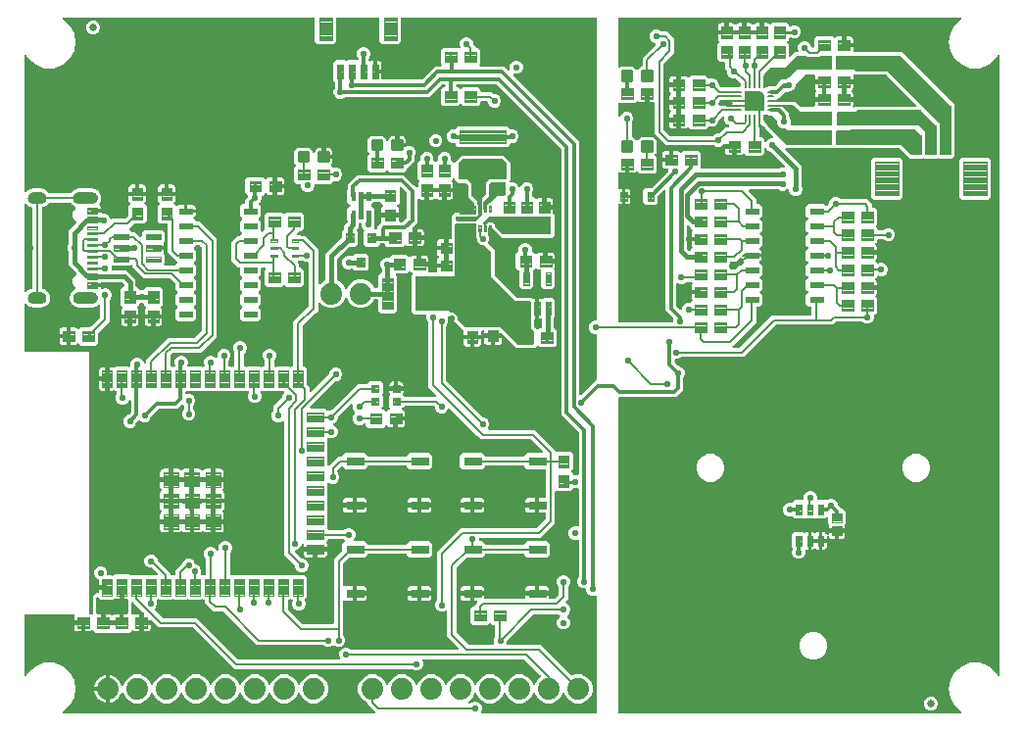
<source format=gtl>
G04 EAGLE Gerber RS-274X export*
G75*
%MOMM*%
%FSLAX34Y34*%
%LPD*%
%INTop Copper*%
%IPPOS*%
%AMOC8*
5,1,8,0,0,1.08239X$1,22.5*%
G01*
%ADD10C,0.100000*%
%ADD11C,0.300000*%
%ADD12C,0.100800*%
%ADD13C,0.635000*%
%ADD14C,0.102000*%
%ADD15C,0.654000*%
%ADD16C,1.879600*%
%ADD17C,0.200000*%
%ADD18C,0.101600*%
%ADD19C,0.099000*%
%ADD20C,0.106400*%
%ADD21C,0.105000*%
%ADD22C,0.096000*%
%ADD23C,0.100581*%
%ADD24C,0.099059*%
%ADD25C,0.104000*%
%ADD26C,0.102869*%
%ADD27C,0.558800*%
%ADD28C,0.304800*%
%ADD29C,0.254000*%
%ADD30C,0.203200*%
%ADD31C,0.381000*%
%ADD32C,0.131319*%
%ADD33C,0.182881*%
%ADD34C,0.198119*%

G36*
X813040Y4075D02*
X813040Y4075D01*
X813114Y4075D01*
X813180Y4095D01*
X813249Y4105D01*
X813316Y4135D01*
X813386Y4155D01*
X813445Y4192D01*
X813508Y4221D01*
X813564Y4268D01*
X813626Y4308D01*
X813672Y4360D01*
X813725Y4404D01*
X813766Y4466D01*
X813815Y4521D01*
X813844Y4583D01*
X813883Y4641D01*
X813905Y4711D01*
X813936Y4778D01*
X813948Y4846D01*
X813968Y4912D01*
X813970Y4986D01*
X813982Y5058D01*
X813974Y5127D01*
X813976Y5196D01*
X813957Y5267D01*
X813948Y5341D01*
X813921Y5404D01*
X813904Y5471D01*
X813866Y5535D01*
X813838Y5602D01*
X813799Y5647D01*
X813759Y5716D01*
X813669Y5800D01*
X813620Y5858D01*
X807915Y10644D01*
X803929Y17549D01*
X802545Y25400D01*
X803929Y33251D01*
X807915Y40155D01*
X814022Y45280D01*
X821514Y48007D01*
X829486Y48007D01*
X836978Y45280D01*
X843085Y40156D01*
X844941Y36941D01*
X844953Y36926D01*
X844961Y36908D01*
X845040Y36814D01*
X845116Y36717D01*
X845132Y36706D01*
X845145Y36691D01*
X845247Y36622D01*
X845346Y36551D01*
X845365Y36544D01*
X845381Y36533D01*
X845499Y36496D01*
X845614Y36454D01*
X845634Y36453D01*
X845652Y36447D01*
X845775Y36444D01*
X845898Y36436D01*
X845917Y36441D01*
X845936Y36440D01*
X846055Y36471D01*
X846175Y36498D01*
X846193Y36507D01*
X846211Y36512D01*
X846317Y36574D01*
X846425Y36633D01*
X846439Y36647D01*
X846456Y36657D01*
X846540Y36747D01*
X846627Y36833D01*
X846637Y36850D01*
X846650Y36864D01*
X846706Y36974D01*
X846766Y37081D01*
X846771Y37100D01*
X846780Y37118D01*
X846792Y37190D01*
X846831Y37358D01*
X846829Y37409D01*
X846835Y37449D01*
X846835Y572151D01*
X846833Y572171D01*
X846835Y572190D01*
X846813Y572311D01*
X846795Y572433D01*
X846787Y572451D01*
X846784Y572470D01*
X846729Y572580D01*
X846679Y572692D01*
X846667Y572707D01*
X846658Y572725D01*
X846575Y572816D01*
X846496Y572909D01*
X846479Y572920D01*
X846466Y572935D01*
X846361Y572999D01*
X846259Y573067D01*
X846240Y573073D01*
X846224Y573083D01*
X846105Y573116D01*
X845988Y573153D01*
X845968Y573153D01*
X845949Y573158D01*
X845827Y573157D01*
X845704Y573160D01*
X845685Y573155D01*
X845665Y573155D01*
X845547Y573119D01*
X845429Y573088D01*
X845412Y573078D01*
X845393Y573072D01*
X845290Y573006D01*
X845184Y572943D01*
X845171Y572929D01*
X845154Y572918D01*
X845108Y572861D01*
X844990Y572736D01*
X844966Y572690D01*
X844941Y572659D01*
X843085Y569444D01*
X836978Y564320D01*
X829486Y561593D01*
X821514Y561593D01*
X814022Y564320D01*
X807915Y569444D01*
X803929Y576349D01*
X802545Y584200D01*
X803929Y592051D01*
X807915Y598955D01*
X813620Y603742D01*
X813669Y603797D01*
X813725Y603845D01*
X813764Y603902D01*
X813810Y603954D01*
X813842Y604020D01*
X813883Y604081D01*
X813904Y604147D01*
X813934Y604210D01*
X813946Y604282D01*
X813968Y604352D01*
X813970Y604421D01*
X813982Y604490D01*
X813974Y604563D01*
X813976Y604636D01*
X813958Y604703D01*
X813951Y604772D01*
X813923Y604840D01*
X813904Y604911D01*
X813869Y604971D01*
X813842Y605035D01*
X813796Y605093D01*
X813759Y605156D01*
X813708Y605203D01*
X813665Y605257D01*
X813605Y605300D01*
X813551Y605350D01*
X813490Y605382D01*
X813433Y605422D01*
X813364Y605446D01*
X813298Y605480D01*
X813240Y605490D01*
X813165Y605516D01*
X813043Y605523D01*
X812967Y605535D01*
X518414Y605535D01*
X518356Y605527D01*
X518298Y605529D01*
X518216Y605507D01*
X518132Y605495D01*
X518079Y605472D01*
X518023Y605457D01*
X517950Y605414D01*
X517873Y605379D01*
X517828Y605341D01*
X517778Y605312D01*
X517720Y605250D01*
X517656Y605196D01*
X517624Y605147D01*
X517584Y605104D01*
X517545Y605029D01*
X517498Y604959D01*
X517481Y604903D01*
X517454Y604851D01*
X517443Y604783D01*
X517413Y604688D01*
X517410Y604588D01*
X517399Y604520D01*
X517399Y580383D01*
X517390Y580371D01*
X517330Y580307D01*
X517304Y580257D01*
X517271Y580213D01*
X517251Y580160D01*
X517244Y580150D01*
X517236Y580124D01*
X517200Y580054D01*
X517192Y580006D01*
X517170Y579948D01*
X517166Y579903D01*
X517159Y579879D01*
X517156Y579793D01*
X517145Y579723D01*
X517145Y563389D01*
X517149Y563360D01*
X517146Y563330D01*
X517169Y563219D01*
X517185Y563107D01*
X517197Y563080D01*
X517202Y563052D01*
X517255Y562951D01*
X517301Y562848D01*
X517320Y562825D01*
X517333Y562799D01*
X517411Y562717D01*
X517484Y562631D01*
X517509Y562614D01*
X517529Y562593D01*
X517627Y562536D01*
X517721Y562473D01*
X517749Y562464D01*
X517774Y562449D01*
X517884Y562422D01*
X517992Y562387D01*
X518022Y562387D01*
X518050Y562379D01*
X518163Y562383D01*
X518276Y562380D01*
X518305Y562387D01*
X518334Y562388D01*
X518442Y562423D01*
X518551Y562452D01*
X518577Y562467D01*
X518605Y562476D01*
X518669Y562521D01*
X518796Y562597D01*
X518839Y562643D01*
X518878Y562671D01*
X519246Y563039D01*
X530014Y563039D01*
X532682Y560371D01*
X532729Y560336D01*
X532769Y560293D01*
X532842Y560251D01*
X532909Y560200D01*
X532964Y560179D01*
X533014Y560149D01*
X533096Y560129D01*
X533175Y560099D01*
X533233Y560094D01*
X533290Y560079D01*
X533374Y560082D01*
X533458Y560075D01*
X533516Y560087D01*
X533574Y560088D01*
X533654Y560114D01*
X533737Y560131D01*
X533789Y560158D01*
X533845Y560176D01*
X533901Y560216D01*
X533989Y560262D01*
X534062Y560331D01*
X534118Y560371D01*
X536786Y563039D01*
X537090Y563039D01*
X537148Y563047D01*
X537206Y563045D01*
X537288Y563067D01*
X537372Y563079D01*
X537425Y563102D01*
X537481Y563117D01*
X537554Y563160D01*
X537631Y563195D01*
X537676Y563233D01*
X537726Y563262D01*
X537784Y563324D01*
X537848Y563378D01*
X537880Y563427D01*
X537920Y563470D01*
X537959Y563545D01*
X538006Y563615D01*
X538023Y563671D01*
X538050Y563723D01*
X538061Y563791D01*
X538091Y563886D01*
X538094Y563986D01*
X538105Y564054D01*
X538105Y570644D01*
X540784Y573322D01*
X549194Y581733D01*
X549263Y581825D01*
X549337Y581912D01*
X549349Y581938D01*
X549365Y581960D01*
X549406Y582067D01*
X549453Y582172D01*
X549457Y582200D01*
X549467Y582226D01*
X549476Y582340D01*
X549492Y582454D01*
X549488Y582481D01*
X549490Y582509D01*
X549468Y582622D01*
X549451Y582735D01*
X549440Y582760D01*
X549434Y582788D01*
X549381Y582890D01*
X549334Y582994D01*
X549316Y583015D01*
X549303Y583040D01*
X549224Y583123D01*
X549150Y583211D01*
X549129Y583224D01*
X549107Y583246D01*
X548878Y583381D01*
X548865Y583389D01*
X546600Y584327D01*
X544957Y585970D01*
X544067Y588118D01*
X544067Y590442D01*
X544957Y592590D01*
X546600Y594233D01*
X548748Y595123D01*
X551072Y595123D01*
X553220Y594233D01*
X553811Y593642D01*
X553881Y593590D01*
X553944Y593530D01*
X553994Y593504D01*
X554038Y593471D01*
X554120Y593440D01*
X554198Y593400D01*
X554245Y593392D01*
X554304Y593370D01*
X554451Y593358D01*
X554529Y593345D01*
X559214Y593345D01*
X565405Y587154D01*
X565405Y574896D01*
X562726Y572218D01*
X556812Y566304D01*
X556760Y566234D01*
X556700Y566170D01*
X556674Y566121D01*
X556641Y566077D01*
X556610Y565995D01*
X556570Y565917D01*
X556562Y565869D01*
X556540Y565811D01*
X556528Y565663D01*
X556515Y565586D01*
X556515Y508834D01*
X556527Y508748D01*
X556530Y508660D01*
X556547Y508608D01*
X556555Y508553D01*
X556590Y508473D01*
X556617Y508390D01*
X556645Y508350D01*
X556671Y508293D01*
X556767Y508180D01*
X556812Y508116D01*
X561456Y503472D01*
X561526Y503420D01*
X561590Y503360D01*
X561639Y503334D01*
X561684Y503301D01*
X561765Y503270D01*
X561843Y503230D01*
X561891Y503222D01*
X561949Y503200D01*
X562097Y503188D01*
X562174Y503175D01*
X598631Y503175D01*
X598718Y503187D01*
X598805Y503190D01*
X598858Y503207D01*
X598913Y503215D01*
X598993Y503250D01*
X599076Y503277D01*
X599115Y503305D01*
X599172Y503331D01*
X599285Y503427D01*
X599349Y503472D01*
X600575Y504698D01*
X602723Y505588D01*
X603559Y505588D01*
X603645Y505600D01*
X603733Y505603D01*
X603786Y505620D01*
X603840Y505628D01*
X603920Y505663D01*
X604003Y505690D01*
X604043Y505718D01*
X604100Y505744D01*
X604213Y505840D01*
X604277Y505885D01*
X609186Y510795D01*
X612090Y510795D01*
X612175Y510807D01*
X612261Y510809D01*
X612315Y510827D01*
X612371Y510835D01*
X612449Y510870D01*
X612531Y510896D01*
X612579Y510928D01*
X612630Y510951D01*
X612696Y511006D01*
X612767Y511054D01*
X612804Y511098D01*
X612847Y511134D01*
X612895Y511206D01*
X612950Y511272D01*
X612974Y511324D01*
X613005Y511371D01*
X613031Y511453D01*
X613066Y511532D01*
X613074Y511588D01*
X613091Y511642D01*
X613093Y511728D01*
X613105Y511813D01*
X613097Y511869D01*
X613098Y511926D01*
X613076Y512009D01*
X613064Y512095D01*
X613041Y512146D01*
X613026Y512201D01*
X612982Y512275D01*
X612947Y512354D01*
X612910Y512397D01*
X612881Y512446D01*
X612818Y512505D01*
X612763Y512570D01*
X612721Y512596D01*
X612674Y512640D01*
X612545Y512706D01*
X612478Y512748D01*
X611370Y513207D01*
X609727Y514850D01*
X608837Y516998D01*
X608837Y519358D01*
X608833Y519387D01*
X608836Y519416D01*
X608813Y519527D01*
X608797Y519639D01*
X608785Y519666D01*
X608780Y519695D01*
X608727Y519795D01*
X608681Y519899D01*
X608662Y519921D01*
X608649Y519947D01*
X608571Y520029D01*
X608498Y520116D01*
X608473Y520132D01*
X608453Y520153D01*
X608355Y520211D01*
X608261Y520273D01*
X608233Y520282D01*
X608208Y520297D01*
X608098Y520325D01*
X607990Y520359D01*
X607960Y520360D01*
X607932Y520367D01*
X607819Y520364D01*
X607706Y520366D01*
X607677Y520359D01*
X607648Y520358D01*
X607540Y520323D01*
X607431Y520295D01*
X607405Y520280D01*
X607377Y520271D01*
X607314Y520225D01*
X607186Y520149D01*
X607143Y520104D01*
X607104Y520076D01*
X604310Y517282D01*
X604258Y517212D01*
X604198Y517148D01*
X604172Y517099D01*
X604139Y517054D01*
X604108Y516973D01*
X604068Y516895D01*
X604060Y516847D01*
X604038Y516789D01*
X604026Y516641D01*
X604013Y516564D01*
X604013Y515728D01*
X603123Y513580D01*
X601480Y511937D01*
X599332Y511047D01*
X597008Y511047D01*
X596233Y511368D01*
X596232Y511369D01*
X596230Y511369D01*
X596098Y511403D01*
X595958Y511439D01*
X595956Y511439D01*
X595955Y511439D01*
X595814Y511435D01*
X595674Y511431D01*
X595672Y511430D01*
X595671Y511430D01*
X595535Y511387D01*
X595403Y511344D01*
X595402Y511343D01*
X595400Y511343D01*
X595388Y511334D01*
X595167Y511186D01*
X595147Y511163D01*
X595127Y511148D01*
X592820Y508841D01*
X579880Y508841D01*
X578209Y510513D01*
X578162Y510548D01*
X578122Y510590D01*
X578049Y510633D01*
X577982Y510684D01*
X577927Y510704D01*
X577876Y510734D01*
X577795Y510755D01*
X577716Y510785D01*
X577658Y510790D01*
X577601Y510804D01*
X577517Y510801D01*
X577433Y510808D01*
X577375Y510797D01*
X577317Y510795D01*
X577236Y510769D01*
X577154Y510752D01*
X577102Y510726D01*
X577046Y510708D01*
X576990Y510667D01*
X576901Y510621D01*
X576829Y510553D01*
X576773Y510513D01*
X576217Y509957D01*
X575524Y509556D01*
X574750Y509349D01*
X571381Y509349D01*
X571381Y515874D01*
X571373Y515932D01*
X571374Y515990D01*
X571353Y516072D01*
X571341Y516155D01*
X571317Y516209D01*
X571303Y516265D01*
X571260Y516338D01*
X571225Y516415D01*
X571187Y516459D01*
X571157Y516510D01*
X571096Y516567D01*
X571041Y516632D01*
X570993Y516664D01*
X570950Y516704D01*
X570875Y516743D01*
X570805Y516789D01*
X570749Y516807D01*
X570697Y516834D01*
X570629Y516845D01*
X570534Y516875D01*
X570434Y516878D01*
X570366Y516889D01*
X569349Y516889D01*
X569349Y516891D01*
X570366Y516891D01*
X570424Y516899D01*
X570482Y516898D01*
X570564Y516919D01*
X570647Y516931D01*
X570701Y516955D01*
X570757Y516969D01*
X570830Y517012D01*
X570907Y517047D01*
X570951Y517085D01*
X571002Y517115D01*
X571059Y517176D01*
X571124Y517231D01*
X571156Y517279D01*
X571196Y517322D01*
X571235Y517397D01*
X571281Y517467D01*
X571299Y517523D01*
X571326Y517575D01*
X571337Y517643D01*
X571367Y517738D01*
X571370Y517838D01*
X571381Y517906D01*
X571381Y531114D01*
X571373Y531172D01*
X571374Y531230D01*
X571353Y531312D01*
X571341Y531395D01*
X571317Y531449D01*
X571303Y531505D01*
X571260Y531578D01*
X571225Y531655D01*
X571187Y531699D01*
X571157Y531750D01*
X571096Y531807D01*
X571041Y531872D01*
X570993Y531904D01*
X570950Y531944D01*
X570875Y531983D01*
X570805Y532029D01*
X570749Y532047D01*
X570697Y532074D01*
X570629Y532085D01*
X570534Y532115D01*
X570434Y532118D01*
X570366Y532129D01*
X569349Y532129D01*
X569349Y532131D01*
X570366Y532131D01*
X570424Y532139D01*
X570482Y532138D01*
X570564Y532159D01*
X570647Y532171D01*
X570701Y532195D01*
X570757Y532209D01*
X570830Y532252D01*
X570907Y532287D01*
X570951Y532325D01*
X571002Y532355D01*
X571059Y532416D01*
X571124Y532471D01*
X571156Y532519D01*
X571196Y532562D01*
X571235Y532637D01*
X571281Y532707D01*
X571299Y532763D01*
X571326Y532815D01*
X571337Y532883D01*
X571367Y532978D01*
X571370Y533078D01*
X571381Y533146D01*
X571381Y546354D01*
X571373Y546412D01*
X571374Y546470D01*
X571353Y546552D01*
X571341Y546635D01*
X571317Y546689D01*
X571303Y546745D01*
X571260Y546818D01*
X571225Y546895D01*
X571187Y546939D01*
X571157Y546990D01*
X571096Y547047D01*
X571041Y547112D01*
X570993Y547144D01*
X570950Y547184D01*
X570875Y547223D01*
X570805Y547269D01*
X570749Y547287D01*
X570697Y547314D01*
X570629Y547325D01*
X570534Y547355D01*
X570434Y547358D01*
X570366Y547369D01*
X569349Y547369D01*
X569349Y547371D01*
X570366Y547371D01*
X570424Y547379D01*
X570482Y547378D01*
X570564Y547399D01*
X570647Y547411D01*
X570701Y547435D01*
X570757Y547449D01*
X570830Y547492D01*
X570907Y547527D01*
X570951Y547565D01*
X571002Y547595D01*
X571059Y547656D01*
X571124Y547711D01*
X571156Y547759D01*
X571196Y547802D01*
X571235Y547877D01*
X571281Y547947D01*
X571299Y548003D01*
X571326Y548055D01*
X571337Y548123D01*
X571367Y548218D01*
X571370Y548318D01*
X571381Y548386D01*
X571381Y554911D01*
X574750Y554911D01*
X575524Y554704D01*
X576217Y554303D01*
X576773Y553747D01*
X576820Y553712D01*
X576860Y553670D01*
X576933Y553627D01*
X577000Y553576D01*
X577055Y553556D01*
X577105Y553526D01*
X577187Y553505D01*
X577266Y553475D01*
X577324Y553470D01*
X577381Y553456D01*
X577465Y553459D01*
X577549Y553452D01*
X577606Y553463D01*
X577665Y553465D01*
X577745Y553491D01*
X577828Y553508D01*
X577880Y553535D01*
X577935Y553552D01*
X577991Y553593D01*
X578080Y553639D01*
X578153Y553707D01*
X578209Y553747D01*
X579880Y555419D01*
X592820Y555419D01*
X595127Y553112D01*
X595128Y553111D01*
X595129Y553110D01*
X595247Y553021D01*
X595354Y552941D01*
X595355Y552941D01*
X595357Y552940D01*
X595490Y552889D01*
X595620Y552840D01*
X595621Y552840D01*
X595623Y552839D01*
X595767Y552828D01*
X595903Y552816D01*
X595904Y552817D01*
X595906Y552816D01*
X595922Y552820D01*
X596182Y552872D01*
X596209Y552886D01*
X596233Y552892D01*
X597008Y553213D01*
X599332Y553213D01*
X601480Y552323D01*
X603123Y550680D01*
X604013Y548532D01*
X604013Y547696D01*
X604025Y547610D01*
X604028Y547522D01*
X604045Y547470D01*
X604053Y547415D01*
X604088Y547335D01*
X604115Y547252D01*
X604143Y547212D01*
X604169Y547155D01*
X604265Y547042D01*
X604310Y546978D01*
X605526Y545762D01*
X605596Y545710D01*
X605660Y545650D01*
X605709Y545624D01*
X605754Y545591D01*
X605835Y545560D01*
X605913Y545520D01*
X605961Y545512D01*
X606019Y545490D01*
X606167Y545478D01*
X606244Y545465D01*
X621920Y545465D01*
X621978Y545473D01*
X622036Y545471D01*
X622118Y545493D01*
X622202Y545505D01*
X622255Y545528D01*
X622311Y545543D01*
X622384Y545586D01*
X622461Y545621D01*
X622506Y545659D01*
X622556Y545688D01*
X622614Y545750D01*
X622678Y545804D01*
X622710Y545853D01*
X622750Y545896D01*
X622789Y545971D01*
X622836Y546041D01*
X622853Y546097D01*
X622880Y546149D01*
X622891Y546217D01*
X622921Y546312D01*
X622924Y546412D01*
X622935Y546480D01*
X622935Y548186D01*
X622923Y548272D01*
X622920Y548360D01*
X622903Y548412D01*
X622895Y548467D01*
X622860Y548547D01*
X622833Y548630D01*
X622805Y548670D01*
X622779Y548727D01*
X622683Y548840D01*
X622638Y548904D01*
X618581Y552961D01*
X618511Y553013D01*
X618447Y553073D01*
X618398Y553099D01*
X618353Y553132D01*
X618272Y553163D01*
X618194Y553203D01*
X618146Y553211D01*
X618088Y553233D01*
X617940Y553245D01*
X617863Y553258D01*
X616058Y553258D01*
X613910Y554148D01*
X612267Y555791D01*
X611377Y557939D01*
X611377Y558775D01*
X611365Y558861D01*
X611362Y558949D01*
X611345Y559001D01*
X611337Y559056D01*
X611302Y559136D01*
X611275Y559219D01*
X611247Y559259D01*
X611221Y559316D01*
X611125Y559429D01*
X611080Y559493D01*
X609345Y561227D01*
X609345Y566136D01*
X609337Y566194D01*
X609339Y566252D01*
X609317Y566334D01*
X609305Y566418D01*
X609282Y566471D01*
X609267Y566527D01*
X609224Y566600D01*
X609189Y566677D01*
X609151Y566722D01*
X609122Y566772D01*
X609060Y566830D01*
X609006Y566894D01*
X608957Y566926D01*
X608914Y566966D01*
X608839Y567005D01*
X608769Y567052D01*
X608713Y567069D01*
X608661Y567096D01*
X608593Y567107D01*
X608498Y567137D01*
X608398Y567140D01*
X608330Y567151D01*
X604900Y567151D01*
X602821Y569230D01*
X602821Y582170D01*
X604493Y583841D01*
X604528Y583888D01*
X604570Y583928D01*
X604613Y584001D01*
X604664Y584068D01*
X604684Y584123D01*
X604714Y584174D01*
X604735Y584255D01*
X604765Y584334D01*
X604770Y584392D01*
X604784Y584449D01*
X604781Y584533D01*
X604788Y584617D01*
X604777Y584675D01*
X604775Y584733D01*
X604749Y584814D01*
X604732Y584896D01*
X604706Y584948D01*
X604688Y585004D01*
X604647Y585060D01*
X604601Y585149D01*
X604533Y585221D01*
X604493Y585277D01*
X603937Y585833D01*
X603536Y586526D01*
X603329Y587300D01*
X603329Y590669D01*
X609854Y590669D01*
X609912Y590677D01*
X609970Y590675D01*
X610052Y590697D01*
X610135Y590709D01*
X610189Y590733D01*
X610245Y590747D01*
X610318Y590790D01*
X610395Y590825D01*
X610439Y590863D01*
X610490Y590893D01*
X610547Y590954D01*
X610612Y591009D01*
X610644Y591057D01*
X610684Y591100D01*
X610723Y591175D01*
X610769Y591245D01*
X610787Y591301D01*
X610814Y591353D01*
X610825Y591421D01*
X610855Y591516D01*
X610858Y591616D01*
X610869Y591684D01*
X610869Y592701D01*
X610871Y592701D01*
X610871Y591684D01*
X610879Y591626D01*
X610878Y591568D01*
X610899Y591486D01*
X610911Y591403D01*
X610935Y591349D01*
X610949Y591293D01*
X610992Y591220D01*
X611027Y591143D01*
X611065Y591098D01*
X611095Y591048D01*
X611156Y590990D01*
X611211Y590926D01*
X611259Y590894D01*
X611302Y590854D01*
X611377Y590815D01*
X611447Y590769D01*
X611503Y590751D01*
X611555Y590724D01*
X611623Y590713D01*
X611718Y590683D01*
X611818Y590680D01*
X611886Y590669D01*
X625094Y590669D01*
X625152Y590677D01*
X625210Y590675D01*
X625292Y590697D01*
X625375Y590709D01*
X625429Y590733D01*
X625485Y590747D01*
X625558Y590790D01*
X625635Y590825D01*
X625679Y590863D01*
X625730Y590893D01*
X625787Y590954D01*
X625852Y591009D01*
X625884Y591057D01*
X625924Y591100D01*
X625963Y591175D01*
X626009Y591245D01*
X626027Y591301D01*
X626054Y591353D01*
X626065Y591421D01*
X626095Y591516D01*
X626098Y591616D01*
X626109Y591684D01*
X626109Y592701D01*
X626111Y592701D01*
X626111Y591684D01*
X626119Y591626D01*
X626118Y591568D01*
X626139Y591486D01*
X626151Y591403D01*
X626175Y591349D01*
X626189Y591293D01*
X626232Y591220D01*
X626267Y591143D01*
X626305Y591098D01*
X626335Y591048D01*
X626396Y590990D01*
X626451Y590926D01*
X626499Y590894D01*
X626542Y590854D01*
X626617Y590815D01*
X626687Y590769D01*
X626743Y590751D01*
X626795Y590724D01*
X626863Y590713D01*
X626958Y590683D01*
X627058Y590680D01*
X627126Y590669D01*
X640334Y590669D01*
X640392Y590677D01*
X640450Y590675D01*
X640532Y590697D01*
X640615Y590709D01*
X640669Y590733D01*
X640725Y590747D01*
X640798Y590790D01*
X640875Y590825D01*
X640919Y590863D01*
X640970Y590893D01*
X641027Y590954D01*
X641092Y591009D01*
X641124Y591057D01*
X641164Y591100D01*
X641203Y591175D01*
X641249Y591245D01*
X641267Y591301D01*
X641294Y591353D01*
X641305Y591421D01*
X641335Y591516D01*
X641338Y591616D01*
X641349Y591684D01*
X641349Y592701D01*
X642366Y592701D01*
X642424Y592709D01*
X642482Y592708D01*
X642564Y592729D01*
X642647Y592741D01*
X642701Y592765D01*
X642757Y592779D01*
X642830Y592822D01*
X642907Y592857D01*
X642951Y592895D01*
X643002Y592925D01*
X643059Y592986D01*
X643124Y593041D01*
X643156Y593089D01*
X643196Y593132D01*
X643235Y593207D01*
X643281Y593277D01*
X643299Y593333D01*
X643326Y593385D01*
X643337Y593453D01*
X643367Y593548D01*
X643370Y593648D01*
X643381Y593716D01*
X643381Y600741D01*
X646250Y600741D01*
X647024Y600534D01*
X647717Y600133D01*
X647893Y599957D01*
X647940Y599922D01*
X647980Y599880D01*
X648053Y599837D01*
X648120Y599786D01*
X648175Y599766D01*
X648225Y599736D01*
X648307Y599715D01*
X648386Y599685D01*
X648444Y599680D01*
X648501Y599666D01*
X648585Y599669D01*
X648669Y599662D01*
X648726Y599673D01*
X648785Y599675D01*
X648865Y599701D01*
X648948Y599718D01*
X649000Y599744D01*
X649055Y599762D01*
X649112Y599803D01*
X649200Y599849D01*
X649272Y599917D01*
X649329Y599957D01*
X650620Y601249D01*
X662560Y601249D01*
X664639Y599170D01*
X664639Y599007D01*
X664655Y598893D01*
X664665Y598779D01*
X664675Y598753D01*
X664679Y598725D01*
X664726Y598621D01*
X664767Y598513D01*
X664783Y598491D01*
X664795Y598466D01*
X664869Y598378D01*
X664938Y598287D01*
X664961Y598270D01*
X664978Y598249D01*
X665074Y598185D01*
X665166Y598117D01*
X665192Y598107D01*
X665215Y598091D01*
X665325Y598057D01*
X665432Y598016D01*
X665460Y598014D01*
X665486Y598006D01*
X665601Y598003D01*
X665715Y597994D01*
X665740Y597999D01*
X665770Y597998D01*
X666027Y598065D01*
X666043Y598069D01*
X668128Y598933D01*
X670452Y598933D01*
X672600Y598043D01*
X674243Y596400D01*
X675133Y594252D01*
X675133Y591928D01*
X674243Y589780D01*
X672600Y588137D01*
X670452Y587247D01*
X668128Y587247D01*
X666043Y588111D01*
X665931Y588140D01*
X665822Y588174D01*
X665794Y588175D01*
X665767Y588182D01*
X665653Y588179D01*
X665538Y588182D01*
X665511Y588175D01*
X665483Y588174D01*
X665374Y588139D01*
X665263Y588110D01*
X665239Y588096D01*
X665212Y588087D01*
X665117Y588023D01*
X665018Y587965D01*
X664999Y587944D01*
X664976Y587929D01*
X664902Y587841D01*
X664824Y587757D01*
X664811Y587733D01*
X664793Y587711D01*
X664747Y587607D01*
X664694Y587504D01*
X664690Y587480D01*
X664678Y587452D01*
X664641Y587188D01*
X664639Y587173D01*
X664639Y586230D01*
X663327Y584918D01*
X663291Y584871D01*
X663249Y584831D01*
X663206Y584758D01*
X663156Y584691D01*
X663135Y584636D01*
X663105Y584586D01*
X663085Y584504D01*
X663054Y584425D01*
X663050Y584367D01*
X663035Y584310D01*
X663038Y584226D01*
X663031Y584142D01*
X663042Y584084D01*
X663044Y584026D01*
X663070Y583946D01*
X663087Y583863D01*
X663114Y583811D01*
X663132Y583755D01*
X663172Y583699D01*
X663218Y583611D01*
X663287Y583538D01*
X663327Y583482D01*
X664639Y582170D01*
X664639Y572508D01*
X664643Y572479D01*
X664640Y572450D01*
X664663Y572339D01*
X664679Y572227D01*
X664691Y572200D01*
X664696Y572171D01*
X664749Y572070D01*
X664795Y571967D01*
X664814Y571945D01*
X664827Y571919D01*
X664905Y571837D01*
X664978Y571750D01*
X665003Y571734D01*
X665023Y571713D01*
X665121Y571656D01*
X665215Y571593D01*
X665243Y571584D01*
X665268Y571569D01*
X665378Y571541D01*
X665486Y571507D01*
X665516Y571506D01*
X665544Y571499D01*
X665657Y571502D01*
X665770Y571500D01*
X665799Y571507D01*
X665828Y571508D01*
X665936Y571543D01*
X666045Y571571D01*
X666071Y571586D01*
X666099Y571595D01*
X666163Y571641D01*
X666290Y571717D01*
X666333Y571762D01*
X666372Y571790D01*
X667468Y572886D01*
X670146Y575565D01*
X671809Y575565D01*
X671923Y575581D01*
X672037Y575591D01*
X672063Y575601D01*
X672091Y575605D01*
X672195Y575652D01*
X672303Y575693D01*
X672325Y575709D01*
X672350Y575721D01*
X672438Y575795D01*
X672529Y575864D01*
X672546Y575887D01*
X672567Y575904D01*
X672631Y576000D01*
X672699Y576092D01*
X672709Y576118D01*
X672725Y576141D01*
X672759Y576251D01*
X672800Y576358D01*
X672802Y576386D01*
X672810Y576412D01*
X672813Y576527D01*
X672822Y576641D01*
X672817Y576666D01*
X672818Y576696D01*
X672751Y576953D01*
X672747Y576969D01*
X672337Y577958D01*
X672337Y580282D01*
X673227Y582430D01*
X674870Y584073D01*
X677018Y584963D01*
X679342Y584963D01*
X681490Y584073D01*
X683133Y582430D01*
X684035Y580253D01*
X684051Y580192D01*
X684063Y580108D01*
X684086Y580055D01*
X684101Y579999D01*
X684144Y579926D01*
X684179Y579849D01*
X684217Y579804D01*
X684246Y579754D01*
X684308Y579696D01*
X684362Y579632D01*
X684411Y579600D01*
X684454Y579560D01*
X684529Y579521D01*
X684599Y579474D01*
X684655Y579457D01*
X684707Y579430D01*
X684775Y579419D01*
X684870Y579389D01*
X684970Y579386D01*
X685038Y579375D01*
X685516Y579375D01*
X685574Y579383D01*
X685632Y579381D01*
X685714Y579403D01*
X685798Y579415D01*
X685851Y579438D01*
X685907Y579453D01*
X685980Y579496D01*
X686057Y579531D01*
X686102Y579569D01*
X686152Y579598D01*
X686210Y579660D01*
X686274Y579714D01*
X686306Y579763D01*
X686346Y579806D01*
X686385Y579881D01*
X686432Y579951D01*
X686449Y580007D01*
X686476Y580059D01*
X686487Y580127D01*
X686517Y580222D01*
X686520Y580322D01*
X686531Y580390D01*
X686531Y587630D01*
X688610Y589709D01*
X701550Y589709D01*
X703221Y588037D01*
X703268Y588002D01*
X703308Y587960D01*
X703381Y587917D01*
X703448Y587866D01*
X703503Y587846D01*
X703554Y587816D01*
X703635Y587795D01*
X703714Y587765D01*
X703772Y587760D01*
X703829Y587746D01*
X703913Y587749D01*
X703997Y587742D01*
X704055Y587753D01*
X704113Y587755D01*
X704194Y587781D01*
X704276Y587798D01*
X704328Y587824D01*
X704384Y587842D01*
X704440Y587883D01*
X704529Y587929D01*
X704601Y587997D01*
X704657Y588037D01*
X705213Y588593D01*
X705906Y588994D01*
X706680Y589201D01*
X710049Y589201D01*
X710049Y582676D01*
X710057Y582618D01*
X710055Y582560D01*
X710077Y582478D01*
X710089Y582395D01*
X710113Y582341D01*
X710127Y582285D01*
X710170Y582212D01*
X710205Y582135D01*
X710243Y582091D01*
X710273Y582040D01*
X710334Y581983D01*
X710389Y581918D01*
X710437Y581886D01*
X710480Y581846D01*
X710555Y581807D01*
X710625Y581761D01*
X710681Y581743D01*
X710733Y581716D01*
X710801Y581705D01*
X710896Y581675D01*
X710996Y581672D01*
X711064Y581661D01*
X712081Y581661D01*
X712081Y580644D01*
X712089Y580586D01*
X712088Y580528D01*
X712109Y580446D01*
X712121Y580363D01*
X712145Y580309D01*
X712159Y580253D01*
X712202Y580180D01*
X712237Y580103D01*
X712275Y580058D01*
X712305Y580008D01*
X712366Y579950D01*
X712421Y579886D01*
X712469Y579854D01*
X712512Y579814D01*
X712587Y579775D01*
X712657Y579729D01*
X712713Y579711D01*
X712765Y579684D01*
X712833Y579673D01*
X712928Y579643D01*
X713028Y579640D01*
X713096Y579629D01*
X720121Y579629D01*
X720121Y576684D01*
X720120Y576654D01*
X720109Y576561D01*
X720116Y576513D01*
X720115Y576464D01*
X720139Y576373D01*
X720154Y576280D01*
X720175Y576236D01*
X720187Y576189D01*
X720235Y576108D01*
X720275Y576023D01*
X720307Y575986D01*
X720332Y575944D01*
X720401Y575880D01*
X720463Y575809D01*
X720504Y575783D01*
X720539Y575750D01*
X720623Y575707D01*
X720702Y575656D01*
X720749Y575642D01*
X720793Y575620D01*
X720866Y575608D01*
X720975Y575576D01*
X721062Y575575D01*
X721124Y575565D01*
X762414Y575565D01*
X807975Y530004D01*
X807975Y485996D01*
X805594Y483615D01*
X794606Y483615D01*
X794468Y483754D01*
X794421Y483789D01*
X794381Y483831D01*
X794308Y483874D01*
X794241Y483925D01*
X794186Y483945D01*
X794136Y483975D01*
X794054Y483996D01*
X793975Y484026D01*
X793917Y484031D01*
X793860Y484045D01*
X793776Y484042D01*
X793692Y484049D01*
X793634Y484038D01*
X793576Y484036D01*
X793496Y484010D01*
X793413Y483994D01*
X793361Y483967D01*
X793305Y483949D01*
X793249Y483909D01*
X793161Y483863D01*
X793088Y483794D01*
X793032Y483754D01*
X792894Y483615D01*
X781906Y483615D01*
X781768Y483754D01*
X781721Y483789D01*
X781681Y483831D01*
X781608Y483874D01*
X781541Y483925D01*
X781486Y483945D01*
X781436Y483975D01*
X781354Y483996D01*
X781275Y484026D01*
X781217Y484031D01*
X781160Y484045D01*
X781076Y484042D01*
X780992Y484049D01*
X780934Y484038D01*
X780876Y484036D01*
X780796Y484010D01*
X780713Y483994D01*
X780661Y483967D01*
X780605Y483949D01*
X780549Y483909D01*
X780461Y483863D01*
X780388Y483794D01*
X780332Y483754D01*
X780194Y483615D01*
X769206Y483615D01*
X760614Y492208D01*
X760544Y492260D01*
X760480Y492320D01*
X760431Y492346D01*
X760386Y492379D01*
X760305Y492410D01*
X760227Y492450D01*
X760179Y492458D01*
X760121Y492480D01*
X759973Y492492D01*
X759896Y492505D01*
X704436Y492505D01*
X704298Y492644D01*
X704251Y492679D01*
X704211Y492721D01*
X704138Y492764D01*
X704071Y492815D01*
X704016Y492835D01*
X703966Y492865D01*
X703884Y492886D01*
X703805Y492916D01*
X703747Y492921D01*
X703690Y492935D01*
X703606Y492932D01*
X703522Y492939D01*
X703464Y492928D01*
X703406Y492926D01*
X703326Y492900D01*
X703243Y492884D01*
X703191Y492857D01*
X703135Y492839D01*
X703079Y492798D01*
X702991Y492753D01*
X702918Y492684D01*
X702862Y492644D01*
X702724Y492505D01*
X662491Y492505D01*
X662462Y492501D01*
X662433Y492504D01*
X662322Y492481D01*
X662210Y492465D01*
X662183Y492453D01*
X662154Y492448D01*
X662054Y492396D01*
X661950Y492349D01*
X661928Y492330D01*
X661902Y492317D01*
X661820Y492239D01*
X661733Y492166D01*
X661717Y492141D01*
X661696Y492121D01*
X661639Y492023D01*
X661576Y491929D01*
X661567Y491901D01*
X661552Y491876D01*
X661524Y491766D01*
X661490Y491658D01*
X661489Y491628D01*
X661482Y491600D01*
X661486Y491487D01*
X661483Y491374D01*
X661490Y491345D01*
X661491Y491316D01*
X661526Y491208D01*
X661555Y491099D01*
X661570Y491073D01*
X661579Y491045D01*
X661624Y490982D01*
X661700Y490854D01*
X661746Y490811D01*
X661774Y490772D01*
X675514Y477032D01*
X675514Y460710D01*
X675518Y460680D01*
X675516Y460649D01*
X675533Y460572D01*
X675554Y460429D01*
X675580Y460370D01*
X675591Y460322D01*
X676403Y458362D01*
X676403Y456038D01*
X675513Y453890D01*
X673870Y452247D01*
X671722Y451357D01*
X669398Y451357D01*
X667250Y452247D01*
X665607Y453890D01*
X664717Y456038D01*
X664717Y456645D01*
X664713Y456674D01*
X664716Y456704D01*
X664693Y456815D01*
X664677Y456927D01*
X664665Y456954D01*
X664660Y456982D01*
X664607Y457083D01*
X664561Y457186D01*
X664542Y457209D01*
X664529Y457235D01*
X664451Y457317D01*
X664378Y457403D01*
X664353Y457420D01*
X664333Y457441D01*
X664235Y457498D01*
X664141Y457561D01*
X664113Y457570D01*
X664088Y457585D01*
X663978Y457612D01*
X663870Y457647D01*
X663840Y457647D01*
X663812Y457655D01*
X663699Y457651D01*
X663586Y457654D01*
X663557Y457647D01*
X663528Y457646D01*
X663420Y457611D01*
X663311Y457582D01*
X663285Y457567D01*
X663257Y457558D01*
X663193Y457513D01*
X663066Y457437D01*
X663023Y457391D01*
X662984Y457363D01*
X662440Y456819D01*
X660292Y455929D01*
X657968Y455929D01*
X655702Y456868D01*
X655672Y456876D01*
X655644Y456890D01*
X655567Y456903D01*
X655426Y456939D01*
X655362Y456937D01*
X655313Y456945D01*
X630754Y456945D01*
X630725Y456941D01*
X630696Y456944D01*
X630585Y456921D01*
X630473Y456905D01*
X630446Y456893D01*
X630417Y456888D01*
X630317Y456836D01*
X630213Y456789D01*
X630191Y456770D01*
X630165Y456757D01*
X630083Y456679D01*
X629996Y456606D01*
X629980Y456581D01*
X629959Y456561D01*
X629901Y456463D01*
X629839Y456369D01*
X629830Y456341D01*
X629815Y456316D01*
X629787Y456206D01*
X629753Y456098D01*
X629752Y456068D01*
X629745Y456040D01*
X629748Y455927D01*
X629746Y455814D01*
X629753Y455785D01*
X629754Y455756D01*
X629789Y455648D01*
X629817Y455539D01*
X629832Y455513D01*
X629841Y455485D01*
X629887Y455422D01*
X629963Y455294D01*
X630008Y455251D01*
X630036Y455212D01*
X636465Y448784D01*
X636465Y445214D01*
X636473Y445156D01*
X636471Y445098D01*
X636493Y445016D01*
X636505Y444932D01*
X636528Y444879D01*
X636543Y444823D01*
X636586Y444750D01*
X636621Y444673D01*
X636659Y444628D01*
X636688Y444578D01*
X636750Y444520D01*
X636804Y444456D01*
X636853Y444424D01*
X636896Y444384D01*
X636971Y444345D01*
X637041Y444298D01*
X637097Y444281D01*
X637149Y444254D01*
X637217Y444243D01*
X637312Y444213D01*
X637412Y444210D01*
X637480Y444199D01*
X639364Y444199D01*
X641449Y442114D01*
X641449Y434186D01*
X639781Y432518D01*
X639746Y432471D01*
X639703Y432431D01*
X639660Y432358D01*
X639610Y432291D01*
X639589Y432236D01*
X639559Y432186D01*
X639539Y432104D01*
X639509Y432025D01*
X639504Y431967D01*
X639489Y431910D01*
X639492Y431826D01*
X639485Y431742D01*
X639497Y431684D01*
X639498Y431626D01*
X639524Y431546D01*
X639541Y431463D01*
X639568Y431411D01*
X639586Y431355D01*
X639626Y431299D01*
X639672Y431211D01*
X639741Y431138D01*
X639781Y431082D01*
X641449Y429414D01*
X641449Y421486D01*
X639781Y419818D01*
X639746Y419771D01*
X639703Y419731D01*
X639660Y419658D01*
X639610Y419591D01*
X639589Y419536D01*
X639559Y419486D01*
X639539Y419404D01*
X639509Y419325D01*
X639504Y419267D01*
X639489Y419210D01*
X639492Y419126D01*
X639485Y419042D01*
X639497Y418984D01*
X639498Y418926D01*
X639524Y418846D01*
X639541Y418763D01*
X639568Y418711D01*
X639586Y418655D01*
X639626Y418599D01*
X639672Y418511D01*
X639741Y418438D01*
X639781Y418382D01*
X641449Y416714D01*
X641449Y408786D01*
X639355Y406692D01*
X639326Y406653D01*
X639290Y406620D01*
X639241Y406540D01*
X639184Y406465D01*
X639167Y406420D01*
X639142Y406378D01*
X639117Y406287D01*
X639083Y406200D01*
X639079Y406151D01*
X639066Y406104D01*
X639067Y406010D01*
X639060Y405916D01*
X639069Y405869D01*
X639070Y405820D01*
X639097Y405730D01*
X639115Y405638D01*
X639138Y405594D01*
X639152Y405548D01*
X639203Y405469D01*
X639246Y405385D01*
X639280Y405350D01*
X639307Y405309D01*
X639364Y405262D01*
X639442Y405179D01*
X639517Y405135D01*
X639566Y405095D01*
X639763Y404981D01*
X640331Y404413D01*
X640733Y403718D01*
X640941Y402942D01*
X640941Y401549D01*
X632884Y401549D01*
X632826Y401541D01*
X632768Y401543D01*
X632686Y401521D01*
X632603Y401509D01*
X632549Y401486D01*
X632493Y401471D01*
X632420Y401428D01*
X632401Y401419D01*
X632355Y401450D01*
X632299Y401467D01*
X632247Y401494D01*
X632179Y401505D01*
X632084Y401535D01*
X631984Y401538D01*
X631916Y401549D01*
X626158Y401549D01*
X626072Y401537D01*
X625984Y401534D01*
X625931Y401517D01*
X625877Y401509D01*
X625797Y401474D01*
X625714Y401447D01*
X625674Y401419D01*
X625617Y401393D01*
X625504Y401297D01*
X625440Y401252D01*
X624956Y400768D01*
X624472Y400284D01*
X624455Y400260D01*
X624432Y400241D01*
X624369Y400147D01*
X624301Y400057D01*
X624291Y400029D01*
X624275Y400005D01*
X624240Y399897D01*
X624200Y399791D01*
X624198Y399762D01*
X624189Y399734D01*
X624186Y399621D01*
X624177Y399508D01*
X624182Y399479D01*
X624182Y399450D01*
X624210Y399340D01*
X624232Y399229D01*
X624246Y399203D01*
X624253Y399175D01*
X624311Y399077D01*
X624363Y398977D01*
X624384Y398955D01*
X624399Y398930D01*
X624481Y398853D01*
X624559Y398771D01*
X624584Y398756D01*
X624606Y398736D01*
X624707Y398684D01*
X624804Y398627D01*
X624833Y398620D01*
X624859Y398606D01*
X624936Y398593D01*
X625080Y398557D01*
X625142Y398559D01*
X625190Y398551D01*
X631916Y398551D01*
X631974Y398559D01*
X632032Y398557D01*
X632114Y398579D01*
X632197Y398591D01*
X632251Y398614D01*
X632307Y398629D01*
X632380Y398672D01*
X632399Y398681D01*
X632445Y398650D01*
X632501Y398633D01*
X632553Y398606D01*
X632621Y398595D01*
X632716Y398565D01*
X632816Y398562D01*
X632884Y398551D01*
X640941Y398551D01*
X640941Y397158D01*
X640733Y396382D01*
X640331Y395687D01*
X639763Y395119D01*
X639566Y395005D01*
X639527Y394975D01*
X639484Y394952D01*
X639416Y394887D01*
X639342Y394830D01*
X639313Y394790D01*
X639278Y394756D01*
X639230Y394675D01*
X639175Y394599D01*
X639159Y394553D01*
X639134Y394511D01*
X639111Y394420D01*
X639079Y394332D01*
X639076Y394283D01*
X639064Y394236D01*
X639067Y394142D01*
X639061Y394048D01*
X639071Y394000D01*
X639073Y393951D01*
X639102Y393862D01*
X639122Y393770D01*
X639145Y393727D01*
X639160Y393681D01*
X639203Y393621D01*
X639258Y393520D01*
X639319Y393459D01*
X639355Y393408D01*
X641449Y391314D01*
X641449Y383386D01*
X639781Y381718D01*
X639746Y381671D01*
X639703Y381631D01*
X639660Y381558D01*
X639610Y381491D01*
X639589Y381436D01*
X639559Y381386D01*
X639539Y381304D01*
X639509Y381225D01*
X639504Y381167D01*
X639489Y381110D01*
X639492Y381026D01*
X639485Y380942D01*
X639497Y380884D01*
X639498Y380826D01*
X639524Y380746D01*
X639541Y380663D01*
X639568Y380611D01*
X639586Y380555D01*
X639626Y380499D01*
X639672Y380411D01*
X639741Y380338D01*
X639781Y380282D01*
X641449Y378614D01*
X641449Y370686D01*
X639781Y369018D01*
X639746Y368971D01*
X639703Y368931D01*
X639660Y368858D01*
X639610Y368791D01*
X639589Y368736D01*
X639559Y368686D01*
X639539Y368604D01*
X639509Y368525D01*
X639504Y368467D01*
X639489Y368410D01*
X639492Y368326D01*
X639485Y368242D01*
X639497Y368184D01*
X639498Y368126D01*
X639524Y368046D01*
X639541Y367963D01*
X639568Y367911D01*
X639586Y367855D01*
X639626Y367799D01*
X639672Y367711D01*
X639741Y367638D01*
X639781Y367582D01*
X641449Y365914D01*
X641449Y357986D01*
X639364Y355901D01*
X637480Y355901D01*
X637422Y355893D01*
X637364Y355895D01*
X637282Y355873D01*
X637198Y355861D01*
X637145Y355838D01*
X637089Y355823D01*
X637016Y355780D01*
X636939Y355745D01*
X636894Y355707D01*
X636844Y355678D01*
X636786Y355616D01*
X636722Y355562D01*
X636690Y355513D01*
X636650Y355470D01*
X636611Y355395D01*
X636564Y355325D01*
X636547Y355269D01*
X636520Y355217D01*
X636509Y355149D01*
X636479Y355054D01*
X636476Y354954D01*
X636465Y354886D01*
X636465Y342426D01*
X616066Y322028D01*
X616049Y322004D01*
X616026Y321985D01*
X615963Y321891D01*
X615895Y321801D01*
X615885Y321773D01*
X615869Y321749D01*
X615834Y321641D01*
X615794Y321535D01*
X615792Y321506D01*
X615783Y321478D01*
X615780Y321364D01*
X615771Y321252D01*
X615776Y321223D01*
X615776Y321194D01*
X615804Y321084D01*
X615826Y320973D01*
X615840Y320947D01*
X615847Y320919D01*
X615905Y320821D01*
X615957Y320721D01*
X615978Y320699D01*
X615993Y320674D01*
X616075Y320597D01*
X616153Y320515D01*
X616179Y320500D01*
X616200Y320480D01*
X616301Y320428D01*
X616399Y320371D01*
X616427Y320364D01*
X616453Y320350D01*
X616530Y320337D01*
X616674Y320301D01*
X616737Y320303D01*
X616784Y320295D01*
X621466Y320295D01*
X621552Y320307D01*
X621640Y320310D01*
X621692Y320327D01*
X621747Y320335D01*
X621827Y320370D01*
X621910Y320397D01*
X621950Y320425D01*
X622007Y320451D01*
X622120Y320547D01*
X622184Y320592D01*
X649826Y348235D01*
X683320Y348235D01*
X683378Y348243D01*
X683436Y348241D01*
X683518Y348263D01*
X683602Y348275D01*
X683655Y348298D01*
X683711Y348313D01*
X683784Y348356D01*
X683861Y348391D01*
X683906Y348429D01*
X683956Y348458D01*
X684014Y348520D01*
X684078Y348574D01*
X684110Y348623D01*
X684150Y348666D01*
X684189Y348741D01*
X684236Y348811D01*
X684253Y348867D01*
X684280Y348919D01*
X684291Y348987D01*
X684321Y349082D01*
X684324Y349182D01*
X684335Y349250D01*
X684335Y354886D01*
X684327Y354944D01*
X684329Y355002D01*
X684307Y355084D01*
X684295Y355168D01*
X684272Y355221D01*
X684257Y355277D01*
X684214Y355350D01*
X684179Y355427D01*
X684141Y355472D01*
X684112Y355522D01*
X684050Y355580D01*
X683996Y355644D01*
X683947Y355676D01*
X683904Y355716D01*
X683829Y355755D01*
X683759Y355802D01*
X683703Y355819D01*
X683651Y355846D01*
X683583Y355857D01*
X683488Y355887D01*
X683388Y355890D01*
X683320Y355901D01*
X681436Y355901D01*
X679351Y357986D01*
X679351Y365914D01*
X681019Y367582D01*
X681054Y367629D01*
X681097Y367669D01*
X681140Y367742D01*
X681190Y367809D01*
X681211Y367864D01*
X681241Y367914D01*
X681261Y367996D01*
X681291Y368075D01*
X681296Y368133D01*
X681311Y368190D01*
X681308Y368274D01*
X681315Y368358D01*
X681303Y368416D01*
X681302Y368474D01*
X681276Y368554D01*
X681259Y368637D01*
X681232Y368689D01*
X681214Y368745D01*
X681174Y368801D01*
X681128Y368889D01*
X681059Y368962D01*
X681019Y369018D01*
X679351Y370686D01*
X679351Y378614D01*
X681019Y380282D01*
X681054Y380329D01*
X681097Y380369D01*
X681140Y380442D01*
X681190Y380509D01*
X681211Y380564D01*
X681241Y380614D01*
X681261Y380696D01*
X681291Y380775D01*
X681296Y380833D01*
X681311Y380890D01*
X681308Y380974D01*
X681315Y381058D01*
X681303Y381116D01*
X681302Y381174D01*
X681276Y381254D01*
X681259Y381337D01*
X681232Y381389D01*
X681214Y381445D01*
X681174Y381501D01*
X681128Y381589D01*
X681059Y381662D01*
X681019Y381718D01*
X679351Y383386D01*
X679351Y391314D01*
X681019Y392982D01*
X681054Y393029D01*
X681097Y393069D01*
X681140Y393142D01*
X681190Y393209D01*
X681211Y393264D01*
X681241Y393314D01*
X681261Y393396D01*
X681291Y393475D01*
X681296Y393533D01*
X681311Y393590D01*
X681308Y393674D01*
X681315Y393758D01*
X681303Y393816D01*
X681302Y393874D01*
X681276Y393954D01*
X681259Y394037D01*
X681232Y394089D01*
X681214Y394145D01*
X681174Y394201D01*
X681128Y394289D01*
X681059Y394362D01*
X681019Y394418D01*
X679351Y396086D01*
X679351Y404014D01*
X681019Y405682D01*
X681054Y405729D01*
X681097Y405769D01*
X681140Y405842D01*
X681190Y405909D01*
X681211Y405964D01*
X681241Y406014D01*
X681261Y406096D01*
X681291Y406175D01*
X681296Y406233D01*
X681311Y406290D01*
X681308Y406374D01*
X681315Y406458D01*
X681303Y406516D01*
X681302Y406574D01*
X681276Y406654D01*
X681259Y406737D01*
X681232Y406789D01*
X681214Y406845D01*
X681174Y406901D01*
X681128Y406989D01*
X681059Y407062D01*
X681019Y407118D01*
X679351Y408786D01*
X679351Y416714D01*
X681019Y418382D01*
X681054Y418429D01*
X681097Y418469D01*
X681140Y418542D01*
X681190Y418609D01*
X681211Y418664D01*
X681241Y418714D01*
X681261Y418796D01*
X681291Y418875D01*
X681296Y418933D01*
X681311Y418990D01*
X681308Y419074D01*
X681315Y419158D01*
X681303Y419216D01*
X681302Y419274D01*
X681276Y419354D01*
X681259Y419437D01*
X681232Y419489D01*
X681214Y419545D01*
X681174Y419601D01*
X681128Y419689D01*
X681059Y419762D01*
X681019Y419818D01*
X679351Y421486D01*
X679351Y429414D01*
X681019Y431082D01*
X681054Y431129D01*
X681097Y431169D01*
X681140Y431242D01*
X681190Y431309D01*
X681211Y431364D01*
X681241Y431414D01*
X681261Y431496D01*
X681291Y431575D01*
X681296Y431633D01*
X681311Y431690D01*
X681308Y431774D01*
X681315Y431858D01*
X681303Y431916D01*
X681302Y431974D01*
X681276Y432054D01*
X681259Y432137D01*
X681232Y432189D01*
X681214Y432245D01*
X681174Y432301D01*
X681128Y432389D01*
X681059Y432462D01*
X681019Y432518D01*
X679351Y434186D01*
X679351Y442114D01*
X681436Y444199D01*
X695364Y444199D01*
X696394Y443168D01*
X696441Y443133D01*
X696481Y443091D01*
X696554Y443048D01*
X696621Y442998D01*
X696676Y442977D01*
X696727Y442947D01*
X696808Y442926D01*
X696887Y442896D01*
X696946Y442892D01*
X697002Y442877D01*
X697086Y442880D01*
X697170Y442873D01*
X697228Y442884D01*
X697286Y442886D01*
X697366Y442912D01*
X697449Y442929D01*
X697501Y442956D01*
X697557Y442974D01*
X697613Y443014D01*
X697702Y443060D01*
X697774Y443129D01*
X697830Y443168D01*
X698710Y444048D01*
X698762Y444118D01*
X698822Y444182D01*
X698848Y444231D01*
X698881Y444275D01*
X698912Y444357D01*
X698952Y444435D01*
X698960Y444483D01*
X698982Y444541D01*
X698994Y444689D01*
X699007Y444766D01*
X699007Y445662D01*
X699897Y447810D01*
X701540Y449453D01*
X703688Y450343D01*
X706012Y450343D01*
X708160Y449453D01*
X708751Y448862D01*
X708821Y448810D01*
X708884Y448750D01*
X708934Y448724D01*
X708978Y448691D01*
X709060Y448660D01*
X709138Y448620D01*
X709185Y448612D01*
X709244Y448590D01*
X709391Y448578D01*
X709469Y448565D01*
X731934Y448565D01*
X736465Y444034D01*
X736465Y442134D01*
X736473Y442076D01*
X736471Y442018D01*
X736493Y441936D01*
X736505Y441852D01*
X736529Y441799D01*
X736543Y441743D01*
X736586Y441670D01*
X736621Y441593D01*
X736659Y441548D01*
X736688Y441498D01*
X736750Y441440D01*
X736804Y441376D01*
X736853Y441344D01*
X736896Y441304D01*
X736971Y441265D01*
X737041Y441218D01*
X737097Y441201D01*
X737149Y441174D01*
X737217Y441163D01*
X737312Y441133D01*
X737412Y441130D01*
X737480Y441119D01*
X738870Y441119D01*
X740949Y439040D01*
X740949Y427100D01*
X740017Y426168D01*
X739981Y426121D01*
X739939Y426081D01*
X739896Y426008D01*
X739846Y425941D01*
X739825Y425886D01*
X739795Y425836D01*
X739775Y425754D01*
X739744Y425675D01*
X739740Y425617D01*
X739725Y425560D01*
X739728Y425476D01*
X739721Y425392D01*
X739732Y425334D01*
X739734Y425276D01*
X739760Y425196D01*
X739777Y425113D01*
X739804Y425061D01*
X739822Y425005D01*
X739862Y424949D01*
X739908Y424861D01*
X739976Y424788D01*
X740017Y424732D01*
X740949Y423800D01*
X740949Y422910D01*
X740957Y422852D01*
X740955Y422794D01*
X740977Y422712D01*
X740989Y422628D01*
X741012Y422575D01*
X741027Y422519D01*
X741070Y422446D01*
X741105Y422369D01*
X741143Y422324D01*
X741172Y422274D01*
X741234Y422216D01*
X741288Y422152D01*
X741337Y422120D01*
X741380Y422080D01*
X741455Y422041D01*
X741525Y421994D01*
X741581Y421977D01*
X741633Y421950D01*
X741701Y421939D01*
X741796Y421909D01*
X741896Y421906D01*
X741964Y421895D01*
X745951Y421895D01*
X746038Y421907D01*
X746125Y421910D01*
X746178Y421927D01*
X746233Y421935D01*
X746313Y421970D01*
X746396Y421997D01*
X746435Y422025D01*
X746492Y422051D01*
X746606Y422147D01*
X746669Y422192D01*
X747260Y422783D01*
X749408Y423673D01*
X751732Y423673D01*
X753880Y422783D01*
X755523Y421140D01*
X756413Y418992D01*
X756413Y416668D01*
X755523Y414520D01*
X753880Y412877D01*
X751732Y411987D01*
X749408Y411987D01*
X747260Y412877D01*
X746669Y413468D01*
X746599Y413520D01*
X746536Y413580D01*
X746486Y413606D01*
X746442Y413639D01*
X746360Y413670D01*
X746282Y413710D01*
X746235Y413718D01*
X746176Y413740D01*
X746029Y413752D01*
X745951Y413765D01*
X741964Y413765D01*
X741906Y413757D01*
X741848Y413759D01*
X741766Y413737D01*
X741682Y413725D01*
X741629Y413702D01*
X741573Y413687D01*
X741500Y413644D01*
X741423Y413609D01*
X741378Y413571D01*
X741328Y413542D01*
X741270Y413480D01*
X741206Y413426D01*
X741174Y413377D01*
X741134Y413334D01*
X741095Y413259D01*
X741048Y413189D01*
X741031Y413133D01*
X741004Y413081D01*
X740993Y413013D01*
X740963Y412918D01*
X740960Y412818D01*
X740949Y412750D01*
X740949Y411860D01*
X739657Y410569D01*
X739622Y410522D01*
X739580Y410482D01*
X739537Y410409D01*
X739486Y410342D01*
X739466Y410287D01*
X739436Y410236D01*
X739415Y410155D01*
X739385Y410076D01*
X739380Y410018D01*
X739366Y409961D01*
X739369Y409876D01*
X739362Y409793D01*
X739373Y409735D01*
X739375Y409677D01*
X739401Y409596D01*
X739418Y409514D01*
X739445Y409462D01*
X739463Y409406D01*
X739503Y409350D01*
X739549Y409261D01*
X739617Y409189D01*
X739657Y409133D01*
X739833Y408957D01*
X740234Y408264D01*
X740441Y407490D01*
X740441Y404621D01*
X733416Y404621D01*
X733358Y404613D01*
X733300Y404614D01*
X733218Y404593D01*
X733135Y404581D01*
X733081Y404557D01*
X733025Y404543D01*
X732952Y404500D01*
X732875Y404465D01*
X732831Y404427D01*
X732780Y404397D01*
X732723Y404336D01*
X732658Y404281D01*
X732626Y404233D01*
X732586Y404190D01*
X732547Y404115D01*
X732501Y404045D01*
X732483Y403989D01*
X732456Y403937D01*
X732445Y403869D01*
X732415Y403774D01*
X732412Y403674D01*
X732401Y403606D01*
X732401Y401574D01*
X732409Y401516D01*
X732408Y401458D01*
X732429Y401376D01*
X732441Y401293D01*
X732465Y401239D01*
X732479Y401183D01*
X732522Y401110D01*
X732557Y401033D01*
X732595Y400988D01*
X732625Y400938D01*
X732686Y400880D01*
X732741Y400816D01*
X732789Y400784D01*
X732832Y400744D01*
X732907Y400705D01*
X732977Y400659D01*
X733033Y400641D01*
X733085Y400614D01*
X733153Y400603D01*
X733248Y400573D01*
X733348Y400570D01*
X733416Y400559D01*
X740441Y400559D01*
X740441Y397690D01*
X740234Y396916D01*
X739833Y396223D01*
X739657Y396047D01*
X739622Y396000D01*
X739580Y395960D01*
X739537Y395887D01*
X739486Y395820D01*
X739466Y395765D01*
X739436Y395715D01*
X739415Y395633D01*
X739385Y395554D01*
X739380Y395496D01*
X739366Y395439D01*
X739369Y395355D01*
X739362Y395271D01*
X739373Y395214D01*
X739375Y395155D01*
X739401Y395075D01*
X739418Y394992D01*
X739444Y394940D01*
X739462Y394885D01*
X739503Y394828D01*
X739549Y394740D01*
X739617Y394667D01*
X739657Y394611D01*
X740818Y393451D01*
X740819Y393450D01*
X740820Y393449D01*
X740939Y393360D01*
X741045Y393280D01*
X741046Y393280D01*
X741047Y393279D01*
X741181Y393228D01*
X741310Y393179D01*
X741312Y393179D01*
X741313Y393178D01*
X741453Y393167D01*
X741594Y393155D01*
X741595Y393156D01*
X741597Y393156D01*
X741611Y393159D01*
X741872Y393211D01*
X741900Y393225D01*
X741924Y393231D01*
X743058Y393701D01*
X745382Y393701D01*
X747530Y392811D01*
X749173Y391168D01*
X750063Y389020D01*
X750063Y386696D01*
X749173Y384548D01*
X747530Y382905D01*
X745382Y382015D01*
X743058Y382015D01*
X742353Y382307D01*
X742241Y382336D01*
X742132Y382371D01*
X742104Y382371D01*
X742077Y382378D01*
X741963Y382375D01*
X741848Y382378D01*
X741821Y382371D01*
X741793Y382370D01*
X741684Y382335D01*
X741573Y382306D01*
X741549Y382292D01*
X741522Y382284D01*
X741427Y382220D01*
X741328Y382161D01*
X741309Y382141D01*
X741286Y382125D01*
X741212Y382038D01*
X741134Y381954D01*
X741121Y381929D01*
X741103Y381908D01*
X741057Y381803D01*
X741004Y381701D01*
X741000Y381676D01*
X740988Y381648D01*
X740951Y381384D01*
X740951Y381382D01*
X739657Y380089D01*
X739622Y380042D01*
X739580Y380002D01*
X739537Y379929D01*
X739486Y379862D01*
X739466Y379807D01*
X739436Y379756D01*
X739415Y379675D01*
X739385Y379596D01*
X739380Y379538D01*
X739366Y379481D01*
X739369Y379396D01*
X739362Y379313D01*
X739373Y379255D01*
X739375Y379197D01*
X739401Y379116D01*
X739418Y379034D01*
X739445Y378982D01*
X739463Y378926D01*
X739503Y378870D01*
X739549Y378781D01*
X739617Y378709D01*
X739657Y378653D01*
X739833Y378477D01*
X740234Y377784D01*
X740441Y377010D01*
X740441Y374141D01*
X733416Y374141D01*
X733358Y374133D01*
X733300Y374134D01*
X733218Y374113D01*
X733135Y374101D01*
X733081Y374077D01*
X733025Y374063D01*
X732952Y374020D01*
X732875Y373985D01*
X732831Y373947D01*
X732780Y373917D01*
X732723Y373856D01*
X732658Y373801D01*
X732626Y373753D01*
X732586Y373710D01*
X732547Y373635D01*
X732501Y373565D01*
X732483Y373509D01*
X732456Y373457D01*
X732445Y373389D01*
X732415Y373294D01*
X732412Y373194D01*
X732401Y373126D01*
X732401Y371094D01*
X732409Y371036D01*
X732408Y370978D01*
X732429Y370896D01*
X732441Y370813D01*
X732465Y370759D01*
X732479Y370703D01*
X732522Y370630D01*
X732557Y370553D01*
X732595Y370508D01*
X732625Y370458D01*
X732686Y370400D01*
X732741Y370336D01*
X732789Y370304D01*
X732832Y370264D01*
X732907Y370225D01*
X732977Y370179D01*
X733033Y370161D01*
X733085Y370134D01*
X733153Y370123D01*
X733248Y370093D01*
X733348Y370090D01*
X733416Y370079D01*
X740441Y370079D01*
X740441Y367210D01*
X740234Y366436D01*
X739833Y365743D01*
X739657Y365567D01*
X739622Y365520D01*
X739580Y365480D01*
X739537Y365407D01*
X739486Y365340D01*
X739466Y365285D01*
X739436Y365235D01*
X739415Y365153D01*
X739385Y365074D01*
X739380Y365016D01*
X739366Y364959D01*
X739369Y364875D01*
X739362Y364791D01*
X739373Y364734D01*
X739375Y364675D01*
X739401Y364595D01*
X739418Y364512D01*
X739444Y364460D01*
X739462Y364405D01*
X739503Y364348D01*
X739549Y364260D01*
X739617Y364188D01*
X739657Y364131D01*
X740949Y362840D01*
X740949Y350900D01*
X738867Y348818D01*
X738832Y348813D01*
X738774Y348815D01*
X738692Y348793D01*
X738609Y348781D01*
X738555Y348758D01*
X738499Y348743D01*
X738426Y348700D01*
X738349Y348665D01*
X738305Y348627D01*
X738254Y348598D01*
X738197Y348536D01*
X738132Y348482D01*
X738100Y348433D01*
X738060Y348390D01*
X738021Y348315D01*
X737975Y348245D01*
X737957Y348189D01*
X737930Y348137D01*
X737919Y348069D01*
X737889Y347974D01*
X737886Y347874D01*
X737875Y347806D01*
X737875Y345548D01*
X736985Y343400D01*
X735342Y341757D01*
X733194Y340867D01*
X730870Y340867D01*
X728722Y341757D01*
X728131Y342348D01*
X728062Y342400D01*
X727998Y342460D01*
X727948Y342486D01*
X727904Y342519D01*
X727822Y342550D01*
X727745Y342590D01*
X727697Y342598D01*
X727638Y342620D01*
X727491Y342632D01*
X727413Y342645D01*
X705684Y342645D01*
X705598Y342633D01*
X705510Y342630D01*
X705458Y342613D01*
X705403Y342605D01*
X705323Y342570D01*
X705240Y342543D01*
X705200Y342515D01*
X705143Y342489D01*
X705030Y342393D01*
X704966Y342348D01*
X702724Y340105D01*
X653614Y340105D01*
X653528Y340093D01*
X653440Y340090D01*
X653388Y340073D01*
X653333Y340065D01*
X653253Y340030D01*
X653170Y340003D01*
X653130Y339975D01*
X653073Y339949D01*
X652960Y339853D01*
X652896Y339808D01*
X625254Y312165D01*
X571801Y312165D01*
X571714Y312153D01*
X571627Y312150D01*
X571574Y312133D01*
X571519Y312125D01*
X571439Y312090D01*
X571356Y312063D01*
X571317Y312035D01*
X571260Y312009D01*
X571146Y311913D01*
X571083Y311868D01*
X570492Y311277D01*
X568344Y310387D01*
X566928Y310387D01*
X566870Y310379D01*
X566812Y310381D01*
X566730Y310359D01*
X566646Y310347D01*
X566593Y310324D01*
X566537Y310309D01*
X566464Y310266D01*
X566387Y310231D01*
X566342Y310193D01*
X566292Y310164D01*
X566234Y310102D01*
X566170Y310048D01*
X566138Y309999D01*
X566098Y309956D01*
X566059Y309881D01*
X566012Y309811D01*
X565995Y309755D01*
X565968Y309703D01*
X565957Y309635D01*
X565927Y309540D01*
X565924Y309440D01*
X565913Y309372D01*
X565913Y308385D01*
X565925Y308298D01*
X565928Y308211D01*
X565945Y308158D01*
X565953Y308103D01*
X565988Y308023D01*
X566015Y307940D01*
X566043Y307901D01*
X566069Y307844D01*
X566165Y307730D01*
X566210Y307667D01*
X569287Y304590D01*
X569357Y304538D01*
X569420Y304478D01*
X569470Y304452D01*
X569514Y304419D01*
X569596Y304388D01*
X569674Y304348D01*
X569721Y304340D01*
X569780Y304318D01*
X569927Y304306D01*
X570005Y304293D01*
X570122Y304293D01*
X572270Y303403D01*
X573913Y301760D01*
X574803Y299612D01*
X574803Y297288D01*
X573913Y295140D01*
X573830Y295057D01*
X573778Y294987D01*
X573718Y294924D01*
X573692Y294874D01*
X573659Y294830D01*
X573628Y294748D01*
X573588Y294670D01*
X573580Y294623D01*
X573558Y294564D01*
X573546Y294417D01*
X573533Y294339D01*
X573533Y283856D01*
X567044Y277367D01*
X518160Y277367D01*
X518102Y277359D01*
X518044Y277361D01*
X517962Y277339D01*
X517878Y277327D01*
X517825Y277304D01*
X517769Y277289D01*
X517696Y277246D01*
X517619Y277211D01*
X517574Y277173D01*
X517524Y277144D01*
X517466Y277082D01*
X517402Y277028D01*
X517370Y276979D01*
X517330Y276936D01*
X517291Y276861D01*
X517244Y276791D01*
X517227Y276735D01*
X517200Y276683D01*
X517189Y276615D01*
X517159Y276520D01*
X517156Y276420D01*
X517145Y276352D01*
X517145Y275906D01*
X517155Y275835D01*
X517153Y275780D01*
X517323Y274418D01*
X517276Y274326D01*
X517217Y274224D01*
X517211Y274200D01*
X517200Y274178D01*
X517188Y274102D01*
X517150Y273948D01*
X517152Y273891D01*
X517145Y273847D01*
X517145Y119853D01*
X517148Y119829D01*
X517146Y119804D01*
X517168Y119688D01*
X517185Y119571D01*
X517195Y119549D01*
X517199Y119525D01*
X517236Y119457D01*
X517301Y119312D01*
X517323Y119285D01*
X517153Y117920D01*
X517154Y117847D01*
X517145Y117794D01*
X517145Y116237D01*
X517157Y116151D01*
X517160Y116063D01*
X517177Y116011D01*
X517185Y115956D01*
X517220Y115876D01*
X517247Y115793D01*
X517275Y115754D01*
X517301Y115696D01*
X517397Y115583D01*
X517399Y115580D01*
X517399Y85047D01*
X517380Y85023D01*
X517378Y85015D01*
X517373Y85009D01*
X517327Y84882D01*
X517279Y84757D01*
X517279Y84749D01*
X517276Y84741D01*
X517274Y84690D01*
X517256Y84474D01*
X517263Y84437D01*
X517262Y84406D01*
X517323Y83918D01*
X517276Y83826D01*
X517217Y83724D01*
X517211Y83700D01*
X517200Y83678D01*
X517188Y83602D01*
X517150Y83448D01*
X517152Y83391D01*
X517145Y83347D01*
X517145Y18253D01*
X517148Y18229D01*
X517146Y18204D01*
X517152Y18174D01*
X517151Y18162D01*
X517161Y18126D01*
X517168Y18088D01*
X517185Y17971D01*
X517195Y17949D01*
X517199Y17925D01*
X517236Y17857D01*
X517301Y17712D01*
X517323Y17686D01*
X517262Y17194D01*
X517262Y17186D01*
X517260Y17178D01*
X517264Y17045D01*
X517266Y16910D01*
X517269Y16902D01*
X517269Y16894D01*
X517310Y16767D01*
X517350Y16638D01*
X517354Y16631D01*
X517357Y16624D01*
X517386Y16582D01*
X517399Y16563D01*
X517399Y5080D01*
X517407Y5022D01*
X517405Y4964D01*
X517427Y4882D01*
X517439Y4798D01*
X517462Y4745D01*
X517477Y4689D01*
X517520Y4616D01*
X517555Y4539D01*
X517593Y4494D01*
X517622Y4444D01*
X517684Y4386D01*
X517738Y4322D01*
X517787Y4290D01*
X517830Y4250D01*
X517905Y4211D01*
X517975Y4164D01*
X518031Y4147D01*
X518083Y4120D01*
X518151Y4109D01*
X518246Y4079D01*
X518346Y4076D01*
X518414Y4065D01*
X812967Y4065D01*
X813040Y4075D01*
G37*
G36*
X482093Y210046D02*
X482093Y210046D01*
X482208Y210043D01*
X482235Y210050D01*
X482263Y210051D01*
X482372Y210086D01*
X482483Y210115D01*
X482507Y210129D01*
X482534Y210137D01*
X482629Y210201D01*
X482728Y210260D01*
X482747Y210280D01*
X482770Y210296D01*
X482844Y210383D01*
X482922Y210467D01*
X482935Y210492D01*
X482953Y210513D01*
X482999Y210618D01*
X483052Y210720D01*
X483056Y210745D01*
X483068Y210773D01*
X483105Y211037D01*
X483107Y211051D01*
X483107Y246605D01*
X483095Y246692D01*
X483092Y246779D01*
X483075Y246832D01*
X483067Y246887D01*
X483032Y246967D01*
X483005Y247050D01*
X482977Y247089D01*
X482951Y247146D01*
X482855Y247260D01*
X482810Y247323D01*
X467867Y262266D01*
X467867Y491715D01*
X467855Y491802D01*
X467852Y491889D01*
X467835Y491942D01*
X467827Y491997D01*
X467792Y492077D01*
X467765Y492160D01*
X467737Y492199D01*
X467711Y492256D01*
X467615Y492370D01*
X467570Y492433D01*
X412423Y547580D01*
X412353Y547632D01*
X412290Y547692D01*
X412240Y547718D01*
X412196Y547751D01*
X412114Y547782D01*
X412036Y547822D01*
X411989Y547830D01*
X411930Y547852D01*
X411783Y547864D01*
X411705Y547877D01*
X378088Y547877D01*
X378030Y547869D01*
X377972Y547871D01*
X377890Y547849D01*
X377806Y547837D01*
X377753Y547814D01*
X377697Y547799D01*
X377624Y547756D01*
X377547Y547721D01*
X377502Y547683D01*
X377452Y547654D01*
X377394Y547592D01*
X377330Y547538D01*
X377298Y547489D01*
X377258Y547446D01*
X377219Y547371D01*
X377172Y547301D01*
X377155Y547245D01*
X377128Y547193D01*
X377117Y547125D01*
X377087Y547030D01*
X377084Y546930D01*
X377073Y546862D01*
X377073Y546274D01*
X377081Y546216D01*
X377079Y546158D01*
X377101Y546076D01*
X377113Y545992D01*
X377136Y545939D01*
X377151Y545883D01*
X377194Y545810D01*
X377229Y545733D01*
X377267Y545688D01*
X377296Y545638D01*
X377358Y545580D01*
X377412Y545516D01*
X377461Y545484D01*
X377504Y545444D01*
X377579Y545405D01*
X377649Y545358D01*
X377705Y545341D01*
X377757Y545314D01*
X377825Y545303D01*
X377920Y545273D01*
X378020Y545270D01*
X378088Y545259D01*
X378970Y545259D01*
X380282Y543947D01*
X380329Y543911D01*
X380369Y543869D01*
X380442Y543826D01*
X380509Y543776D01*
X380564Y543755D01*
X380614Y543725D01*
X380696Y543705D01*
X380775Y543674D01*
X380833Y543670D01*
X380890Y543655D01*
X380974Y543658D01*
X381058Y543651D01*
X381116Y543662D01*
X381174Y543664D01*
X381254Y543690D01*
X381337Y543707D01*
X381389Y543734D01*
X381445Y543752D01*
X381501Y543792D01*
X381589Y543838D01*
X381662Y543907D01*
X381718Y543947D01*
X383030Y545259D01*
X395970Y545259D01*
X398049Y543180D01*
X398049Y542290D01*
X398057Y542232D01*
X398055Y542174D01*
X398077Y542092D01*
X398089Y542008D01*
X398112Y541955D01*
X398127Y541899D01*
X398170Y541826D01*
X398205Y541749D01*
X398243Y541704D01*
X398272Y541654D01*
X398334Y541596D01*
X398388Y541532D01*
X398437Y541500D01*
X398480Y541460D01*
X398555Y541421D01*
X398625Y541374D01*
X398681Y541357D01*
X398733Y541330D01*
X398801Y541319D01*
X398896Y541289D01*
X398996Y541286D01*
X399064Y541275D01*
X408084Y541275D01*
X409818Y539540D01*
X409888Y539488D01*
X409952Y539428D01*
X410001Y539402D01*
X410046Y539369D01*
X410127Y539338D01*
X410205Y539298D01*
X410253Y539290D01*
X410311Y539268D01*
X410459Y539256D01*
X410536Y539243D01*
X411372Y539243D01*
X413520Y538353D01*
X415163Y536710D01*
X416053Y534562D01*
X416053Y532238D01*
X415163Y530090D01*
X413520Y528447D01*
X411372Y527557D01*
X409048Y527557D01*
X406900Y528447D01*
X405257Y530090D01*
X404355Y532267D01*
X404339Y532328D01*
X404327Y532412D01*
X404304Y532465D01*
X404289Y532521D01*
X404246Y532594D01*
X404211Y532671D01*
X404173Y532716D01*
X404144Y532766D01*
X404082Y532824D01*
X404028Y532888D01*
X403979Y532920D01*
X403936Y532960D01*
X403861Y532999D01*
X403791Y533046D01*
X403735Y533063D01*
X403683Y533090D01*
X403615Y533101D01*
X403520Y533131D01*
X403420Y533134D01*
X403352Y533145D01*
X399064Y533145D01*
X399006Y533137D01*
X398948Y533139D01*
X398866Y533117D01*
X398782Y533105D01*
X398729Y533082D01*
X398673Y533067D01*
X398600Y533024D01*
X398523Y532989D01*
X398478Y532951D01*
X398428Y532922D01*
X398370Y532860D01*
X398306Y532806D01*
X398274Y532757D01*
X398234Y532714D01*
X398195Y532639D01*
X398148Y532569D01*
X398131Y532513D01*
X398104Y532461D01*
X398093Y532393D01*
X398063Y532298D01*
X398060Y532198D01*
X398049Y532130D01*
X398049Y531240D01*
X395970Y529161D01*
X383030Y529161D01*
X381718Y530473D01*
X381671Y530509D01*
X381631Y530551D01*
X381558Y530594D01*
X381491Y530644D01*
X381436Y530665D01*
X381386Y530695D01*
X381304Y530715D01*
X381225Y530746D01*
X381167Y530750D01*
X381110Y530765D01*
X381026Y530762D01*
X380942Y530769D01*
X380884Y530758D01*
X380826Y530756D01*
X380746Y530730D01*
X380663Y530713D01*
X380611Y530686D01*
X380555Y530668D01*
X380499Y530628D01*
X380411Y530582D01*
X380338Y530514D01*
X380282Y530473D01*
X378970Y529161D01*
X366030Y529161D01*
X363951Y531240D01*
X363951Y543180D01*
X366030Y545259D01*
X366912Y545259D01*
X366970Y545267D01*
X367028Y545265D01*
X367110Y545287D01*
X367194Y545299D01*
X367247Y545322D01*
X367303Y545337D01*
X367376Y545380D01*
X367453Y545415D01*
X367498Y545453D01*
X367548Y545482D01*
X367606Y545544D01*
X367670Y545598D01*
X367702Y545647D01*
X367742Y545690D01*
X367781Y545765D01*
X367828Y545835D01*
X367845Y545891D01*
X367872Y545943D01*
X367883Y546011D01*
X367913Y546106D01*
X367916Y546206D01*
X367927Y546274D01*
X367927Y546862D01*
X367919Y546920D01*
X367921Y546978D01*
X367899Y547060D01*
X367887Y547144D01*
X367864Y547197D01*
X367849Y547253D01*
X367806Y547326D01*
X367771Y547403D01*
X367733Y547448D01*
X367704Y547498D01*
X367642Y547556D01*
X367588Y547620D01*
X367539Y547652D01*
X367496Y547692D01*
X367421Y547731D01*
X367351Y547778D01*
X367295Y547795D01*
X367243Y547822D01*
X367175Y547833D01*
X367080Y547863D01*
X366980Y547866D01*
X366912Y547877D01*
X365535Y547877D01*
X365448Y547865D01*
X365361Y547862D01*
X365308Y547845D01*
X365253Y547837D01*
X365173Y547802D01*
X365090Y547775D01*
X365051Y547747D01*
X364994Y547721D01*
X364880Y547625D01*
X364817Y547580D01*
X353684Y536447D01*
X281211Y536447D01*
X281124Y536435D01*
X281037Y536432D01*
X280984Y536415D01*
X280929Y536407D01*
X280849Y536372D01*
X280766Y536345D01*
X280727Y536317D01*
X280670Y536291D01*
X280557Y536195D01*
X280493Y536150D01*
X280410Y536067D01*
X278262Y535177D01*
X275938Y535177D01*
X273790Y536067D01*
X272147Y537710D01*
X271257Y539858D01*
X271257Y542182D01*
X272147Y544330D01*
X272230Y544413D01*
X272282Y544483D01*
X272342Y544546D01*
X272368Y544596D01*
X272401Y544640D01*
X272432Y544722D01*
X272472Y544800D01*
X272480Y544847D01*
X272502Y544906D01*
X272511Y545019D01*
X272513Y545025D01*
X272514Y545048D01*
X272514Y545053D01*
X272527Y545131D01*
X272527Y549189D01*
X272515Y549276D01*
X272512Y549363D01*
X272495Y549416D01*
X272487Y549471D01*
X272452Y549551D01*
X272425Y549634D01*
X272397Y549673D01*
X272371Y549730D01*
X272275Y549844D01*
X272230Y549907D01*
X271051Y551086D01*
X271051Y566514D01*
X273136Y568599D01*
X281064Y568599D01*
X281382Y568281D01*
X281429Y568246D01*
X281469Y568203D01*
X281542Y568160D01*
X281609Y568110D01*
X281664Y568089D01*
X281714Y568059D01*
X281796Y568039D01*
X281875Y568009D01*
X281933Y568004D01*
X281990Y567989D01*
X282074Y567992D01*
X282158Y567985D01*
X282216Y567997D01*
X282274Y567998D01*
X282354Y568024D01*
X282437Y568041D01*
X282489Y568068D01*
X282545Y568086D01*
X282601Y568126D01*
X282689Y568172D01*
X282762Y568241D01*
X282818Y568281D01*
X283136Y568599D01*
X291281Y568599D01*
X291286Y568597D01*
X291316Y568594D01*
X291344Y568585D01*
X291457Y568582D01*
X291570Y568573D01*
X291599Y568579D01*
X291628Y568578D01*
X291737Y568606D01*
X291848Y568629D01*
X291875Y568642D01*
X291903Y568650D01*
X292000Y568707D01*
X292101Y568760D01*
X292122Y568780D01*
X292148Y568795D01*
X292225Y568878D01*
X292307Y568955D01*
X292322Y568981D01*
X292342Y569002D01*
X292394Y569103D01*
X292451Y569200D01*
X292458Y569229D01*
X292472Y569255D01*
X292485Y569333D01*
X292521Y569476D01*
X292519Y569539D01*
X292527Y569587D01*
X292527Y570009D01*
X292515Y570096D01*
X292512Y570183D01*
X292495Y570236D01*
X292487Y570291D01*
X292452Y570371D01*
X292425Y570454D01*
X292397Y570493D01*
X292371Y570550D01*
X292275Y570664D01*
X292230Y570727D01*
X292227Y570730D01*
X291337Y572878D01*
X291337Y575202D01*
X292227Y577350D01*
X293870Y578993D01*
X296018Y579883D01*
X298342Y579883D01*
X300490Y578993D01*
X302133Y577350D01*
X303023Y575202D01*
X303023Y572878D01*
X302133Y570730D01*
X301970Y570567D01*
X301918Y570497D01*
X301858Y570434D01*
X301832Y570384D01*
X301799Y570340D01*
X301768Y570258D01*
X301728Y570180D01*
X301720Y570133D01*
X301698Y570074D01*
X301686Y569927D01*
X301673Y569849D01*
X301673Y568625D01*
X301678Y568587D01*
X301676Y568548D01*
X301698Y568446D01*
X301713Y568344D01*
X301729Y568308D01*
X301737Y568270D01*
X301786Y568179D01*
X301829Y568084D01*
X301854Y568055D01*
X301873Y568020D01*
X301946Y567946D01*
X302012Y567867D01*
X302045Y567846D01*
X302072Y567818D01*
X302163Y567767D01*
X302249Y567710D01*
X302286Y567698D01*
X302320Y567679D01*
X302421Y567655D01*
X302520Y567624D01*
X302559Y567623D01*
X302597Y567614D01*
X302701Y567619D01*
X302804Y567617D01*
X302842Y567627D01*
X302881Y567629D01*
X302954Y567656D01*
X303079Y567689D01*
X303143Y567727D01*
X303196Y567746D01*
X303432Y567883D01*
X304208Y568091D01*
X305601Y568091D01*
X305601Y559284D01*
X305609Y559226D01*
X305607Y559168D01*
X305629Y559086D01*
X305641Y559003D01*
X305664Y558949D01*
X305679Y558893D01*
X305722Y558820D01*
X305757Y558743D01*
X305795Y558699D01*
X305824Y558648D01*
X305886Y558591D01*
X305940Y558526D01*
X305989Y558494D01*
X306032Y558454D01*
X306107Y558415D01*
X306177Y558369D01*
X306233Y558351D01*
X306285Y558324D01*
X306353Y558313D01*
X306448Y558283D01*
X306548Y558280D01*
X306575Y558276D01*
X306577Y558258D01*
X306576Y558200D01*
X306597Y558118D01*
X306609Y558034D01*
X306633Y557981D01*
X306647Y557925D01*
X306691Y557852D01*
X306725Y557775D01*
X306763Y557730D01*
X306793Y557680D01*
X306854Y557622D01*
X306909Y557558D01*
X306957Y557526D01*
X307000Y557486D01*
X307075Y557447D01*
X307145Y557400D01*
X307201Y557383D01*
X307253Y557356D01*
X307321Y557345D01*
X307416Y557315D01*
X307516Y557312D01*
X307584Y557301D01*
X312641Y557301D01*
X312641Y552958D01*
X312649Y552900D01*
X312647Y552842D01*
X312669Y552760D01*
X312681Y552676D01*
X312704Y552623D01*
X312719Y552567D01*
X312762Y552494D01*
X312797Y552417D01*
X312835Y552372D01*
X312864Y552322D01*
X312926Y552264D01*
X312980Y552200D01*
X313029Y552168D01*
X313072Y552128D01*
X313147Y552089D01*
X313217Y552042D01*
X313273Y552025D01*
X313325Y551998D01*
X313393Y551987D01*
X313488Y551957D01*
X313588Y551954D01*
X313656Y551943D01*
X346935Y551943D01*
X347022Y551955D01*
X347109Y551958D01*
X347162Y551975D01*
X347217Y551983D01*
X347297Y552018D01*
X347380Y552045D01*
X347419Y552073D01*
X347476Y552099D01*
X347590Y552195D01*
X347653Y552240D01*
X358786Y563373D01*
X363658Y563373D01*
X363687Y563377D01*
X363716Y563374D01*
X363827Y563397D01*
X363939Y563413D01*
X363966Y563425D01*
X363995Y563430D01*
X364095Y563483D01*
X364198Y563529D01*
X364221Y563548D01*
X364247Y563561D01*
X364329Y563639D01*
X364415Y563712D01*
X364432Y563737D01*
X364453Y563757D01*
X364510Y563855D01*
X364573Y563949D01*
X364582Y563977D01*
X364597Y564002D01*
X364625Y564112D01*
X364659Y564220D01*
X364660Y564250D01*
X364667Y564278D01*
X364663Y564391D01*
X364666Y564504D01*
X364659Y564533D01*
X364658Y564562D01*
X364623Y564670D01*
X364594Y564779D01*
X364579Y564805D01*
X364570Y564833D01*
X364525Y564897D01*
X364449Y565024D01*
X364403Y565067D01*
X364375Y565106D01*
X363951Y565530D01*
X363951Y577470D01*
X366030Y579549D01*
X378970Y579549D01*
X379093Y579425D01*
X379162Y579373D01*
X379225Y579315D01*
X379275Y579289D01*
X379321Y579254D01*
X379401Y579224D01*
X379477Y579184D01*
X379533Y579173D01*
X379586Y579153D01*
X379672Y579146D01*
X379756Y579129D01*
X379813Y579134D01*
X379870Y579129D01*
X379954Y579146D01*
X380039Y579154D01*
X380093Y579174D01*
X380148Y579185D01*
X380225Y579225D01*
X380305Y579256D01*
X380350Y579290D01*
X380401Y579316D01*
X380463Y579375D01*
X380531Y579427D01*
X380566Y579473D01*
X380607Y579512D01*
X380650Y579586D01*
X380702Y579655D01*
X380722Y579708D01*
X380751Y579757D01*
X380772Y579841D01*
X380802Y579921D01*
X380807Y579978D01*
X380821Y580033D01*
X380818Y580119D01*
X380825Y580204D01*
X380814Y580253D01*
X380812Y580317D01*
X380767Y580455D01*
X380749Y580532D01*
X380237Y581768D01*
X380237Y584092D01*
X381127Y586240D01*
X382770Y587883D01*
X384918Y588773D01*
X387242Y588773D01*
X389390Y587883D01*
X391033Y586240D01*
X391923Y584092D01*
X391923Y583256D01*
X391935Y583170D01*
X391938Y583082D01*
X391955Y583030D01*
X391963Y582975D01*
X391998Y582895D01*
X392025Y582812D01*
X392053Y582772D01*
X392079Y582715D01*
X392175Y582602D01*
X392220Y582538D01*
X393565Y581194D01*
X393565Y580564D01*
X393573Y580506D01*
X393571Y580448D01*
X393593Y580366D01*
X393605Y580282D01*
X393628Y580229D01*
X393643Y580173D01*
X393686Y580100D01*
X393721Y580023D01*
X393759Y579978D01*
X393788Y579928D01*
X393850Y579870D01*
X393904Y579806D01*
X393953Y579774D01*
X393996Y579734D01*
X394071Y579695D01*
X394141Y579648D01*
X394197Y579631D01*
X394249Y579604D01*
X394317Y579593D01*
X394412Y579563D01*
X394512Y579560D01*
X394580Y579549D01*
X395970Y579549D01*
X398049Y577470D01*
X398049Y565530D01*
X397625Y565106D01*
X397607Y565082D01*
X397585Y565063D01*
X397522Y564969D01*
X397454Y564879D01*
X397443Y564851D01*
X397427Y564827D01*
X397393Y564719D01*
X397352Y564613D01*
X397350Y564584D01*
X397341Y564556D01*
X397338Y564442D01*
X397329Y564330D01*
X397335Y564301D01*
X397334Y564272D01*
X397362Y564162D01*
X397385Y564051D01*
X397398Y564025D01*
X397406Y563997D01*
X397463Y563899D01*
X397516Y563799D01*
X397536Y563777D01*
X397551Y563752D01*
X397634Y563675D01*
X397712Y563593D01*
X397737Y563578D01*
X397758Y563558D01*
X397859Y563506D01*
X397957Y563449D01*
X397985Y563442D01*
X398011Y563428D01*
X398089Y563415D01*
X398232Y563379D01*
X398295Y563381D01*
X398342Y563373D01*
X418454Y563373D01*
X421430Y560397D01*
X421957Y559870D01*
X422025Y559819D01*
X422088Y559760D01*
X422138Y559734D01*
X422184Y559699D01*
X422264Y559669D01*
X422340Y559629D01*
X422396Y559618D01*
X422449Y559598D01*
X422535Y559591D01*
X422619Y559574D01*
X422676Y559579D01*
X422733Y559575D01*
X422817Y559591D01*
X422903Y559599D01*
X422956Y559619D01*
X423011Y559630D01*
X423088Y559670D01*
X423168Y559701D01*
X423213Y559735D01*
X423264Y559761D01*
X423326Y559821D01*
X423395Y559872D01*
X423429Y559918D01*
X423470Y559957D01*
X423513Y560031D01*
X423565Y560100D01*
X423585Y560153D01*
X423614Y560202D01*
X423635Y560286D01*
X423665Y560366D01*
X423670Y560423D01*
X423684Y560478D01*
X423681Y560564D01*
X423688Y560650D01*
X423677Y560698D01*
X423675Y560762D01*
X423630Y560900D01*
X423612Y560977D01*
X423417Y561448D01*
X423417Y563772D01*
X424307Y565920D01*
X425950Y567563D01*
X428098Y568453D01*
X430422Y568453D01*
X432570Y567563D01*
X434213Y565920D01*
X435103Y563772D01*
X435103Y561448D01*
X434213Y559300D01*
X432570Y557657D01*
X430422Y556767D01*
X428098Y556767D01*
X427627Y556962D01*
X427543Y556984D01*
X427463Y557014D01*
X427406Y557019D01*
X427351Y557033D01*
X427265Y557031D01*
X427180Y557038D01*
X427124Y557027D01*
X427067Y557025D01*
X426985Y556999D01*
X426901Y556982D01*
X426851Y556956D01*
X426796Y556939D01*
X426725Y556891D01*
X426649Y556851D01*
X426608Y556812D01*
X426560Y556780D01*
X426505Y556715D01*
X426443Y556655D01*
X426414Y556606D01*
X426377Y556563D01*
X426342Y556484D01*
X426299Y556410D01*
X426285Y556355D01*
X426262Y556303D01*
X426250Y556218D01*
X426229Y556135D01*
X426231Y556078D01*
X426223Y556021D01*
X426235Y555936D01*
X426238Y555850D01*
X426255Y555796D01*
X426264Y555740D01*
X426299Y555662D01*
X426325Y555580D01*
X426354Y555540D01*
X426381Y555481D01*
X426475Y555370D01*
X426520Y555307D01*
X480387Y501440D01*
X483363Y498464D01*
X483363Y280191D01*
X483367Y280161D01*
X483364Y280132D01*
X483370Y280106D01*
X483369Y280096D01*
X483379Y280060D01*
X483387Y280021D01*
X483403Y279909D01*
X483415Y279882D01*
X483420Y279854D01*
X483472Y279753D01*
X483519Y279650D01*
X483538Y279627D01*
X483551Y279601D01*
X483629Y279519D01*
X483702Y279433D01*
X483727Y279416D01*
X483747Y279395D01*
X483845Y279338D01*
X483939Y279275D01*
X483967Y279266D01*
X483992Y279251D01*
X484102Y279224D01*
X484210Y279189D01*
X484240Y279189D01*
X484268Y279181D01*
X484381Y279185D01*
X484494Y279182D01*
X484523Y279189D01*
X484552Y279190D01*
X484660Y279225D01*
X484769Y279254D01*
X484795Y279269D01*
X484823Y279278D01*
X484886Y279323D01*
X484926Y279347D01*
X484941Y279354D01*
X484950Y279361D01*
X485014Y279399D01*
X485057Y279445D01*
X485096Y279473D01*
X497216Y291593D01*
X497586Y291593D01*
X497644Y291601D01*
X497702Y291599D01*
X497784Y291621D01*
X497868Y291633D01*
X497921Y291656D01*
X497977Y291671D01*
X498050Y291714D01*
X498127Y291749D01*
X498172Y291787D01*
X498222Y291816D01*
X498280Y291878D01*
X498344Y291932D01*
X498376Y291981D01*
X498416Y292024D01*
X498455Y292099D01*
X498502Y292169D01*
X498519Y292225D01*
X498546Y292277D01*
X498557Y292345D01*
X498587Y292440D01*
X498590Y292540D01*
X498601Y292608D01*
X498601Y330962D01*
X498593Y331020D01*
X498595Y331078D01*
X498573Y331160D01*
X498561Y331244D01*
X498538Y331297D01*
X498523Y331353D01*
X498480Y331426D01*
X498445Y331503D01*
X498407Y331548D01*
X498378Y331598D01*
X498316Y331656D01*
X498262Y331720D01*
X498213Y331752D01*
X498170Y331792D01*
X498095Y331831D01*
X498025Y331878D01*
X497969Y331895D01*
X497917Y331922D01*
X497849Y331933D01*
X497754Y331963D01*
X497654Y331966D01*
X497586Y331977D01*
X496678Y331977D01*
X494530Y332867D01*
X492887Y334510D01*
X491997Y336658D01*
X491997Y338982D01*
X492887Y341130D01*
X494530Y342773D01*
X496678Y343663D01*
X497586Y343663D01*
X497644Y343671D01*
X497702Y343669D01*
X497784Y343691D01*
X497868Y343703D01*
X497921Y343726D01*
X497977Y343741D01*
X498050Y343784D01*
X498127Y343819D01*
X498172Y343857D01*
X498222Y343886D01*
X498280Y343948D01*
X498344Y344002D01*
X498376Y344051D01*
X498416Y344094D01*
X498455Y344169D01*
X498502Y344239D01*
X498519Y344295D01*
X498546Y344347D01*
X498557Y344415D01*
X498587Y344510D01*
X498590Y344610D01*
X498601Y344678D01*
X498601Y356877D01*
X498610Y356889D01*
X498670Y356953D01*
X498696Y357003D01*
X498729Y357047D01*
X498760Y357128D01*
X498800Y357206D01*
X498808Y357254D01*
X498830Y357312D01*
X498842Y357460D01*
X498855Y357537D01*
X498855Y359094D01*
X498845Y359165D01*
X498847Y359220D01*
X498677Y360582D01*
X498724Y360674D01*
X498783Y360776D01*
X498789Y360800D01*
X498800Y360822D01*
X498812Y360898D01*
X498850Y361052D01*
X498848Y361109D01*
X498855Y361153D01*
X498855Y579723D01*
X498847Y579779D01*
X498849Y579828D01*
X498842Y579855D01*
X498840Y579897D01*
X498823Y579949D01*
X498815Y580004D01*
X498785Y580073D01*
X498777Y580103D01*
X498770Y580115D01*
X498753Y580167D01*
X498725Y580206D01*
X498699Y580264D01*
X498639Y580335D01*
X498632Y580347D01*
X498616Y580362D01*
X498603Y580377D01*
X498601Y580380D01*
X498601Y604520D01*
X498593Y604578D01*
X498595Y604636D01*
X498573Y604718D01*
X498561Y604802D01*
X498538Y604855D01*
X498523Y604911D01*
X498480Y604984D01*
X498445Y605061D01*
X498407Y605106D01*
X498378Y605156D01*
X498316Y605214D01*
X498262Y605278D01*
X498213Y605310D01*
X498170Y605350D01*
X498095Y605389D01*
X498025Y605436D01*
X497969Y605453D01*
X497917Y605480D01*
X497849Y605491D01*
X497754Y605521D01*
X497654Y605524D01*
X497586Y605535D01*
X330164Y605535D01*
X330106Y605527D01*
X330048Y605529D01*
X329966Y605507D01*
X329882Y605495D01*
X329829Y605472D01*
X329773Y605457D01*
X329700Y605414D01*
X329623Y605379D01*
X329578Y605341D01*
X329528Y605312D01*
X329470Y605250D01*
X329406Y605196D01*
X329374Y605147D01*
X329334Y605104D01*
X329295Y605029D01*
X329248Y604959D01*
X329231Y604903D01*
X329204Y604851D01*
X329193Y604783D01*
X329163Y604688D01*
X329160Y604588D01*
X329149Y604520D01*
X329149Y584568D01*
X327082Y582501D01*
X313118Y582501D01*
X311051Y584568D01*
X311051Y604520D01*
X311043Y604578D01*
X311045Y604636D01*
X311023Y604718D01*
X311011Y604802D01*
X310988Y604855D01*
X310973Y604911D01*
X310930Y604984D01*
X310895Y605061D01*
X310857Y605106D01*
X310828Y605156D01*
X310766Y605214D01*
X310712Y605278D01*
X310663Y605310D01*
X310620Y605350D01*
X310545Y605389D01*
X310475Y605436D01*
X310419Y605453D01*
X310367Y605480D01*
X310299Y605491D01*
X310204Y605521D01*
X310104Y605524D01*
X310036Y605535D01*
X274164Y605535D01*
X274106Y605527D01*
X274048Y605529D01*
X273966Y605507D01*
X273882Y605495D01*
X273829Y605472D01*
X273773Y605457D01*
X273700Y605414D01*
X273623Y605379D01*
X273578Y605341D01*
X273528Y605312D01*
X273470Y605250D01*
X273406Y605196D01*
X273374Y605147D01*
X273334Y605104D01*
X273295Y605029D01*
X273248Y604959D01*
X273231Y604903D01*
X273204Y604851D01*
X273193Y604783D01*
X273163Y604688D01*
X273160Y604588D01*
X273149Y604520D01*
X273149Y584568D01*
X271082Y582501D01*
X257118Y582501D01*
X255051Y584568D01*
X255051Y604520D01*
X255043Y604578D01*
X255045Y604636D01*
X255023Y604718D01*
X255011Y604802D01*
X254988Y604855D01*
X254973Y604911D01*
X254930Y604984D01*
X254895Y605061D01*
X254857Y605106D01*
X254828Y605156D01*
X254766Y605214D01*
X254712Y605278D01*
X254663Y605310D01*
X254620Y605350D01*
X254545Y605389D01*
X254475Y605436D01*
X254419Y605453D01*
X254367Y605480D01*
X254299Y605491D01*
X254204Y605521D01*
X254104Y605524D01*
X254036Y605535D01*
X37933Y605535D01*
X37860Y605525D01*
X37786Y605525D01*
X37720Y605505D01*
X37651Y605495D01*
X37584Y605465D01*
X37514Y605445D01*
X37455Y605408D01*
X37392Y605379D01*
X37336Y605332D01*
X37274Y605292D01*
X37228Y605240D01*
X37175Y605196D01*
X37134Y605134D01*
X37085Y605079D01*
X37056Y605017D01*
X37017Y604959D01*
X36995Y604889D01*
X36964Y604822D01*
X36952Y604754D01*
X36932Y604688D01*
X36930Y604614D01*
X36918Y604542D01*
X36926Y604473D01*
X36924Y604404D01*
X36943Y604333D01*
X36952Y604259D01*
X36979Y604196D01*
X36996Y604129D01*
X37034Y604065D01*
X37062Y603998D01*
X37101Y603953D01*
X37141Y603884D01*
X37231Y603800D01*
X37280Y603742D01*
X42985Y598956D01*
X46971Y592051D01*
X48355Y584200D01*
X46971Y576349D01*
X42985Y569445D01*
X36878Y564320D01*
X29386Y561593D01*
X21414Y561593D01*
X13922Y564320D01*
X7815Y569444D01*
X5959Y572659D01*
X5947Y572674D01*
X5939Y572692D01*
X5860Y572786D01*
X5784Y572883D01*
X5768Y572894D01*
X5755Y572909D01*
X5653Y572978D01*
X5554Y573049D01*
X5535Y573056D01*
X5519Y573067D01*
X5401Y573104D01*
X5286Y573146D01*
X5266Y573147D01*
X5248Y573153D01*
X5125Y573156D01*
X5002Y573164D01*
X4983Y573159D01*
X4964Y573160D01*
X4845Y573129D01*
X4725Y573102D01*
X4707Y573093D01*
X4689Y573088D01*
X4583Y573026D01*
X4475Y572967D01*
X4461Y572953D01*
X4444Y572943D01*
X4360Y572853D01*
X4273Y572767D01*
X4263Y572750D01*
X4250Y572736D01*
X4194Y572626D01*
X4134Y572519D01*
X4129Y572500D01*
X4120Y572482D01*
X4108Y572410D01*
X4069Y572242D01*
X4071Y572191D01*
X4065Y572151D01*
X4065Y455495D01*
X4065Y455494D01*
X4087Y455339D01*
X4105Y455213D01*
X4165Y455078D01*
X4221Y454954D01*
X4221Y454953D01*
X4321Y454836D01*
X4404Y454737D01*
X4405Y454737D01*
X4405Y454736D01*
X4520Y454660D01*
X4641Y454579D01*
X4642Y454579D01*
X4765Y454540D01*
X4912Y454494D01*
X4913Y454494D01*
X5064Y454490D01*
X5196Y454486D01*
X5197Y454487D01*
X5353Y454527D01*
X5471Y454558D01*
X5472Y454558D01*
X5472Y454559D01*
X5603Y454636D01*
X5716Y454703D01*
X5716Y454704D01*
X5717Y454704D01*
X5720Y454708D01*
X5910Y454911D01*
X5924Y454937D01*
X5940Y454955D01*
X6145Y455281D01*
X6146Y455283D01*
X6147Y455285D01*
X6155Y455304D01*
X6195Y455393D01*
X6207Y455412D01*
X6217Y455444D01*
X6221Y455451D01*
X6340Y455496D01*
X6365Y455515D01*
X6389Y455525D01*
X6931Y455866D01*
X7046Y455963D01*
X7109Y456008D01*
X7563Y456461D01*
X7564Y456463D01*
X7566Y456465D01*
X7578Y456483D01*
X7674Y456610D01*
X7801Y456628D01*
X7829Y456641D01*
X7855Y456645D01*
X8460Y456857D01*
X8592Y456925D01*
X8664Y456955D01*
X8771Y457022D01*
X9207Y457296D01*
X9209Y457298D01*
X9211Y457299D01*
X9227Y457313D01*
X9349Y457416D01*
X9477Y457405D01*
X9507Y457412D01*
X9533Y457410D01*
X10170Y457482D01*
X10314Y457519D01*
X10392Y457533D01*
X10586Y457601D01*
X10639Y457628D01*
X10696Y457646D01*
X10751Y457686D01*
X10775Y457698D01*
X10918Y457719D01*
X10947Y457731D01*
X10972Y457736D01*
X11166Y457803D01*
X11216Y457779D01*
X11272Y457761D01*
X11325Y457734D01*
X11393Y457723D01*
X11486Y457693D01*
X11587Y457690D01*
X11656Y457679D01*
X11859Y457679D01*
X11923Y457688D01*
X11973Y457685D01*
X13055Y457807D01*
X13141Y457756D01*
X13171Y457748D01*
X13198Y457734D01*
X13276Y457721D01*
X13417Y457685D01*
X13481Y457687D01*
X13529Y457679D01*
X16651Y457679D01*
X16681Y457683D01*
X16712Y457681D01*
X16821Y457703D01*
X16932Y457719D01*
X16960Y457731D01*
X16990Y457737D01*
X17059Y457775D01*
X17129Y457807D01*
X18207Y457685D01*
X18272Y457687D01*
X18321Y457679D01*
X18524Y457679D01*
X18583Y457687D01*
X18642Y457686D01*
X18708Y457705D01*
X18805Y457719D01*
X18898Y457760D01*
X18964Y457779D01*
X19015Y457803D01*
X19208Y457736D01*
X19210Y457735D01*
X19212Y457734D01*
X19232Y457731D01*
X19403Y457697D01*
X19438Y457670D01*
X19533Y457634D01*
X19594Y457601D01*
X19788Y457533D01*
X19935Y457503D01*
X20010Y457482D01*
X20647Y457410D01*
X20649Y457410D01*
X20652Y457410D01*
X20672Y457411D01*
X20833Y457415D01*
X20926Y457328D01*
X20954Y457313D01*
X20973Y457296D01*
X21516Y456955D01*
X21652Y456894D01*
X21720Y456857D01*
X22325Y456645D01*
X22328Y456644D01*
X22330Y456643D01*
X22350Y456640D01*
X22508Y456609D01*
X22579Y456503D01*
X22603Y456482D01*
X22617Y456461D01*
X23071Y456008D01*
X23190Y455918D01*
X23249Y455866D01*
X23791Y455525D01*
X23793Y455524D01*
X23795Y455523D01*
X23814Y455515D01*
X23956Y455452D01*
X23967Y455433D01*
X24006Y455330D01*
X24025Y455305D01*
X24035Y455281D01*
X24376Y454739D01*
X24473Y454625D01*
X24518Y454561D01*
X24971Y454107D01*
X24973Y454106D01*
X24975Y454104D01*
X24991Y454093D01*
X25045Y454052D01*
X25095Y454005D01*
X25133Y453986D01*
X25199Y453937D01*
X25228Y453925D01*
X25249Y453911D01*
X25269Y453901D01*
X25302Y453866D01*
X25329Y453850D01*
X25351Y453830D01*
X25451Y453778D01*
X25547Y453722D01*
X25577Y453714D01*
X25604Y453700D01*
X25681Y453687D01*
X25823Y453651D01*
X25887Y453653D01*
X25935Y453645D01*
X43545Y453645D01*
X43575Y453649D01*
X43605Y453647D01*
X43715Y453669D01*
X43827Y453685D01*
X43854Y453697D01*
X43884Y453703D01*
X43984Y453755D01*
X44086Y453801D01*
X44109Y453820D01*
X44136Y453835D01*
X44200Y453896D01*
X44231Y453911D01*
X44233Y453912D01*
X44235Y453913D01*
X44252Y453925D01*
X44305Y453960D01*
X44342Y453977D01*
X44388Y454015D01*
X44467Y454069D01*
X44488Y454093D01*
X44509Y454107D01*
X44962Y454561D01*
X45052Y454680D01*
X45104Y454739D01*
X45445Y455281D01*
X45446Y455283D01*
X45447Y455285D01*
X45455Y455304D01*
X45495Y455393D01*
X45507Y455412D01*
X45517Y455444D01*
X45521Y455451D01*
X45640Y455496D01*
X45665Y455515D01*
X45689Y455525D01*
X46231Y455866D01*
X46346Y455963D01*
X46409Y456008D01*
X46863Y456461D01*
X46864Y456463D01*
X46866Y456465D01*
X46878Y456483D01*
X46974Y456610D01*
X47101Y456628D01*
X47129Y456641D01*
X47155Y456645D01*
X47760Y456857D01*
X47892Y456925D01*
X47964Y456955D01*
X48071Y457022D01*
X48507Y457296D01*
X48509Y457298D01*
X48511Y457299D01*
X48527Y457313D01*
X48649Y457416D01*
X48777Y457405D01*
X48807Y457412D01*
X48833Y457410D01*
X49470Y457482D01*
X49614Y457519D01*
X49692Y457533D01*
X49886Y457601D01*
X49939Y457628D01*
X49996Y457646D01*
X50051Y457686D01*
X50075Y457698D01*
X50218Y457719D01*
X50247Y457731D01*
X50272Y457736D01*
X50466Y457803D01*
X50516Y457779D01*
X50572Y457761D01*
X50625Y457734D01*
X50693Y457723D01*
X50786Y457693D01*
X50887Y457690D01*
X50956Y457679D01*
X51159Y457679D01*
X51223Y457688D01*
X51273Y457685D01*
X52355Y457807D01*
X52441Y457756D01*
X52471Y457748D01*
X52498Y457734D01*
X52576Y457721D01*
X52717Y457685D01*
X52781Y457687D01*
X52829Y457679D01*
X60951Y457679D01*
X60981Y457683D01*
X61012Y457681D01*
X61121Y457703D01*
X61232Y457719D01*
X61260Y457731D01*
X61290Y457737D01*
X61359Y457775D01*
X61429Y457807D01*
X62507Y457685D01*
X62572Y457687D01*
X62621Y457679D01*
X62824Y457679D01*
X62883Y457687D01*
X62942Y457686D01*
X63008Y457705D01*
X63105Y457719D01*
X63198Y457760D01*
X63264Y457779D01*
X63315Y457803D01*
X63508Y457736D01*
X63510Y457735D01*
X63512Y457734D01*
X63532Y457731D01*
X63703Y457697D01*
X63738Y457670D01*
X63833Y457634D01*
X63894Y457601D01*
X64088Y457533D01*
X64235Y457503D01*
X64310Y457482D01*
X64947Y457410D01*
X64949Y457410D01*
X64952Y457410D01*
X64972Y457411D01*
X65133Y457415D01*
X65226Y457328D01*
X65254Y457313D01*
X65273Y457296D01*
X65816Y456955D01*
X65952Y456894D01*
X66020Y456857D01*
X66625Y456645D01*
X66628Y456644D01*
X66630Y456643D01*
X66650Y456640D01*
X66808Y456609D01*
X66879Y456503D01*
X66903Y456482D01*
X66917Y456461D01*
X67371Y456008D01*
X67490Y455918D01*
X67549Y455866D01*
X68091Y455525D01*
X68093Y455524D01*
X68095Y455523D01*
X68114Y455515D01*
X68256Y455452D01*
X68267Y455433D01*
X68306Y455330D01*
X68325Y455305D01*
X68335Y455281D01*
X68676Y454739D01*
X68773Y454624D01*
X68818Y454561D01*
X69271Y454107D01*
X69273Y454106D01*
X69275Y454104D01*
X69293Y454092D01*
X69345Y454052D01*
X69395Y454005D01*
X69420Y453992D01*
X69438Y453869D01*
X69451Y453841D01*
X69455Y453815D01*
X69667Y453210D01*
X69735Y453078D01*
X69765Y453006D01*
X70106Y452463D01*
X70108Y452461D01*
X70109Y452459D01*
X70123Y452443D01*
X70226Y452321D01*
X70215Y452193D01*
X70222Y452163D01*
X70220Y452137D01*
X70292Y451500D01*
X70329Y451356D01*
X70343Y451278D01*
X70554Y450673D01*
X70555Y450671D01*
X70556Y450669D01*
X70565Y450652D01*
X70640Y450508D01*
X70601Y450387D01*
X70600Y450355D01*
X70593Y450331D01*
X70521Y449694D01*
X70525Y449544D01*
X70521Y449466D01*
X70593Y448829D01*
X70594Y448827D01*
X70593Y448825D01*
X70599Y448805D01*
X70639Y448649D01*
X70574Y448539D01*
X70567Y448509D01*
X70554Y448487D01*
X70343Y447882D01*
X70313Y447735D01*
X70292Y447660D01*
X70220Y447023D01*
X70220Y447021D01*
X70220Y447018D01*
X70221Y446998D01*
X70225Y446837D01*
X70138Y446744D01*
X70123Y446716D01*
X70106Y446697D01*
X69765Y446154D01*
X69704Y446018D01*
X69667Y445950D01*
X69455Y445345D01*
X69454Y445342D01*
X69453Y445340D01*
X69450Y445320D01*
X69419Y445162D01*
X69313Y445091D01*
X69292Y445067D01*
X69271Y445053D01*
X69120Y444901D01*
X69084Y444854D01*
X69042Y444814D01*
X68999Y444741D01*
X68949Y444673D01*
X68928Y444619D01*
X68898Y444568D01*
X68877Y444487D01*
X68847Y444408D01*
X68843Y444349D01*
X68828Y444293D01*
X68831Y444209D01*
X68824Y444124D01*
X68835Y444067D01*
X68837Y444009D01*
X68863Y443928D01*
X68880Y443846D01*
X68907Y443794D01*
X68925Y443738D01*
X68965Y443682D01*
X69011Y443593D01*
X69079Y443521D01*
X69120Y443465D01*
X69571Y443013D01*
X69973Y442318D01*
X70181Y441542D01*
X70181Y440149D01*
X63124Y440149D01*
X63066Y440141D01*
X63008Y440143D01*
X62926Y440121D01*
X62843Y440109D01*
X62789Y440086D01*
X62733Y440071D01*
X62660Y440028D01*
X62583Y439993D01*
X62539Y439955D01*
X62488Y439926D01*
X62431Y439864D01*
X62366Y439810D01*
X62334Y439761D01*
X62294Y439718D01*
X62255Y439643D01*
X62209Y439573D01*
X62191Y439517D01*
X62164Y439465D01*
X62153Y439397D01*
X62123Y439302D01*
X62120Y439202D01*
X62109Y439134D01*
X62109Y438166D01*
X62117Y438108D01*
X62116Y438050D01*
X62137Y437968D01*
X62149Y437884D01*
X62173Y437831D01*
X62187Y437775D01*
X62231Y437702D01*
X62265Y437625D01*
X62303Y437580D01*
X62333Y437530D01*
X62394Y437472D01*
X62449Y437408D01*
X62497Y437376D01*
X62540Y437336D01*
X62615Y437297D01*
X62685Y437250D01*
X62741Y437233D01*
X62793Y437206D01*
X62861Y437195D01*
X62956Y437165D01*
X63056Y437162D01*
X63124Y437151D01*
X70214Y437151D01*
X70221Y437106D01*
X70244Y437053D01*
X70259Y436997D01*
X70302Y436924D01*
X70337Y436847D01*
X70375Y436802D01*
X70404Y436752D01*
X70466Y436694D01*
X70520Y436630D01*
X70569Y436598D01*
X70612Y436558D01*
X70687Y436519D01*
X70757Y436472D01*
X70813Y436455D01*
X70865Y436428D01*
X70933Y436417D01*
X71028Y436387D01*
X71128Y436384D01*
X71196Y436373D01*
X73552Y436373D01*
X75700Y435483D01*
X77343Y433840D01*
X78123Y431957D01*
X78181Y431858D01*
X78234Y431756D01*
X78254Y431736D01*
X78268Y431712D01*
X78351Y431633D01*
X78430Y431550D01*
X78454Y431536D01*
X78474Y431517D01*
X78576Y431464D01*
X78676Y431406D01*
X78702Y431399D01*
X78727Y431387D01*
X78840Y431364D01*
X78951Y431336D01*
X78979Y431337D01*
X79006Y431332D01*
X79120Y431341D01*
X79235Y431345D01*
X79262Y431354D01*
X79289Y431356D01*
X79396Y431397D01*
X79506Y431433D01*
X79526Y431447D01*
X79555Y431458D01*
X79766Y431618D01*
X79779Y431627D01*
X80006Y431855D01*
X91286Y431855D01*
X91372Y431867D01*
X91460Y431870D01*
X91513Y431887D01*
X91567Y431895D01*
X91647Y431930D01*
X91730Y431957D01*
X91770Y431985D01*
X91827Y432011D01*
X91940Y432107D01*
X92004Y432152D01*
X93254Y433402D01*
X93306Y433472D01*
X93366Y433536D01*
X93392Y433585D01*
X93425Y433629D01*
X93456Y433711D01*
X93496Y433789D01*
X93504Y433837D01*
X93526Y433895D01*
X93538Y434043D01*
X93551Y434120D01*
X93551Y442470D01*
X95223Y444141D01*
X95258Y444188D01*
X95300Y444228D01*
X95343Y444301D01*
X95394Y444368D01*
X95414Y444423D01*
X95444Y444474D01*
X95465Y444555D01*
X95495Y444634D01*
X95500Y444692D01*
X95514Y444749D01*
X95511Y444833D01*
X95518Y444917D01*
X95507Y444975D01*
X95505Y445033D01*
X95479Y445114D01*
X95462Y445196D01*
X95436Y445248D01*
X95418Y445304D01*
X95377Y445360D01*
X95331Y445449D01*
X95263Y445521D01*
X95223Y445577D01*
X94667Y446133D01*
X94266Y446826D01*
X94059Y447600D01*
X94059Y450969D01*
X100584Y450969D01*
X100642Y450977D01*
X100700Y450975D01*
X100782Y450997D01*
X100865Y451009D01*
X100919Y451033D01*
X100975Y451047D01*
X101048Y451090D01*
X101125Y451125D01*
X101169Y451163D01*
X101220Y451193D01*
X101277Y451254D01*
X101342Y451309D01*
X101374Y451357D01*
X101414Y451400D01*
X101453Y451475D01*
X101499Y451545D01*
X101517Y451601D01*
X101544Y451653D01*
X101555Y451721D01*
X101585Y451816D01*
X101588Y451916D01*
X101599Y451984D01*
X101599Y453001D01*
X101601Y453001D01*
X101601Y451984D01*
X101609Y451926D01*
X101608Y451868D01*
X101629Y451786D01*
X101641Y451703D01*
X101665Y451649D01*
X101679Y451593D01*
X101722Y451520D01*
X101757Y451443D01*
X101795Y451398D01*
X101825Y451348D01*
X101886Y451290D01*
X101941Y451226D01*
X101989Y451194D01*
X102032Y451154D01*
X102107Y451115D01*
X102177Y451069D01*
X102233Y451051D01*
X102285Y451024D01*
X102353Y451013D01*
X102448Y450983D01*
X102548Y450980D01*
X102616Y450969D01*
X109141Y450969D01*
X109141Y447600D01*
X108934Y446826D01*
X108533Y446133D01*
X107977Y445577D01*
X107942Y445530D01*
X107900Y445490D01*
X107857Y445417D01*
X107806Y445350D01*
X107786Y445295D01*
X107756Y445245D01*
X107735Y445163D01*
X107705Y445084D01*
X107700Y445026D01*
X107686Y444969D01*
X107689Y444885D01*
X107682Y444801D01*
X107693Y444744D01*
X107695Y444685D01*
X107721Y444605D01*
X107738Y444522D01*
X107765Y444470D01*
X107782Y444415D01*
X107823Y444359D01*
X107869Y444270D01*
X107937Y444197D01*
X107977Y444141D01*
X109649Y442470D01*
X109649Y429530D01*
X107570Y427451D01*
X99220Y427451D01*
X99134Y427439D01*
X99046Y427436D01*
X98993Y427419D01*
X98939Y427411D01*
X98859Y427376D01*
X98776Y427349D01*
X98736Y427321D01*
X98679Y427295D01*
X98566Y427199D01*
X98502Y427154D01*
X97752Y426404D01*
X94780Y423432D01*
X94763Y423408D01*
X94740Y423389D01*
X94677Y423295D01*
X94609Y423205D01*
X94599Y423177D01*
X94583Y423153D01*
X94548Y423045D01*
X94508Y422939D01*
X94506Y422910D01*
X94497Y422882D01*
X94494Y422768D01*
X94485Y422656D01*
X94490Y422627D01*
X94490Y422598D01*
X94518Y422488D01*
X94540Y422377D01*
X94554Y422351D01*
X94561Y422323D01*
X94619Y422225D01*
X94671Y422125D01*
X94692Y422103D01*
X94707Y422078D01*
X94789Y422001D01*
X94867Y421919D01*
X94893Y421904D01*
X94914Y421884D01*
X95015Y421832D01*
X95113Y421775D01*
X95141Y421768D01*
X95167Y421754D01*
X95244Y421741D01*
X95388Y421705D01*
X95451Y421707D01*
X95498Y421699D01*
X95572Y421699D01*
X97110Y420161D01*
X97180Y420108D01*
X97244Y420048D01*
X97293Y420023D01*
X97337Y419990D01*
X97419Y419958D01*
X97497Y419919D01*
X97544Y419911D01*
X97603Y419888D01*
X97751Y419876D01*
X97828Y419863D01*
X100092Y419863D01*
X103819Y416136D01*
X103843Y416118D01*
X103862Y416096D01*
X103956Y416033D01*
X104046Y415965D01*
X104074Y415954D01*
X104098Y415938D01*
X104206Y415904D01*
X104312Y415863D01*
X104341Y415861D01*
X104369Y415852D01*
X104483Y415849D01*
X104595Y415840D01*
X104624Y415846D01*
X104653Y415845D01*
X104763Y415874D01*
X104874Y415896D01*
X104900Y415909D01*
X104928Y415917D01*
X105026Y415975D01*
X105126Y416027D01*
X105148Y416047D01*
X105173Y416062D01*
X105250Y416145D01*
X105332Y416223D01*
X105347Y416248D01*
X105367Y416269D01*
X105419Y416370D01*
X105476Y416468D01*
X105483Y416496D01*
X105497Y416522D01*
X105510Y416600D01*
X105546Y416743D01*
X105544Y416806D01*
X105552Y416853D01*
X105552Y419623D01*
X107628Y421699D01*
X123074Y421699D01*
X125150Y419623D01*
X125150Y412177D01*
X124387Y411415D01*
X124346Y411360D01*
X124298Y411312D01*
X124261Y411247D01*
X124216Y411187D01*
X124192Y411124D01*
X124159Y411064D01*
X124142Y410992D01*
X124115Y410922D01*
X124109Y410854D01*
X124094Y410787D01*
X124098Y410713D01*
X124091Y410638D01*
X124105Y410572D01*
X124108Y410503D01*
X124130Y410445D01*
X124147Y410360D01*
X124200Y410258D01*
X124226Y410189D01*
X124435Y409827D01*
X124642Y409055D01*
X124642Y407774D01*
X115710Y407774D01*
X115652Y407766D01*
X115594Y407768D01*
X115512Y407746D01*
X115429Y407734D01*
X115375Y407711D01*
X115319Y407696D01*
X115246Y407653D01*
X115169Y407618D01*
X115125Y407580D01*
X115074Y407551D01*
X115017Y407489D01*
X114952Y407435D01*
X114920Y407386D01*
X114880Y407343D01*
X114841Y407268D01*
X114795Y407198D01*
X114777Y407142D01*
X114750Y407090D01*
X114739Y407022D01*
X114709Y406927D01*
X114706Y406827D01*
X114695Y406759D01*
X114695Y406041D01*
X114702Y405993D01*
X114702Y405987D01*
X114703Y405982D01*
X114702Y405925D01*
X114723Y405843D01*
X114735Y405759D01*
X114759Y405706D01*
X114773Y405650D01*
X114817Y405577D01*
X114851Y405500D01*
X114889Y405455D01*
X114919Y405405D01*
X114980Y405347D01*
X115035Y405283D01*
X115083Y405251D01*
X115126Y405211D01*
X115201Y405172D01*
X115271Y405125D01*
X115327Y405108D01*
X115379Y405081D01*
X115447Y405070D01*
X115542Y405040D01*
X115642Y405037D01*
X115710Y405026D01*
X124642Y405026D01*
X124642Y403745D01*
X124435Y402973D01*
X124226Y402611D01*
X124200Y402548D01*
X124166Y402489D01*
X124147Y402417D01*
X124119Y402347D01*
X124112Y402280D01*
X124096Y402213D01*
X124098Y402139D01*
X124090Y402065D01*
X124103Y401997D01*
X124105Y401929D01*
X124128Y401858D01*
X124141Y401785D01*
X124171Y401724D01*
X124192Y401659D01*
X124229Y401608D01*
X124267Y401530D01*
X124344Y401446D01*
X124387Y401385D01*
X125150Y400623D01*
X125150Y393177D01*
X125019Y393046D01*
X125001Y393023D01*
X124979Y393004D01*
X124916Y392910D01*
X124848Y392819D01*
X124837Y392792D01*
X124821Y392767D01*
X124787Y392659D01*
X124747Y392553D01*
X124744Y392524D01*
X124735Y392496D01*
X124733Y392383D01*
X124723Y392270D01*
X124729Y392241D01*
X124728Y392212D01*
X124757Y392103D01*
X124779Y391991D01*
X124793Y391965D01*
X124800Y391937D01*
X124858Y391840D01*
X124910Y391739D01*
X124930Y391718D01*
X124945Y391693D01*
X125028Y391615D01*
X125106Y391533D01*
X125131Y391518D01*
X125153Y391498D01*
X125253Y391446D01*
X125351Y391389D01*
X125380Y391382D01*
X125406Y391369D01*
X125483Y391356D01*
X125627Y391319D01*
X125689Y391321D01*
X125737Y391313D01*
X133980Y391313D01*
X134066Y391325D01*
X134154Y391328D01*
X134206Y391345D01*
X134261Y391353D01*
X134341Y391389D01*
X134424Y391416D01*
X134464Y391444D01*
X134521Y391469D01*
X134634Y391565D01*
X134698Y391611D01*
X136069Y392982D01*
X136104Y393029D01*
X136147Y393069D01*
X136190Y393142D01*
X136240Y393209D01*
X136261Y393264D01*
X136291Y393314D01*
X136311Y393396D01*
X136341Y393475D01*
X136346Y393533D01*
X136361Y393590D01*
X136358Y393674D01*
X136365Y393758D01*
X136353Y393816D01*
X136352Y393874D01*
X136326Y393954D01*
X136309Y394037D01*
X136282Y394089D01*
X136264Y394145D01*
X136224Y394201D01*
X136178Y394289D01*
X136109Y394362D01*
X136069Y394418D01*
X134799Y395688D01*
X134730Y395740D01*
X134666Y395800D01*
X134616Y395826D01*
X134572Y395859D01*
X134490Y395890D01*
X134412Y395930D01*
X134365Y395938D01*
X134306Y395960D01*
X134159Y395972D01*
X128015Y402116D01*
X128015Y426436D01*
X128008Y426490D01*
X128009Y426525D01*
X128008Y426528D01*
X128009Y426552D01*
X127987Y426634D01*
X127975Y426718D01*
X127952Y426771D01*
X127937Y426827D01*
X127894Y426900D01*
X127859Y426977D01*
X127821Y427022D01*
X127792Y427072D01*
X127730Y427130D01*
X127676Y427194D01*
X127627Y427226D01*
X127584Y427266D01*
X127509Y427305D01*
X127439Y427352D01*
X127383Y427369D01*
X127331Y427396D01*
X127263Y427407D01*
X127168Y427437D01*
X127068Y427440D01*
X127000Y427451D01*
X121030Y427451D01*
X118951Y429530D01*
X118951Y442470D01*
X120623Y444141D01*
X120658Y444188D01*
X120700Y444228D01*
X120743Y444301D01*
X120794Y444368D01*
X120814Y444423D01*
X120844Y444474D01*
X120865Y444555D01*
X120895Y444634D01*
X120900Y444692D01*
X120914Y444749D01*
X120911Y444833D01*
X120918Y444917D01*
X120907Y444975D01*
X120905Y445033D01*
X120879Y445114D01*
X120862Y445196D01*
X120836Y445248D01*
X120818Y445304D01*
X120777Y445360D01*
X120731Y445449D01*
X120663Y445521D01*
X120623Y445577D01*
X120067Y446133D01*
X119666Y446826D01*
X119459Y447600D01*
X119459Y450969D01*
X125984Y450969D01*
X126042Y450977D01*
X126100Y450975D01*
X126182Y450997D01*
X126265Y451009D01*
X126319Y451033D01*
X126375Y451047D01*
X126448Y451090D01*
X126525Y451125D01*
X126569Y451163D01*
X126620Y451193D01*
X126677Y451254D01*
X126742Y451309D01*
X126774Y451357D01*
X126814Y451400D01*
X126853Y451475D01*
X126899Y451545D01*
X126917Y451601D01*
X126944Y451653D01*
X126955Y451721D01*
X126985Y451816D01*
X126988Y451916D01*
X126999Y451984D01*
X126999Y453001D01*
X127001Y453001D01*
X127001Y451984D01*
X127009Y451926D01*
X127008Y451868D01*
X127029Y451786D01*
X127041Y451703D01*
X127065Y451649D01*
X127079Y451593D01*
X127122Y451520D01*
X127157Y451443D01*
X127195Y451398D01*
X127225Y451348D01*
X127286Y451290D01*
X127341Y451226D01*
X127389Y451194D01*
X127432Y451154D01*
X127507Y451115D01*
X127577Y451069D01*
X127633Y451051D01*
X127685Y451024D01*
X127753Y451013D01*
X127848Y450983D01*
X127948Y450980D01*
X128016Y450969D01*
X134541Y450969D01*
X134541Y447600D01*
X134334Y446826D01*
X133933Y446133D01*
X133377Y445577D01*
X133342Y445530D01*
X133300Y445490D01*
X133257Y445417D01*
X133206Y445350D01*
X133186Y445295D01*
X133156Y445245D01*
X133135Y445163D01*
X133105Y445084D01*
X133100Y445026D01*
X133086Y444969D01*
X133089Y444885D01*
X133082Y444801D01*
X133093Y444744D01*
X133095Y444685D01*
X133121Y444605D01*
X133138Y444522D01*
X133165Y444470D01*
X133182Y444415D01*
X133222Y444359D01*
X133269Y444270D01*
X133337Y444197D01*
X133377Y444141D01*
X134544Y442974D01*
X134591Y442939D01*
X134631Y442897D01*
X134704Y442854D01*
X134771Y442804D01*
X134826Y442783D01*
X134877Y442753D01*
X134958Y442732D01*
X135037Y442702D01*
X135095Y442697D01*
X135152Y442683D01*
X135237Y442686D01*
X135320Y442679D01*
X135378Y442690D01*
X135436Y442692D01*
X135517Y442718D01*
X135599Y442735D01*
X135651Y442762D01*
X135707Y442780D01*
X135763Y442820D01*
X135851Y442866D01*
X135924Y442934D01*
X135980Y442974D01*
X136087Y443081D01*
X136782Y443483D01*
X137558Y443691D01*
X141951Y443691D01*
X141951Y438634D01*
X141959Y438576D01*
X141957Y438518D01*
X141979Y438436D01*
X141991Y438353D01*
X142014Y438299D01*
X142029Y438243D01*
X142072Y438170D01*
X142107Y438093D01*
X142145Y438049D01*
X142174Y437998D01*
X142236Y437941D01*
X142290Y437876D01*
X142339Y437844D01*
X142382Y437804D01*
X142457Y437765D01*
X142527Y437719D01*
X142583Y437701D01*
X142635Y437674D01*
X142703Y437663D01*
X142798Y437633D01*
X142898Y437630D01*
X142925Y437626D01*
X142927Y437608D01*
X142926Y437550D01*
X142947Y437468D01*
X142959Y437384D01*
X142983Y437331D01*
X142997Y437275D01*
X143041Y437202D01*
X143075Y437125D01*
X143113Y437080D01*
X143143Y437030D01*
X143204Y436972D01*
X143259Y436908D01*
X143307Y436876D01*
X143350Y436836D01*
X143425Y436797D01*
X143495Y436750D01*
X143551Y436733D01*
X143603Y436706D01*
X143671Y436695D01*
X143766Y436665D01*
X143866Y436662D01*
X143934Y436651D01*
X151991Y436651D01*
X151991Y435258D01*
X151783Y434482D01*
X151381Y433787D01*
X150813Y433219D01*
X150616Y433105D01*
X150577Y433075D01*
X150534Y433052D01*
X150466Y432987D01*
X150392Y432930D01*
X150363Y432890D01*
X150328Y432856D01*
X150280Y432775D01*
X150225Y432699D01*
X150209Y432653D01*
X150184Y432611D01*
X150161Y432520D01*
X150129Y432432D01*
X150126Y432383D01*
X150114Y432336D01*
X150117Y432242D01*
X150111Y432148D01*
X150121Y432100D01*
X150123Y432051D01*
X150152Y431962D01*
X150172Y431870D01*
X150195Y431827D01*
X150210Y431781D01*
X150253Y431721D01*
X150308Y431620D01*
X150369Y431559D01*
X150405Y431508D01*
X152101Y429812D01*
X152170Y429760D01*
X152234Y429700D01*
X152284Y429674D01*
X152328Y429641D01*
X152410Y429610D01*
X152488Y429570D01*
X152535Y429562D01*
X152594Y429540D01*
X152741Y429528D01*
X152819Y429515D01*
X155354Y429515D01*
X170435Y414434D01*
X170435Y329786D01*
X159302Y318654D01*
X159302Y318653D01*
X156624Y315975D01*
X132914Y315975D01*
X132828Y315963D01*
X132740Y315960D01*
X132688Y315943D01*
X132633Y315935D01*
X132553Y315900D01*
X132470Y315873D01*
X132430Y315845D01*
X132373Y315819D01*
X132260Y315723D01*
X132196Y315678D01*
X130562Y314044D01*
X130510Y313974D01*
X130450Y313910D01*
X130424Y313861D01*
X130391Y313816D01*
X130360Y313735D01*
X130320Y313657D01*
X130312Y313609D01*
X130290Y313551D01*
X130278Y313403D01*
X130265Y313326D01*
X130265Y304764D01*
X130273Y304706D01*
X130271Y304648D01*
X130293Y304566D01*
X130305Y304482D01*
X130328Y304429D01*
X130343Y304373D01*
X130386Y304300D01*
X130421Y304223D01*
X130459Y304178D01*
X130488Y304128D01*
X130550Y304070D01*
X130604Y304006D01*
X130653Y303974D01*
X130696Y303934D01*
X130771Y303895D01*
X130841Y303848D01*
X130897Y303831D01*
X130949Y303804D01*
X131017Y303793D01*
X131112Y303763D01*
X131212Y303760D01*
X131280Y303749D01*
X131673Y303749D01*
X131832Y303589D01*
X131879Y303554D01*
X131919Y303512D01*
X131992Y303469D01*
X132059Y303419D01*
X132114Y303398D01*
X132164Y303368D01*
X132246Y303347D01*
X132325Y303317D01*
X132383Y303313D01*
X132440Y303298D01*
X132524Y303301D01*
X132608Y303294D01*
X132666Y303305D01*
X132724Y303307D01*
X132804Y303333D01*
X132887Y303350D01*
X132939Y303377D01*
X132995Y303395D01*
X133051Y303435D01*
X133139Y303481D01*
X133212Y303549D01*
X133268Y303589D01*
X133436Y303757D01*
X133510Y303777D01*
X133594Y303789D01*
X133647Y303812D01*
X133703Y303827D01*
X133776Y303870D01*
X133853Y303905D01*
X133898Y303943D01*
X133948Y303972D01*
X134006Y304034D01*
X134070Y304088D01*
X134102Y304137D01*
X134142Y304180D01*
X134181Y304255D01*
X134228Y304325D01*
X134245Y304381D01*
X134272Y304433D01*
X134283Y304501D01*
X134313Y304596D01*
X134316Y304696D01*
X134327Y304764D01*
X134327Y304841D01*
X134323Y304872D01*
X134325Y304903D01*
X134308Y304979D01*
X134287Y305123D01*
X134261Y305181D01*
X134250Y305230D01*
X133857Y306178D01*
X133857Y308502D01*
X134747Y310650D01*
X136390Y312293D01*
X138538Y313183D01*
X140862Y313183D01*
X143010Y312293D01*
X144653Y310650D01*
X145543Y308502D01*
X145543Y306178D01*
X145118Y305153D01*
X145089Y305041D01*
X145055Y304932D01*
X145054Y304904D01*
X145047Y304877D01*
X145050Y304763D01*
X145047Y304648D01*
X145054Y304621D01*
X145055Y304593D01*
X145090Y304484D01*
X145119Y304373D01*
X145133Y304349D01*
X145142Y304322D01*
X145206Y304227D01*
X145264Y304128D01*
X145285Y304109D01*
X145300Y304086D01*
X145388Y304012D01*
X145472Y303934D01*
X145497Y303921D01*
X145518Y303903D01*
X145623Y303857D01*
X145725Y303804D01*
X145750Y303800D01*
X145777Y303788D01*
X146041Y303751D01*
X146056Y303749D01*
X157073Y303749D01*
X157232Y303589D01*
X157279Y303554D01*
X157319Y303512D01*
X157392Y303469D01*
X157459Y303419D01*
X157514Y303398D01*
X157564Y303368D01*
X157646Y303347D01*
X157725Y303317D01*
X157783Y303313D01*
X157840Y303298D01*
X157924Y303301D01*
X158008Y303294D01*
X158066Y303305D01*
X158124Y303307D01*
X158204Y303333D01*
X158287Y303350D01*
X158339Y303377D01*
X158395Y303395D01*
X158451Y303435D01*
X158539Y303481D01*
X158612Y303549D01*
X158668Y303589D01*
X158841Y303762D01*
X158858Y303765D01*
X158972Y303775D01*
X158998Y303785D01*
X159026Y303789D01*
X159130Y303836D01*
X159237Y303877D01*
X159260Y303893D01*
X159285Y303905D01*
X159373Y303979D01*
X159464Y304048D01*
X159481Y304071D01*
X159502Y304088D01*
X159566Y304184D01*
X159634Y304276D01*
X159644Y304302D01*
X159660Y304325D01*
X159694Y304435D01*
X159735Y304542D01*
X159737Y304570D01*
X159745Y304596D01*
X159748Y304711D01*
X159757Y304825D01*
X159752Y304850D01*
X159753Y304880D01*
X159686Y305137D01*
X159682Y305153D01*
X159257Y306178D01*
X159257Y308502D01*
X160147Y310650D01*
X161790Y312293D01*
X163938Y313183D01*
X166262Y313183D01*
X168410Y312293D01*
X168954Y311749D01*
X168978Y311731D01*
X168997Y311709D01*
X169091Y311646D01*
X169181Y311578D01*
X169209Y311567D01*
X169233Y311551D01*
X169341Y311517D01*
X169447Y311477D01*
X169476Y311474D01*
X169504Y311465D01*
X169618Y311462D01*
X169730Y311453D01*
X169759Y311459D01*
X169788Y311458D01*
X169898Y311487D01*
X170009Y311509D01*
X170035Y311522D01*
X170063Y311530D01*
X170161Y311588D01*
X170261Y311640D01*
X170283Y311660D01*
X170308Y311675D01*
X170385Y311758D01*
X170467Y311836D01*
X170482Y311861D01*
X170502Y311882D01*
X170554Y311983D01*
X170611Y312081D01*
X170618Y312109D01*
X170632Y312136D01*
X170645Y312213D01*
X170681Y312356D01*
X170679Y312419D01*
X170687Y312467D01*
X170687Y314852D01*
X171577Y317000D01*
X173220Y318643D01*
X175368Y319533D01*
X177692Y319533D01*
X179840Y318643D01*
X181483Y317000D01*
X182373Y314852D01*
X182373Y312528D01*
X181483Y310380D01*
X180892Y309789D01*
X180840Y309719D01*
X180780Y309656D01*
X180754Y309606D01*
X180721Y309562D01*
X180690Y309480D01*
X180650Y309402D01*
X180642Y309355D01*
X180620Y309296D01*
X180608Y309149D01*
X180595Y309071D01*
X180595Y304764D01*
X180603Y304706D01*
X180601Y304648D01*
X180623Y304566D01*
X180635Y304482D01*
X180658Y304429D01*
X180673Y304373D01*
X180716Y304300D01*
X180751Y304223D01*
X180789Y304178D01*
X180818Y304128D01*
X180880Y304070D01*
X180934Y304006D01*
X180983Y303974D01*
X181026Y303934D01*
X181101Y303895D01*
X181171Y303848D01*
X181227Y303831D01*
X181279Y303804D01*
X181347Y303793D01*
X181442Y303763D01*
X181542Y303760D01*
X181610Y303749D01*
X182473Y303749D01*
X182632Y303589D01*
X182679Y303554D01*
X182719Y303512D01*
X182792Y303469D01*
X182859Y303419D01*
X182914Y303398D01*
X182964Y303368D01*
X183046Y303347D01*
X183125Y303317D01*
X183183Y303313D01*
X183240Y303298D01*
X183324Y303301D01*
X183408Y303294D01*
X183466Y303305D01*
X183524Y303307D01*
X183604Y303333D01*
X183687Y303350D01*
X183739Y303377D01*
X183795Y303395D01*
X183851Y303435D01*
X183939Y303481D01*
X184012Y303549D01*
X184068Y303589D01*
X184227Y303749D01*
X184620Y303749D01*
X184678Y303757D01*
X184736Y303755D01*
X184818Y303777D01*
X184902Y303789D01*
X184955Y303812D01*
X185011Y303827D01*
X185084Y303870D01*
X185161Y303905D01*
X185206Y303943D01*
X185256Y303972D01*
X185314Y304034D01*
X185378Y304088D01*
X185410Y304137D01*
X185450Y304180D01*
X185489Y304255D01*
X185536Y304325D01*
X185553Y304381D01*
X185580Y304433D01*
X185591Y304501D01*
X185621Y304596D01*
X185624Y304696D01*
X185635Y304764D01*
X185635Y316315D01*
X185631Y316345D01*
X185633Y316376D01*
X185616Y316453D01*
X185595Y316596D01*
X185569Y316655D01*
X185558Y316703D01*
X184657Y318878D01*
X184657Y321202D01*
X185547Y323350D01*
X187190Y324993D01*
X189338Y325883D01*
X191662Y325883D01*
X193810Y324993D01*
X195453Y323350D01*
X196343Y321202D01*
X196343Y318878D01*
X195453Y316730D01*
X194062Y315339D01*
X194010Y315269D01*
X193950Y315206D01*
X193924Y315156D01*
X193891Y315112D01*
X193860Y315030D01*
X193820Y314952D01*
X193812Y314905D01*
X193790Y314846D01*
X193778Y314699D01*
X193765Y314621D01*
X193765Y304764D01*
X193773Y304706D01*
X193771Y304648D01*
X193793Y304566D01*
X193805Y304482D01*
X193828Y304429D01*
X193843Y304373D01*
X193886Y304300D01*
X193921Y304223D01*
X193959Y304178D01*
X193988Y304128D01*
X194050Y304070D01*
X194104Y304006D01*
X194153Y303974D01*
X194196Y303934D01*
X194271Y303895D01*
X194341Y303848D01*
X194397Y303831D01*
X194449Y303804D01*
X194517Y303793D01*
X194612Y303763D01*
X194712Y303760D01*
X194780Y303749D01*
X195173Y303749D01*
X195332Y303589D01*
X195379Y303554D01*
X195419Y303512D01*
X195492Y303469D01*
X195559Y303419D01*
X195614Y303398D01*
X195664Y303368D01*
X195746Y303347D01*
X195825Y303317D01*
X195883Y303313D01*
X195940Y303298D01*
X196024Y303301D01*
X196108Y303294D01*
X196166Y303305D01*
X196224Y303307D01*
X196304Y303333D01*
X196387Y303350D01*
X196439Y303377D01*
X196495Y303395D01*
X196551Y303435D01*
X196639Y303481D01*
X196712Y303549D01*
X196768Y303589D01*
X196927Y303749D01*
X207873Y303749D01*
X208032Y303589D01*
X208079Y303554D01*
X208119Y303512D01*
X208192Y303469D01*
X208259Y303419D01*
X208314Y303398D01*
X208364Y303368D01*
X208446Y303347D01*
X208525Y303317D01*
X208583Y303313D01*
X208640Y303298D01*
X208724Y303301D01*
X208808Y303294D01*
X208866Y303305D01*
X208924Y303307D01*
X209004Y303333D01*
X209087Y303350D01*
X209139Y303377D01*
X209195Y303395D01*
X209251Y303435D01*
X209339Y303481D01*
X209412Y303549D01*
X209468Y303589D01*
X209627Y303749D01*
X210820Y303749D01*
X210878Y303757D01*
X210936Y303755D01*
X211018Y303777D01*
X211102Y303789D01*
X211155Y303812D01*
X211211Y303827D01*
X211284Y303870D01*
X211361Y303905D01*
X211406Y303943D01*
X211456Y303972D01*
X211514Y304034D01*
X211578Y304088D01*
X211610Y304137D01*
X211650Y304180D01*
X211689Y304255D01*
X211736Y304325D01*
X211753Y304381D01*
X211780Y304433D01*
X211791Y304501D01*
X211821Y304596D01*
X211824Y304696D01*
X211835Y304764D01*
X211835Y309071D01*
X211823Y309158D01*
X211820Y309245D01*
X211803Y309298D01*
X211795Y309353D01*
X211760Y309433D01*
X211733Y309516D01*
X211705Y309555D01*
X211679Y309612D01*
X211583Y309726D01*
X211538Y309789D01*
X210947Y310380D01*
X210057Y312528D01*
X210057Y314852D01*
X210947Y317000D01*
X212590Y318643D01*
X214738Y319533D01*
X217062Y319533D01*
X219210Y318643D01*
X220853Y317000D01*
X221743Y314852D01*
X221743Y312528D01*
X220853Y310380D01*
X220262Y309789D01*
X220210Y309719D01*
X220150Y309656D01*
X220124Y309606D01*
X220091Y309562D01*
X220060Y309480D01*
X220020Y309402D01*
X220012Y309355D01*
X219990Y309296D01*
X219978Y309149D01*
X219965Y309071D01*
X219965Y304764D01*
X219973Y304706D01*
X219971Y304648D01*
X219993Y304566D01*
X220005Y304482D01*
X220028Y304429D01*
X220043Y304373D01*
X220086Y304300D01*
X220121Y304223D01*
X220159Y304178D01*
X220188Y304128D01*
X220250Y304070D01*
X220304Y304006D01*
X220338Y303984D01*
X220732Y303589D01*
X220779Y303554D01*
X220819Y303512D01*
X220892Y303469D01*
X220959Y303419D01*
X221014Y303398D01*
X221064Y303368D01*
X221146Y303347D01*
X221225Y303317D01*
X221283Y303313D01*
X221340Y303298D01*
X221424Y303301D01*
X221508Y303294D01*
X221566Y303305D01*
X221624Y303307D01*
X221704Y303333D01*
X221787Y303350D01*
X221839Y303377D01*
X221895Y303395D01*
X221951Y303435D01*
X222039Y303481D01*
X222112Y303549D01*
X222168Y303589D01*
X222327Y303749D01*
X233273Y303749D01*
X233432Y303589D01*
X233479Y303554D01*
X233519Y303512D01*
X233592Y303469D01*
X233659Y303419D01*
X233714Y303398D01*
X233764Y303368D01*
X233846Y303347D01*
X233925Y303317D01*
X233983Y303313D01*
X234040Y303298D01*
X234124Y303301D01*
X234208Y303294D01*
X234266Y303305D01*
X234324Y303307D01*
X234404Y303333D01*
X234487Y303350D01*
X234539Y303377D01*
X234595Y303395D01*
X234651Y303435D01*
X234739Y303481D01*
X234812Y303549D01*
X234868Y303589D01*
X235027Y303749D01*
X235420Y303749D01*
X235478Y303757D01*
X235536Y303755D01*
X235618Y303777D01*
X235702Y303789D01*
X235755Y303812D01*
X235811Y303827D01*
X235884Y303870D01*
X235961Y303905D01*
X236006Y303943D01*
X236056Y303972D01*
X236114Y304034D01*
X236178Y304088D01*
X236210Y304137D01*
X236250Y304180D01*
X236289Y304255D01*
X236336Y304325D01*
X236353Y304381D01*
X236380Y304433D01*
X236391Y304501D01*
X236421Y304596D01*
X236424Y304696D01*
X236435Y304764D01*
X236435Y342514D01*
X249638Y355716D01*
X249690Y355786D01*
X249750Y355850D01*
X249776Y355899D01*
X249809Y355943D01*
X249840Y356025D01*
X249880Y356103D01*
X249888Y356151D01*
X249910Y356209D01*
X249922Y356357D01*
X249935Y356434D01*
X249935Y393192D01*
X249927Y393250D01*
X249929Y393308D01*
X249907Y393390D01*
X249895Y393474D01*
X249872Y393527D01*
X249857Y393583D01*
X249814Y393656D01*
X249779Y393733D01*
X249741Y393778D01*
X249712Y393828D01*
X249650Y393886D01*
X249596Y393950D01*
X249547Y393982D01*
X249504Y394022D01*
X249429Y394061D01*
X249359Y394108D01*
X249303Y394125D01*
X249251Y394152D01*
X249183Y394163D01*
X249088Y394193D01*
X248988Y394196D01*
X248920Y394207D01*
X246488Y394207D01*
X244340Y395097D01*
X243899Y395538D01*
X243829Y395590D01*
X243766Y395650D01*
X243716Y395676D01*
X243672Y395709D01*
X243590Y395740D01*
X243512Y395780D01*
X243465Y395788D01*
X243406Y395810D01*
X243259Y395822D01*
X243181Y395835D01*
X242969Y395835D01*
X242882Y395823D01*
X242795Y395820D01*
X242742Y395803D01*
X242687Y395795D01*
X242607Y395760D01*
X242524Y395733D01*
X242485Y395705D01*
X242428Y395679D01*
X242314Y395583D01*
X242251Y395538D01*
X242064Y395351D01*
X241498Y395351D01*
X241469Y395347D01*
X241440Y395350D01*
X241329Y395327D01*
X241217Y395311D01*
X241190Y395299D01*
X241161Y395294D01*
X241060Y395241D01*
X240957Y395195D01*
X240935Y395176D01*
X240909Y395163D01*
X240827Y395085D01*
X240740Y395012D01*
X240724Y394987D01*
X240703Y394967D01*
X240646Y394869D01*
X240583Y394775D01*
X240574Y394747D01*
X240559Y394722D01*
X240531Y394612D01*
X240497Y394504D01*
X240496Y394474D01*
X240489Y394446D01*
X240492Y394333D01*
X240490Y394220D01*
X240497Y394191D01*
X240498Y394162D01*
X240533Y394054D01*
X240561Y393945D01*
X240576Y393919D01*
X240585Y393891D01*
X240631Y393827D01*
X240707Y393700D01*
X240752Y393657D01*
X240780Y393618D01*
X241555Y392844D01*
X241555Y390064D01*
X241563Y390006D01*
X241561Y389948D01*
X241583Y389866D01*
X241595Y389782D01*
X241618Y389729D01*
X241633Y389673D01*
X241676Y389600D01*
X241711Y389523D01*
X241749Y389478D01*
X241778Y389428D01*
X241840Y389370D01*
X241894Y389306D01*
X241943Y389274D01*
X241986Y389234D01*
X242061Y389195D01*
X242131Y389148D01*
X242187Y389131D01*
X242239Y389104D01*
X242307Y389093D01*
X242402Y389063D01*
X242502Y389060D01*
X242570Y389049D01*
X243570Y389049D01*
X245649Y386970D01*
X245649Y375030D01*
X243570Y372951D01*
X230630Y372951D01*
X229318Y374263D01*
X229271Y374299D01*
X229231Y374341D01*
X229158Y374384D01*
X229091Y374434D01*
X229036Y374455D01*
X228986Y374485D01*
X228904Y374505D01*
X228825Y374536D01*
X228767Y374540D01*
X228710Y374555D01*
X228626Y374552D01*
X228542Y374559D01*
X228484Y374548D01*
X228426Y374546D01*
X228346Y374520D01*
X228263Y374503D01*
X228211Y374476D01*
X228155Y374458D01*
X228099Y374418D01*
X228011Y374372D01*
X227938Y374303D01*
X227882Y374263D01*
X226570Y372951D01*
X213630Y372951D01*
X211551Y375030D01*
X211551Y386970D01*
X212483Y387902D01*
X212501Y387926D01*
X212523Y387945D01*
X212586Y388039D01*
X212654Y388129D01*
X212665Y388157D01*
X212681Y388181D01*
X212715Y388289D01*
X212756Y388395D01*
X212758Y388424D01*
X212767Y388452D01*
X212770Y388566D01*
X212779Y388678D01*
X212773Y388707D01*
X212774Y388736D01*
X212746Y388846D01*
X212723Y388957D01*
X212710Y388983D01*
X212702Y389011D01*
X212645Y389109D01*
X212592Y389209D01*
X212572Y389231D01*
X212557Y389256D01*
X212475Y389333D01*
X212396Y389415D01*
X212371Y389430D01*
X212350Y389450D01*
X212249Y389502D01*
X212151Y389559D01*
X212123Y389566D01*
X212097Y389580D01*
X212019Y389593D01*
X211876Y389629D01*
X211813Y389627D01*
X211766Y389635D01*
X209514Y389635D01*
X209456Y389627D01*
X209398Y389629D01*
X209316Y389607D01*
X209232Y389595D01*
X209179Y389572D01*
X209123Y389557D01*
X209050Y389514D01*
X208973Y389479D01*
X208928Y389441D01*
X208878Y389412D01*
X208820Y389350D01*
X208756Y389296D01*
X208724Y389247D01*
X208684Y389204D01*
X208645Y389129D01*
X208598Y389059D01*
X208581Y389003D01*
X208554Y388951D01*
X208543Y388883D01*
X208513Y388788D01*
X208510Y388688D01*
X208499Y388620D01*
X208499Y383386D01*
X206831Y381718D01*
X206796Y381671D01*
X206753Y381631D01*
X206710Y381558D01*
X206660Y381491D01*
X206639Y381436D01*
X206609Y381386D01*
X206589Y381304D01*
X206559Y381225D01*
X206554Y381167D01*
X206539Y381110D01*
X206542Y381026D01*
X206535Y380942D01*
X206547Y380884D01*
X206548Y380826D01*
X206574Y380746D01*
X206591Y380663D01*
X206618Y380611D01*
X206636Y380555D01*
X206676Y380499D01*
X206722Y380411D01*
X206791Y380338D01*
X206831Y380282D01*
X208499Y378614D01*
X208499Y370686D01*
X206831Y369018D01*
X206796Y368971D01*
X206753Y368931D01*
X206710Y368858D01*
X206660Y368791D01*
X206639Y368736D01*
X206609Y368686D01*
X206589Y368604D01*
X206559Y368525D01*
X206554Y368467D01*
X206539Y368410D01*
X206542Y368326D01*
X206535Y368242D01*
X206547Y368184D01*
X206548Y368126D01*
X206574Y368046D01*
X206591Y367963D01*
X206618Y367911D01*
X206636Y367855D01*
X206676Y367799D01*
X206722Y367711D01*
X206791Y367638D01*
X206831Y367582D01*
X208499Y365914D01*
X208499Y357986D01*
X206831Y356318D01*
X206796Y356271D01*
X206753Y356231D01*
X206710Y356158D01*
X206660Y356091D01*
X206639Y356036D01*
X206609Y355986D01*
X206589Y355904D01*
X206559Y355825D01*
X206554Y355767D01*
X206539Y355710D01*
X206542Y355626D01*
X206535Y355542D01*
X206547Y355484D01*
X206548Y355426D01*
X206574Y355346D01*
X206591Y355263D01*
X206618Y355211D01*
X206636Y355155D01*
X206676Y355099D01*
X206722Y355011D01*
X206791Y354938D01*
X206831Y354882D01*
X208499Y353214D01*
X208499Y345286D01*
X206414Y343201D01*
X192486Y343201D01*
X190401Y345286D01*
X190401Y353214D01*
X192069Y354882D01*
X192104Y354929D01*
X192147Y354969D01*
X192190Y355042D01*
X192240Y355109D01*
X192261Y355164D01*
X192291Y355214D01*
X192311Y355296D01*
X192341Y355375D01*
X192346Y355433D01*
X192361Y355490D01*
X192358Y355574D01*
X192365Y355658D01*
X192353Y355716D01*
X192352Y355774D01*
X192326Y355854D01*
X192309Y355937D01*
X192282Y355989D01*
X192264Y356045D01*
X192224Y356101D01*
X192178Y356189D01*
X192109Y356262D01*
X192069Y356318D01*
X190401Y357986D01*
X190401Y365914D01*
X192069Y367582D01*
X192104Y367629D01*
X192147Y367669D01*
X192190Y367742D01*
X192240Y367809D01*
X192261Y367864D01*
X192291Y367914D01*
X192311Y367996D01*
X192341Y368075D01*
X192346Y368133D01*
X192361Y368190D01*
X192358Y368274D01*
X192365Y368358D01*
X192353Y368416D01*
X192352Y368474D01*
X192326Y368554D01*
X192309Y368637D01*
X192282Y368689D01*
X192264Y368745D01*
X192224Y368801D01*
X192178Y368889D01*
X192109Y368962D01*
X192069Y369018D01*
X190401Y370686D01*
X190401Y378614D01*
X192069Y380282D01*
X192104Y380329D01*
X192147Y380369D01*
X192190Y380442D01*
X192240Y380509D01*
X192261Y380564D01*
X192291Y380614D01*
X192311Y380696D01*
X192341Y380775D01*
X192346Y380833D01*
X192361Y380890D01*
X192358Y380974D01*
X192365Y381058D01*
X192353Y381116D01*
X192352Y381174D01*
X192326Y381254D01*
X192309Y381337D01*
X192282Y381389D01*
X192264Y381445D01*
X192224Y381501D01*
X192178Y381589D01*
X192109Y381662D01*
X192069Y381718D01*
X190401Y383386D01*
X190401Y388620D01*
X190393Y388678D01*
X190395Y388736D01*
X190373Y388818D01*
X190361Y388902D01*
X190338Y388955D01*
X190323Y389011D01*
X190280Y389084D01*
X190245Y389161D01*
X190207Y389206D01*
X190178Y389256D01*
X190116Y389314D01*
X190062Y389378D01*
X190013Y389410D01*
X189970Y389450D01*
X189895Y389489D01*
X189825Y389536D01*
X189769Y389553D01*
X189717Y389580D01*
X189649Y389591D01*
X189554Y389621D01*
X189454Y389624D01*
X189386Y389635D01*
X188816Y389635D01*
X182625Y395826D01*
X182625Y411894D01*
X187546Y416815D01*
X190081Y416815D01*
X190168Y416827D01*
X190255Y416830D01*
X190308Y416847D01*
X190363Y416855D01*
X190443Y416890D01*
X190526Y416917D01*
X190565Y416945D01*
X190622Y416971D01*
X190735Y417067D01*
X190799Y417112D01*
X192069Y418382D01*
X192104Y418429D01*
X192147Y418469D01*
X192190Y418542D01*
X192240Y418609D01*
X192261Y418664D01*
X192291Y418714D01*
X192311Y418796D01*
X192341Y418875D01*
X192346Y418933D01*
X192361Y418990D01*
X192358Y419074D01*
X192365Y419158D01*
X192353Y419216D01*
X192352Y419274D01*
X192326Y419354D01*
X192309Y419437D01*
X192282Y419489D01*
X192264Y419545D01*
X192224Y419601D01*
X192178Y419689D01*
X192109Y419762D01*
X192069Y419818D01*
X190401Y421486D01*
X190401Y429414D01*
X192069Y431082D01*
X192104Y431129D01*
X192147Y431169D01*
X192190Y431242D01*
X192240Y431309D01*
X192261Y431364D01*
X192291Y431414D01*
X192311Y431496D01*
X192341Y431575D01*
X192346Y431633D01*
X192361Y431690D01*
X192358Y431774D01*
X192365Y431858D01*
X192353Y431916D01*
X192352Y431974D01*
X192326Y432054D01*
X192309Y432137D01*
X192282Y432189D01*
X192264Y432245D01*
X192224Y432301D01*
X192178Y432389D01*
X192109Y432462D01*
X192069Y432518D01*
X190401Y434186D01*
X190401Y442114D01*
X192486Y444199D01*
X193862Y444199D01*
X193920Y444207D01*
X193978Y444205D01*
X194060Y444227D01*
X194144Y444239D01*
X194197Y444262D01*
X194253Y444277D01*
X194326Y444320D01*
X194403Y444355D01*
X194448Y444393D01*
X194498Y444422D01*
X194556Y444484D01*
X194620Y444538D01*
X194652Y444587D01*
X194692Y444630D01*
X194731Y444705D01*
X194778Y444775D01*
X194795Y444831D01*
X194822Y444883D01*
X194833Y444951D01*
X194863Y445046D01*
X194866Y445146D01*
X194877Y445214D01*
X194877Y447724D01*
X197060Y449907D01*
X197112Y449977D01*
X197172Y450040D01*
X197198Y450090D01*
X197231Y450134D01*
X197262Y450216D01*
X197302Y450294D01*
X197310Y450341D01*
X197332Y450400D01*
X197344Y450547D01*
X197357Y450625D01*
X197357Y450817D01*
X197377Y450894D01*
X197377Y450896D01*
X197377Y450897D01*
X197373Y451032D01*
X197369Y451178D01*
X197368Y451180D01*
X197368Y451181D01*
X197326Y451312D01*
X197282Y451449D01*
X197281Y451450D01*
X197281Y451452D01*
X197272Y451465D01*
X197124Y451685D01*
X197101Y451705D01*
X197086Y451725D01*
X195041Y453770D01*
X195041Y465710D01*
X197120Y467789D01*
X210060Y467789D01*
X211731Y466117D01*
X211778Y466082D01*
X211818Y466040D01*
X211891Y465997D01*
X211959Y465946D01*
X212013Y465926D01*
X212064Y465896D01*
X212145Y465875D01*
X212224Y465845D01*
X212283Y465840D01*
X212339Y465826D01*
X212423Y465829D01*
X212507Y465822D01*
X212565Y465833D01*
X212623Y465835D01*
X212703Y465861D01*
X212786Y465878D01*
X212838Y465905D01*
X212894Y465923D01*
X212950Y465963D01*
X213039Y466009D01*
X213111Y466077D01*
X213167Y466117D01*
X213723Y466673D01*
X214416Y467074D01*
X215190Y467281D01*
X218559Y467281D01*
X218559Y460756D01*
X218567Y460698D01*
X218565Y460640D01*
X218587Y460558D01*
X218599Y460475D01*
X218623Y460421D01*
X218637Y460365D01*
X218680Y460292D01*
X218715Y460215D01*
X218753Y460171D01*
X218783Y460120D01*
X218844Y460063D01*
X218899Y459998D01*
X218947Y459966D01*
X218990Y459926D01*
X219065Y459887D01*
X219135Y459841D01*
X219191Y459823D01*
X219243Y459796D01*
X219311Y459785D01*
X219406Y459755D01*
X219506Y459752D01*
X219574Y459741D01*
X220591Y459741D01*
X220591Y459739D01*
X219574Y459739D01*
X219516Y459731D01*
X219458Y459732D01*
X219376Y459711D01*
X219293Y459699D01*
X219239Y459675D01*
X219183Y459661D01*
X219110Y459618D01*
X219033Y459583D01*
X218988Y459545D01*
X218938Y459515D01*
X218880Y459454D01*
X218816Y459399D01*
X218784Y459351D01*
X218744Y459308D01*
X218705Y459233D01*
X218659Y459163D01*
X218641Y459107D01*
X218614Y459055D01*
X218603Y458987D01*
X218573Y458892D01*
X218570Y458792D01*
X218559Y458724D01*
X218559Y452199D01*
X215190Y452199D01*
X214416Y452406D01*
X213723Y452807D01*
X213167Y453363D01*
X213120Y453398D01*
X213080Y453440D01*
X213007Y453483D01*
X212940Y453534D01*
X212885Y453554D01*
X212835Y453584D01*
X212753Y453605D01*
X212674Y453635D01*
X212616Y453640D01*
X212559Y453654D01*
X212475Y453651D01*
X212391Y453658D01*
X212334Y453647D01*
X212275Y453645D01*
X212195Y453619D01*
X212112Y453602D01*
X212060Y453575D01*
X212005Y453557D01*
X211948Y453517D01*
X211860Y453471D01*
X211787Y453403D01*
X211731Y453363D01*
X210060Y451691D01*
X210058Y451691D01*
X210000Y451683D01*
X209942Y451685D01*
X209860Y451663D01*
X209776Y451651D01*
X209723Y451628D01*
X209667Y451613D01*
X209594Y451570D01*
X209517Y451535D01*
X209472Y451497D01*
X209422Y451468D01*
X209364Y451406D01*
X209300Y451352D01*
X209268Y451303D01*
X209228Y451260D01*
X209189Y451185D01*
X209142Y451115D01*
X209125Y451059D01*
X209098Y451007D01*
X209087Y450939D01*
X209057Y450844D01*
X209054Y450744D01*
X209043Y450676D01*
X209043Y448418D01*
X208153Y446270D01*
X206966Y445083D01*
X206931Y445036D01*
X206888Y444996D01*
X206845Y444923D01*
X206795Y444856D01*
X206774Y444801D01*
X206744Y444751D01*
X206724Y444669D01*
X206694Y444590D01*
X206689Y444532D01*
X206674Y444475D01*
X206677Y444391D01*
X206670Y444307D01*
X206682Y444249D01*
X206683Y444191D01*
X206709Y444111D01*
X206726Y444028D01*
X206753Y443976D01*
X206771Y443920D01*
X206811Y443864D01*
X206857Y443776D01*
X206926Y443703D01*
X206966Y443647D01*
X208499Y442114D01*
X208499Y434186D01*
X206831Y432518D01*
X206796Y432471D01*
X206753Y432431D01*
X206710Y432358D01*
X206660Y432291D01*
X206639Y432236D01*
X206609Y432186D01*
X206589Y432104D01*
X206559Y432025D01*
X206554Y431967D01*
X206539Y431910D01*
X206542Y431826D01*
X206535Y431742D01*
X206547Y431684D01*
X206548Y431626D01*
X206574Y431545D01*
X206591Y431463D01*
X206618Y431411D01*
X206636Y431355D01*
X206676Y431299D01*
X206722Y431211D01*
X206791Y431138D01*
X206831Y431082D01*
X208499Y429414D01*
X208499Y421168D01*
X208503Y421139D01*
X208500Y421109D01*
X208523Y420998D01*
X208539Y420887D01*
X208551Y420860D01*
X208556Y420831D01*
X208609Y420730D01*
X208655Y420627D01*
X208674Y420605D01*
X208688Y420578D01*
X208765Y420496D01*
X208838Y420410D01*
X208863Y420394D01*
X208883Y420372D01*
X208981Y420315D01*
X209075Y420253D01*
X209103Y420244D01*
X209129Y420229D01*
X209238Y420201D01*
X209346Y420167D01*
X209376Y420166D01*
X209404Y420159D01*
X209517Y420162D01*
X209630Y420160D01*
X209659Y420167D01*
X209688Y420168D01*
X209796Y420203D01*
X209905Y420231D01*
X209931Y420246D01*
X209959Y420256D01*
X210023Y420301D01*
X210150Y420377D01*
X210193Y420422D01*
X210232Y420451D01*
X210268Y420486D01*
X211594Y421812D01*
X211629Y421859D01*
X211671Y421899D01*
X211714Y421972D01*
X211764Y422039D01*
X211785Y422094D01*
X211815Y422144D01*
X211836Y422226D01*
X211866Y422305D01*
X211871Y422363D01*
X211885Y422420D01*
X211882Y422504D01*
X211889Y422588D01*
X211878Y422645D01*
X211876Y422704D01*
X211850Y422784D01*
X211833Y422867D01*
X211806Y422919D01*
X211788Y422974D01*
X211748Y423031D01*
X211702Y423119D01*
X211634Y423192D01*
X211594Y423248D01*
X211551Y423290D01*
X211551Y435230D01*
X213630Y437309D01*
X226570Y437309D01*
X227882Y435997D01*
X227929Y435961D01*
X227969Y435919D01*
X228042Y435876D01*
X228109Y435826D01*
X228164Y435805D01*
X228214Y435775D01*
X228296Y435755D01*
X228375Y435724D01*
X228433Y435720D01*
X228490Y435705D01*
X228574Y435708D01*
X228658Y435701D01*
X228716Y435712D01*
X228774Y435714D01*
X228854Y435740D01*
X228937Y435757D01*
X228989Y435784D01*
X229045Y435802D01*
X229101Y435842D01*
X229189Y435888D01*
X229262Y435956D01*
X229318Y435997D01*
X230630Y437309D01*
X243570Y437309D01*
X245649Y435230D01*
X245649Y423290D01*
X243570Y421211D01*
X241960Y421211D01*
X241874Y421199D01*
X241786Y421196D01*
X241733Y421179D01*
X241679Y421171D01*
X241599Y421136D01*
X241516Y421109D01*
X241476Y421081D01*
X241419Y421055D01*
X241306Y420959D01*
X241242Y420914D01*
X239510Y419182D01*
X239493Y419158D01*
X239470Y419139D01*
X239407Y419045D01*
X239339Y418955D01*
X239329Y418927D01*
X239313Y418903D01*
X239278Y418795D01*
X239238Y418689D01*
X239236Y418660D01*
X239227Y418632D01*
X239224Y418518D01*
X239215Y418406D01*
X239220Y418377D01*
X239220Y418348D01*
X239248Y418238D01*
X239270Y418127D01*
X239284Y418101D01*
X239291Y418073D01*
X239349Y417975D01*
X239401Y417875D01*
X239422Y417853D01*
X239437Y417828D01*
X239519Y417751D01*
X239597Y417669D01*
X239623Y417654D01*
X239644Y417634D01*
X239745Y417582D01*
X239843Y417525D01*
X239871Y417518D01*
X239897Y417504D01*
X239974Y417491D01*
X240118Y417455D01*
X240181Y417457D01*
X240228Y417449D01*
X242064Y417449D01*
X242251Y417262D01*
X242321Y417210D01*
X242384Y417150D01*
X242434Y417124D01*
X242478Y417091D01*
X242560Y417060D01*
X242638Y417020D01*
X242685Y417012D01*
X242744Y416990D01*
X242891Y416978D01*
X242969Y416965D01*
X246644Y416965D01*
X258065Y405544D01*
X258065Y375908D01*
X258069Y375879D01*
X258066Y375850D01*
X258089Y375739D01*
X258105Y375627D01*
X258117Y375600D01*
X258122Y375571D01*
X258175Y375470D01*
X258221Y375367D01*
X258240Y375345D01*
X258253Y375319D01*
X258331Y375237D01*
X258404Y375150D01*
X258429Y375134D01*
X258449Y375113D01*
X258547Y375055D01*
X258641Y374993D01*
X258669Y374984D01*
X258694Y374969D01*
X258804Y374941D01*
X258912Y374907D01*
X258942Y374906D01*
X258970Y374899D01*
X259083Y374902D01*
X259196Y374900D01*
X259225Y374907D01*
X259254Y374908D01*
X259362Y374943D01*
X259471Y374971D01*
X259497Y374986D01*
X259525Y374995D01*
X259588Y375041D01*
X259716Y375117D01*
X259759Y375162D01*
X259798Y375190D01*
X262190Y377582D01*
X263660Y378191D01*
X263661Y378192D01*
X263662Y378192D01*
X263783Y378263D01*
X263904Y378335D01*
X263905Y378336D01*
X263907Y378337D01*
X264002Y378438D01*
X264100Y378542D01*
X264100Y378543D01*
X264101Y378545D01*
X264166Y378670D01*
X264230Y378795D01*
X264230Y378796D01*
X264231Y378798D01*
X264233Y378812D01*
X264285Y379074D01*
X264282Y379104D01*
X264286Y379129D01*
X264286Y401282D01*
X277794Y414790D01*
X277846Y414859D01*
X277906Y414923D01*
X277932Y414973D01*
X277965Y415017D01*
X277996Y415098D01*
X278036Y415176D01*
X278044Y415224D01*
X278066Y415282D01*
X278078Y415430D01*
X278091Y415507D01*
X278091Y420588D01*
X279889Y422386D01*
X279941Y422456D01*
X280001Y422520D01*
X280027Y422569D01*
X280060Y422613D01*
X280091Y422695D01*
X280131Y422773D01*
X280139Y422820D01*
X280161Y422879D01*
X280173Y423026D01*
X280186Y423104D01*
X280186Y425622D01*
X282889Y428325D01*
X282941Y428394D01*
X283001Y428458D01*
X283027Y428508D01*
X283060Y428552D01*
X283091Y428633D01*
X283131Y428711D01*
X283139Y428759D01*
X283161Y428817D01*
X283173Y428965D01*
X283186Y429042D01*
X283186Y429745D01*
X283174Y429831D01*
X283171Y429919D01*
X283154Y429971D01*
X283146Y430026D01*
X283111Y430106D01*
X283091Y430166D01*
X283091Y440200D01*
X285403Y442512D01*
X285439Y442559D01*
X285481Y442599D01*
X285524Y442672D01*
X285574Y442739D01*
X285595Y442794D01*
X285625Y442844D01*
X285645Y442926D01*
X285676Y443005D01*
X285680Y443063D01*
X285695Y443120D01*
X285692Y443204D01*
X285699Y443288D01*
X285688Y443346D01*
X285686Y443404D01*
X285660Y443484D01*
X285643Y443567D01*
X285616Y443619D01*
X285598Y443675D01*
X285558Y443731D01*
X285512Y443819D01*
X285444Y443892D01*
X285403Y443948D01*
X283091Y446260D01*
X283091Y456200D01*
X283270Y456379D01*
X283322Y456448D01*
X283382Y456512D01*
X283408Y456562D01*
X283441Y456606D01*
X283472Y456687D01*
X283512Y456765D01*
X283520Y456813D01*
X283542Y456871D01*
X283554Y457019D01*
X283567Y457096D01*
X283567Y461484D01*
X291476Y469393D01*
X332094Y469393D01*
X340687Y460800D01*
X342516Y458971D01*
X342540Y458953D01*
X342559Y458931D01*
X342653Y458868D01*
X342743Y458800D01*
X342771Y458789D01*
X342795Y458773D01*
X342903Y458739D01*
X343009Y458699D01*
X343038Y458696D01*
X343066Y458687D01*
X343180Y458684D01*
X343292Y458675D01*
X343321Y458681D01*
X343350Y458680D01*
X343460Y458709D01*
X343571Y458731D01*
X343597Y458744D01*
X343625Y458752D01*
X343723Y458810D01*
X343823Y458862D01*
X343845Y458882D01*
X343870Y458897D01*
X343947Y458980D01*
X344029Y459058D01*
X344044Y459083D01*
X344064Y459104D01*
X344116Y459205D01*
X344173Y459303D01*
X344180Y459331D01*
X344194Y459358D01*
X344207Y459435D01*
X344243Y459578D01*
X344241Y459641D01*
X344249Y459689D01*
X344249Y461720D01*
X344456Y462494D01*
X344857Y463187D01*
X345413Y463743D01*
X345448Y463790D01*
X345490Y463830D01*
X345533Y463903D01*
X345584Y463970D01*
X345604Y464025D01*
X345634Y464075D01*
X345655Y464157D01*
X345685Y464236D01*
X345690Y464294D01*
X345704Y464351D01*
X345701Y464435D01*
X345708Y464519D01*
X345697Y464576D01*
X345695Y464635D01*
X345669Y464715D01*
X345652Y464798D01*
X345625Y464850D01*
X345608Y464905D01*
X345567Y464961D01*
X345521Y465050D01*
X345453Y465123D01*
X345413Y465179D01*
X343741Y466850D01*
X343741Y479790D01*
X345676Y481725D01*
X345677Y481726D01*
X345678Y481727D01*
X345767Y481846D01*
X345847Y481952D01*
X345848Y481953D01*
X345849Y481955D01*
X345898Y482087D01*
X345948Y482218D01*
X345948Y482219D01*
X345949Y482221D01*
X345960Y482360D01*
X345972Y482501D01*
X345971Y482503D01*
X345972Y482504D01*
X345968Y482520D01*
X345947Y482623D01*
X345947Y485032D01*
X346837Y487180D01*
X348480Y488823D01*
X350628Y489713D01*
X352952Y489713D01*
X355100Y488823D01*
X356743Y487180D01*
X357633Y485032D01*
X357633Y482633D01*
X357613Y482556D01*
X357613Y482554D01*
X357613Y482553D01*
X357617Y482414D01*
X357621Y482272D01*
X357622Y482270D01*
X357622Y482269D01*
X357664Y482137D01*
X357708Y482001D01*
X357709Y482000D01*
X357709Y481998D01*
X357718Y481985D01*
X357866Y481765D01*
X357889Y481745D01*
X357904Y481725D01*
X358692Y480937D01*
X358739Y480901D01*
X358779Y480859D01*
X358852Y480816D01*
X358919Y480766D01*
X358974Y480745D01*
X359024Y480715D01*
X359106Y480694D01*
X359185Y480664D01*
X359243Y480660D01*
X359300Y480645D01*
X359384Y480648D01*
X359468Y480641D01*
X359526Y480652D01*
X359584Y480654D01*
X359664Y480680D01*
X359747Y480697D01*
X359799Y480724D01*
X359855Y480742D01*
X359911Y480782D01*
X359999Y480828D01*
X360072Y480896D01*
X360128Y480937D01*
X360916Y481725D01*
X360917Y481726D01*
X360918Y481727D01*
X361003Y481840D01*
X361087Y481952D01*
X361088Y481954D01*
X361089Y481955D01*
X361136Y482080D01*
X361188Y482218D01*
X361188Y482219D01*
X361189Y482221D01*
X361200Y482360D01*
X361212Y482501D01*
X361211Y482503D01*
X361212Y482504D01*
X361208Y482520D01*
X361187Y482623D01*
X361187Y485032D01*
X362077Y487180D01*
X363720Y488823D01*
X365868Y489713D01*
X368192Y489713D01*
X370340Y488823D01*
X371983Y487180D01*
X372873Y485032D01*
X372873Y482633D01*
X372853Y482556D01*
X372853Y482554D01*
X372853Y482553D01*
X372857Y482414D01*
X372861Y482272D01*
X372862Y482270D01*
X372862Y482269D01*
X372904Y482137D01*
X372948Y482001D01*
X372949Y482000D01*
X372949Y481998D01*
X372958Y481985D01*
X373106Y481765D01*
X373129Y481745D01*
X373144Y481725D01*
X374492Y480377D01*
X374539Y480342D01*
X374579Y480299D01*
X374652Y480257D01*
X374719Y480206D01*
X374774Y480185D01*
X374824Y480156D01*
X374906Y480135D01*
X374985Y480105D01*
X375043Y480100D01*
X375100Y480085D01*
X375184Y480088D01*
X375268Y480081D01*
X375325Y480093D01*
X375384Y480094D01*
X375464Y480120D01*
X375547Y480137D01*
X375599Y480164D01*
X375654Y480182D01*
X375711Y480222D01*
X375799Y480268D01*
X375871Y480337D01*
X375928Y480377D01*
X378449Y482898D01*
X381962Y486411D01*
X418138Y486411D01*
X424181Y480368D01*
X424181Y465782D01*
X423462Y465063D01*
X423410Y464993D01*
X423350Y464929D01*
X423324Y464880D01*
X423291Y464836D01*
X423260Y464754D01*
X423220Y464676D01*
X423212Y464629D01*
X423190Y464570D01*
X423178Y464422D01*
X423165Y464345D01*
X423165Y464058D01*
X423173Y464000D01*
X423171Y463942D01*
X423193Y463860D01*
X423205Y463776D01*
X423228Y463723D01*
X423243Y463667D01*
X423286Y463594D01*
X423321Y463517D01*
X423359Y463472D01*
X423388Y463422D01*
X423450Y463364D01*
X423504Y463300D01*
X423553Y463268D01*
X423596Y463228D01*
X423671Y463189D01*
X423741Y463142D01*
X423797Y463125D01*
X423849Y463098D01*
X423917Y463087D01*
X424012Y463057D01*
X424112Y463054D01*
X424180Y463043D01*
X426612Y463043D01*
X428760Y462153D01*
X430403Y460510D01*
X430862Y459402D01*
X430877Y459377D01*
X430886Y459349D01*
X430949Y459255D01*
X431006Y459157D01*
X431028Y459137D01*
X431044Y459113D01*
X431131Y459040D01*
X431213Y458962D01*
X431239Y458949D01*
X431262Y458930D01*
X431365Y458884D01*
X431466Y458832D01*
X431495Y458826D01*
X431522Y458814D01*
X431634Y458799D01*
X431745Y458777D01*
X431774Y458779D01*
X431803Y458775D01*
X431915Y458791D01*
X432028Y458801D01*
X432056Y458812D01*
X432084Y458816D01*
X432187Y458862D01*
X432293Y458903D01*
X432317Y458921D01*
X432344Y458933D01*
X432430Y459006D01*
X432520Y459075D01*
X432538Y459098D01*
X432560Y459117D01*
X432602Y459184D01*
X432690Y459303D01*
X432712Y459361D01*
X432738Y459402D01*
X433197Y460510D01*
X434840Y462153D01*
X436988Y463043D01*
X439312Y463043D01*
X441460Y462153D01*
X443103Y460510D01*
X443993Y458362D01*
X443993Y456038D01*
X443103Y453890D01*
X443020Y453807D01*
X442968Y453737D01*
X442908Y453674D01*
X442882Y453624D01*
X442849Y453580D01*
X442818Y453498D01*
X442778Y453420D01*
X442770Y453373D01*
X442748Y453314D01*
X442736Y453167D01*
X442723Y453089D01*
X442723Y451134D01*
X442731Y451076D01*
X442729Y451018D01*
X442751Y450936D01*
X442763Y450852D01*
X442786Y450799D01*
X442801Y450743D01*
X442844Y450670D01*
X442879Y450593D01*
X442917Y450548D01*
X442946Y450498D01*
X443008Y450440D01*
X443062Y450376D01*
X443111Y450344D01*
X443154Y450304D01*
X443229Y450265D01*
X443299Y450218D01*
X443355Y450201D01*
X443407Y450174D01*
X443475Y450163D01*
X443570Y450133D01*
X443670Y450130D01*
X443738Y450119D01*
X444120Y450119D01*
X445411Y448827D01*
X445458Y448792D01*
X445498Y448750D01*
X445571Y448707D01*
X445638Y448656D01*
X445693Y448636D01*
X445744Y448606D01*
X445825Y448585D01*
X445904Y448555D01*
X445962Y448550D01*
X446019Y448536D01*
X446104Y448539D01*
X446187Y448532D01*
X446245Y448543D01*
X446303Y448545D01*
X446384Y448571D01*
X446466Y448588D01*
X446518Y448615D01*
X446574Y448633D01*
X446630Y448673D01*
X446719Y448719D01*
X446791Y448787D01*
X446847Y448827D01*
X447023Y449003D01*
X447716Y449404D01*
X448490Y449611D01*
X451359Y449611D01*
X451359Y442586D01*
X451366Y442538D01*
X451365Y442536D01*
X451366Y442534D01*
X451367Y442528D01*
X451365Y442470D01*
X451387Y442388D01*
X451399Y442305D01*
X451423Y442251D01*
X451437Y442195D01*
X451480Y442122D01*
X451515Y442045D01*
X451553Y442001D01*
X451583Y441950D01*
X451644Y441893D01*
X451699Y441828D01*
X451747Y441796D01*
X451790Y441756D01*
X451865Y441717D01*
X451935Y441671D01*
X451991Y441653D01*
X452043Y441626D01*
X452111Y441615D01*
X452206Y441585D01*
X452306Y441582D01*
X452374Y441571D01*
X453391Y441571D01*
X453391Y440554D01*
X453398Y440507D01*
X453398Y440506D01*
X453398Y440505D01*
X453399Y440496D01*
X453398Y440438D01*
X453419Y440356D01*
X453431Y440273D01*
X453455Y440219D01*
X453469Y440163D01*
X453512Y440090D01*
X453547Y440013D01*
X453585Y439968D01*
X453615Y439918D01*
X453676Y439860D01*
X453731Y439796D01*
X453779Y439764D01*
X453822Y439724D01*
X453897Y439685D01*
X453967Y439639D01*
X454023Y439621D01*
X454075Y439594D01*
X454143Y439583D01*
X454238Y439553D01*
X454338Y439550D01*
X454406Y439539D01*
X460931Y439539D01*
X460931Y436419D01*
X460943Y436332D01*
X460946Y436245D01*
X460963Y436192D01*
X460971Y436137D01*
X461006Y436058D01*
X461033Y435974D01*
X461061Y435935D01*
X461087Y435878D01*
X461183Y435765D01*
X461228Y435701D01*
X462281Y434648D01*
X462281Y417522D01*
X460048Y415289D01*
X416252Y415289D01*
X410199Y421342D01*
X408232Y423309D01*
X408208Y423327D01*
X408189Y423349D01*
X408095Y423412D01*
X408005Y423480D01*
X407977Y423490D01*
X407953Y423507D01*
X407845Y423541D01*
X407739Y423581D01*
X407710Y423584D01*
X407682Y423592D01*
X407568Y423595D01*
X407456Y423605D01*
X407427Y423599D01*
X407398Y423600D01*
X407288Y423571D01*
X407177Y423549D01*
X407151Y423535D01*
X407123Y423528D01*
X407025Y423470D01*
X406925Y423418D01*
X406903Y423398D01*
X406878Y423383D01*
X406801Y423300D01*
X406719Y423222D01*
X406704Y423197D01*
X406684Y423175D01*
X406632Y423074D01*
X406575Y422977D01*
X406568Y422948D01*
X406554Y422922D01*
X406541Y422845D01*
X406505Y422701D01*
X406507Y422639D01*
X406499Y422591D01*
X406499Y419233D01*
X406496Y419226D01*
X406456Y419148D01*
X406448Y419101D01*
X406426Y419042D01*
X406414Y418895D01*
X406401Y418817D01*
X406401Y418792D01*
X405464Y417855D01*
X405463Y417854D01*
X405462Y417853D01*
X405373Y417734D01*
X405293Y417628D01*
X405293Y417626D01*
X405292Y417625D01*
X405240Y417489D01*
X405192Y417362D01*
X405192Y417360D01*
X405191Y417359D01*
X405180Y417220D01*
X405168Y417079D01*
X405169Y417077D01*
X405169Y417076D01*
X405172Y417061D01*
X405224Y416800D01*
X405238Y416773D01*
X405244Y416748D01*
X405893Y415182D01*
X405893Y412858D01*
X404977Y410648D01*
X404977Y410646D01*
X404976Y410645D01*
X404940Y410505D01*
X404906Y410372D01*
X404906Y410371D01*
X404906Y410369D01*
X404910Y410228D01*
X404914Y410088D01*
X404915Y410087D01*
X404915Y410085D01*
X404959Y409948D01*
X405001Y409817D01*
X405002Y409816D01*
X405002Y409814D01*
X405011Y409802D01*
X405159Y409581D01*
X405183Y409561D01*
X405197Y409541D01*
X407786Y406952D01*
X410465Y404274D01*
X410465Y383104D01*
X410477Y383018D01*
X410480Y382930D01*
X410497Y382878D01*
X410505Y382823D01*
X410540Y382743D01*
X410567Y382660D01*
X410595Y382620D01*
X410621Y382563D01*
X410717Y382450D01*
X410762Y382386D01*
X429376Y363772D01*
X429446Y363720D01*
X429510Y363660D01*
X429559Y363634D01*
X429604Y363601D01*
X429685Y363570D01*
X429763Y363530D01*
X429811Y363522D01*
X429869Y363500D01*
X430017Y363488D01*
X430094Y363475D01*
X442374Y363475D01*
X443098Y362750D01*
X443160Y362704D01*
X443216Y362649D01*
X443273Y362619D01*
X443325Y362579D01*
X443398Y362552D01*
X443467Y362515D01*
X443530Y362501D01*
X443591Y362478D01*
X443668Y362472D01*
X443745Y362455D01*
X443800Y362461D01*
X443874Y362455D01*
X444001Y362480D01*
X444079Y362488D01*
X444385Y362570D01*
X445666Y362570D01*
X445666Y354388D01*
X445674Y354330D01*
X445672Y354272D01*
X445694Y354190D01*
X445706Y354107D01*
X445729Y354053D01*
X445736Y354029D01*
X445721Y354001D01*
X445710Y353933D01*
X445680Y353838D01*
X445677Y353738D01*
X445666Y353670D01*
X445666Y345481D01*
X445654Y345482D01*
X445572Y345460D01*
X445489Y345448D01*
X445435Y345424D01*
X445379Y345410D01*
X445306Y345367D01*
X445229Y345332D01*
X445184Y345294D01*
X445134Y345265D01*
X445076Y345203D01*
X445012Y345149D01*
X444980Y345100D01*
X444940Y345057D01*
X444901Y344982D01*
X444855Y344912D01*
X444837Y344856D01*
X444810Y344804D01*
X444799Y344736D01*
X444769Y344641D01*
X444766Y344541D01*
X444755Y344473D01*
X444755Y338654D01*
X444767Y338568D01*
X444770Y338480D01*
X444787Y338428D01*
X444795Y338373D01*
X444830Y338293D01*
X444857Y338210D01*
X444885Y338170D01*
X444911Y338113D01*
X445007Y338000D01*
X445052Y337936D01*
X446822Y336166D01*
X446869Y336131D01*
X446909Y336089D01*
X446982Y336046D01*
X447049Y335996D01*
X447104Y335975D01*
X447154Y335945D01*
X447236Y335924D01*
X447315Y335894D01*
X447373Y335889D01*
X447430Y335875D01*
X447514Y335878D01*
X447598Y335871D01*
X447655Y335882D01*
X447714Y335884D01*
X447794Y335910D01*
X447877Y335927D01*
X447929Y335954D01*
X447984Y335972D01*
X448041Y336012D01*
X448129Y336058D01*
X448202Y336126D01*
X448258Y336166D01*
X449070Y336979D01*
X450571Y336979D01*
X450629Y336987D01*
X450687Y336985D01*
X450769Y337007D01*
X450853Y337019D01*
X450906Y337042D01*
X450962Y337057D01*
X451035Y337100D01*
X451112Y337135D01*
X451157Y337173D01*
X451207Y337202D01*
X451265Y337264D01*
X451329Y337318D01*
X451361Y337367D01*
X451401Y337410D01*
X451440Y337485D01*
X451487Y337555D01*
X451504Y337611D01*
X451531Y337663D01*
X451542Y337731D01*
X451572Y337826D01*
X451575Y337926D01*
X451586Y337994D01*
X451586Y344672D01*
X451579Y344720D01*
X451582Y344769D01*
X451560Y344860D01*
X451546Y344954D01*
X451527Y344998D01*
X451515Y345045D01*
X451469Y345127D01*
X451430Y345213D01*
X451399Y345250D01*
X451375Y345293D01*
X451307Y345358D01*
X451247Y345430D01*
X451206Y345457D01*
X451171Y345491D01*
X451088Y345535D01*
X451010Y345588D01*
X450963Y345602D01*
X450920Y345625D01*
X450828Y345645D01*
X450739Y345673D01*
X450690Y345675D01*
X450642Y345685D01*
X450568Y345678D01*
X450455Y345681D01*
X450371Y345659D01*
X450308Y345653D01*
X449695Y345488D01*
X448414Y345488D01*
X448414Y353670D01*
X448406Y353728D01*
X448408Y353786D01*
X448386Y353868D01*
X448374Y353951D01*
X448351Y354005D01*
X448344Y354029D01*
X448359Y354057D01*
X448370Y354125D01*
X448400Y354220D01*
X448403Y354320D01*
X448414Y354388D01*
X448414Y362570D01*
X449695Y362570D01*
X450467Y362363D01*
X450829Y362154D01*
X450892Y362128D01*
X450951Y362094D01*
X451023Y362075D01*
X451093Y362047D01*
X451160Y362040D01*
X451227Y362024D01*
X451301Y362026D01*
X451375Y362018D01*
X451443Y362031D01*
X451511Y362033D01*
X451582Y362056D01*
X451655Y362069D01*
X451716Y362099D01*
X451781Y362120D01*
X451832Y362157D01*
X451910Y362195D01*
X451994Y362272D01*
X452055Y362315D01*
X452817Y363078D01*
X460263Y363078D01*
X462339Y361002D01*
X462339Y347056D01*
X461791Y346508D01*
X461739Y346439D01*
X461679Y346375D01*
X461653Y346325D01*
X461620Y346281D01*
X461589Y346200D01*
X461549Y346122D01*
X461541Y346074D01*
X461519Y346016D01*
X461507Y345868D01*
X461494Y345791D01*
X461494Y337915D01*
X461506Y337829D01*
X461509Y337741D01*
X461526Y337689D01*
X461534Y337634D01*
X461569Y337554D01*
X461596Y337471D01*
X461624Y337432D01*
X461650Y337375D01*
X461746Y337261D01*
X461791Y337198D01*
X464089Y334900D01*
X464089Y322960D01*
X462010Y320881D01*
X449070Y320881D01*
X448258Y321694D01*
X448211Y321729D01*
X448171Y321771D01*
X448098Y321814D01*
X448031Y321864D01*
X447976Y321885D01*
X447925Y321915D01*
X447844Y321936D01*
X447765Y321966D01*
X447707Y321971D01*
X447650Y321985D01*
X447566Y321982D01*
X447482Y321989D01*
X447424Y321978D01*
X447366Y321976D01*
X447286Y321950D01*
X447203Y321933D01*
X447151Y321906D01*
X447095Y321888D01*
X447039Y321848D01*
X446951Y321802D01*
X446878Y321734D01*
X446822Y321694D01*
X444914Y319785D01*
X428846Y319785D01*
X416308Y332324D01*
X416238Y332376D01*
X416174Y332436D01*
X416125Y332461D01*
X416081Y332495D01*
X415999Y332526D01*
X415921Y332566D01*
X415873Y332574D01*
X415815Y332596D01*
X415667Y332608D01*
X415590Y332621D01*
X409956Y332621D01*
X409898Y332613D01*
X409840Y332614D01*
X409758Y332593D01*
X409675Y332581D01*
X409621Y332557D01*
X409565Y332543D01*
X409492Y332500D01*
X409415Y332465D01*
X409371Y332427D01*
X409320Y332397D01*
X409263Y332336D01*
X409198Y332281D01*
X409166Y332233D01*
X409126Y332190D01*
X409087Y332115D01*
X409041Y332045D01*
X409023Y331989D01*
X408996Y331937D01*
X408985Y331869D01*
X408955Y331774D01*
X408952Y331674D01*
X408941Y331606D01*
X408941Y330589D01*
X408939Y330589D01*
X408939Y331606D01*
X408931Y331664D01*
X408932Y331722D01*
X408911Y331804D01*
X408899Y331887D01*
X408875Y331941D01*
X408861Y331997D01*
X408818Y332070D01*
X408783Y332147D01*
X408745Y332191D01*
X408715Y332242D01*
X408654Y332299D01*
X408599Y332364D01*
X408551Y332396D01*
X408508Y332436D01*
X408433Y332475D01*
X408363Y332521D01*
X408307Y332539D01*
X408255Y332566D01*
X408187Y332577D01*
X408092Y332607D01*
X407992Y332610D01*
X407924Y332621D01*
X401399Y332621D01*
X401399Y334010D01*
X401391Y334068D01*
X401393Y334126D01*
X401371Y334208D01*
X401359Y334292D01*
X401336Y334345D01*
X401321Y334401D01*
X401278Y334474D01*
X401243Y334551D01*
X401205Y334596D01*
X401176Y334646D01*
X401114Y334704D01*
X401060Y334768D01*
X401011Y334800D01*
X400968Y334840D01*
X400893Y334879D01*
X400823Y334926D01*
X400767Y334943D01*
X400715Y334970D01*
X400647Y334981D01*
X400552Y335011D01*
X400452Y335014D01*
X400384Y335025D01*
X399716Y335025D01*
X399658Y335017D01*
X399600Y335019D01*
X399518Y334997D01*
X399434Y334985D01*
X399381Y334962D01*
X399325Y334947D01*
X399252Y334904D01*
X399175Y334869D01*
X399130Y334831D01*
X399080Y334802D01*
X399022Y334740D01*
X398958Y334686D01*
X398926Y334637D01*
X398886Y334594D01*
X398847Y334519D01*
X398800Y334449D01*
X398783Y334393D01*
X398756Y334341D01*
X398745Y334273D01*
X398715Y334178D01*
X398712Y334078D01*
X398701Y334010D01*
X398701Y331351D01*
X392176Y331351D01*
X392118Y331343D01*
X392060Y331344D01*
X391978Y331323D01*
X391895Y331311D01*
X391841Y331287D01*
X391785Y331273D01*
X391712Y331230D01*
X391635Y331195D01*
X391591Y331157D01*
X391540Y331127D01*
X391483Y331066D01*
X391418Y331011D01*
X391386Y330963D01*
X391346Y330920D01*
X391307Y330845D01*
X391261Y330775D01*
X391243Y330719D01*
X391216Y330667D01*
X391205Y330599D01*
X391175Y330504D01*
X391172Y330404D01*
X391161Y330336D01*
X391161Y329319D01*
X391159Y329319D01*
X391159Y330336D01*
X391151Y330394D01*
X391152Y330452D01*
X391131Y330534D01*
X391119Y330617D01*
X391095Y330671D01*
X391081Y330727D01*
X391038Y330800D01*
X391003Y330877D01*
X390965Y330921D01*
X390935Y330972D01*
X390874Y331029D01*
X390819Y331094D01*
X390771Y331126D01*
X390728Y331166D01*
X390653Y331205D01*
X390583Y331251D01*
X390527Y331269D01*
X390475Y331296D01*
X390407Y331307D01*
X390312Y331337D01*
X390212Y331340D01*
X390144Y331351D01*
X383619Y331351D01*
X383619Y334112D01*
X383607Y334198D01*
X383604Y334286D01*
X383587Y334338D01*
X383579Y334393D01*
X383544Y334473D01*
X383517Y334556D01*
X383489Y334596D01*
X383463Y334653D01*
X383367Y334766D01*
X383322Y334830D01*
X371285Y346866D01*
X371217Y346918D01*
X371154Y346977D01*
X371104Y347003D01*
X371058Y347037D01*
X370978Y347068D01*
X370902Y347107D01*
X370846Y347118D01*
X370793Y347138D01*
X370707Y347145D01*
X370623Y347162D01*
X370566Y347157D01*
X370509Y347162D01*
X370425Y347145D01*
X370339Y347138D01*
X370286Y347117D01*
X370231Y347106D01*
X370154Y347066D01*
X370074Y347036D01*
X370029Y347001D01*
X369978Y346975D01*
X369916Y346916D01*
X369847Y346864D01*
X369813Y346818D01*
X369772Y346779D01*
X369729Y346705D01*
X369677Y346636D01*
X369657Y346583D01*
X369628Y346534D01*
X369607Y346451D01*
X369577Y346370D01*
X369572Y346313D01*
X369558Y346258D01*
X369561Y346173D01*
X369554Y346087D01*
X369565Y346039D01*
X369567Y345974D01*
X369612Y345836D01*
X369630Y345760D01*
X370333Y344062D01*
X370333Y341738D01*
X369443Y339590D01*
X368852Y338999D01*
X368800Y338929D01*
X368740Y338866D01*
X368714Y338816D01*
X368681Y338772D01*
X368650Y338690D01*
X368610Y338612D01*
X368602Y338565D01*
X368580Y338506D01*
X368568Y338359D01*
X368555Y338281D01*
X368555Y291664D01*
X368567Y291578D01*
X368570Y291490D01*
X368587Y291438D01*
X368595Y291383D01*
X368630Y291303D01*
X368657Y291220D01*
X368685Y291180D01*
X368711Y291123D01*
X368807Y291010D01*
X368852Y290946D01*
X399658Y260140D01*
X399728Y260088D01*
X399792Y260028D01*
X399841Y260002D01*
X399886Y259969D01*
X399967Y259938D01*
X400045Y259898D01*
X400093Y259890D01*
X400151Y259868D01*
X400299Y259856D01*
X400376Y259843D01*
X401212Y259843D01*
X403360Y258953D01*
X405003Y257310D01*
X405893Y255162D01*
X405893Y252838D01*
X404957Y250579D01*
X404928Y250467D01*
X404894Y250358D01*
X404893Y250330D01*
X404886Y250303D01*
X404889Y250189D01*
X404886Y250074D01*
X404893Y250047D01*
X404894Y250019D01*
X404929Y249910D01*
X404958Y249799D01*
X404972Y249775D01*
X404981Y249748D01*
X405045Y249653D01*
X405103Y249554D01*
X405124Y249535D01*
X405139Y249512D01*
X405227Y249438D01*
X405311Y249360D01*
X405335Y249347D01*
X405357Y249329D01*
X405461Y249283D01*
X405564Y249230D01*
X405588Y249226D01*
X405616Y249214D01*
X405880Y249177D01*
X405895Y249175D01*
X444914Y249175D01*
X462535Y231554D01*
X462535Y231424D01*
X462542Y231375D01*
X462541Y231364D01*
X462543Y231359D01*
X462541Y231308D01*
X462563Y231226D01*
X462575Y231142D01*
X462598Y231089D01*
X462613Y231033D01*
X462656Y230960D01*
X462691Y230883D01*
X462729Y230838D01*
X462758Y230788D01*
X462820Y230730D01*
X462874Y230666D01*
X462923Y230634D01*
X462966Y230594D01*
X463041Y230555D01*
X463111Y230508D01*
X463167Y230491D01*
X463219Y230464D01*
X463287Y230453D01*
X463382Y230423D01*
X463482Y230420D01*
X463550Y230409D01*
X475870Y230409D01*
X477949Y228330D01*
X477949Y215390D01*
X476637Y214078D01*
X476601Y214031D01*
X476559Y213991D01*
X476516Y213918D01*
X476466Y213851D01*
X476445Y213796D01*
X476415Y213746D01*
X476395Y213664D01*
X476364Y213585D01*
X476360Y213527D01*
X476345Y213470D01*
X476348Y213386D01*
X476341Y213302D01*
X476352Y213244D01*
X476354Y213186D01*
X476380Y213106D01*
X476397Y213023D01*
X476424Y212971D01*
X476442Y212915D01*
X476482Y212859D01*
X476528Y212771D01*
X476597Y212698D01*
X476637Y212642D01*
X477949Y211330D01*
X477949Y211328D01*
X477957Y211270D01*
X477955Y211212D01*
X477977Y211130D01*
X477989Y211046D01*
X478012Y210993D01*
X478027Y210937D01*
X478070Y210864D01*
X478105Y210787D01*
X478143Y210742D01*
X478172Y210692D01*
X478234Y210634D01*
X478288Y210570D01*
X478337Y210538D01*
X478380Y210498D01*
X478455Y210459D01*
X478525Y210412D01*
X478581Y210395D01*
X478633Y210368D01*
X478701Y210357D01*
X478796Y210327D01*
X478896Y210324D01*
X478964Y210313D01*
X481222Y210313D01*
X481703Y210113D01*
X481815Y210085D01*
X481924Y210050D01*
X481952Y210049D01*
X481979Y210042D01*
X482093Y210046D01*
G37*
G36*
X270568Y81543D02*
X270568Y81543D01*
X270626Y81541D01*
X270708Y81563D01*
X270792Y81575D01*
X270845Y81598D01*
X270901Y81613D01*
X270974Y81656D01*
X271051Y81691D01*
X271096Y81729D01*
X271146Y81758D01*
X271204Y81820D01*
X271268Y81874D01*
X271300Y81923D01*
X271340Y81966D01*
X271379Y82041D01*
X271426Y82111D01*
X271443Y82167D01*
X271470Y82219D01*
X271481Y82287D01*
X271511Y82382D01*
X271514Y82482D01*
X271525Y82550D01*
X271525Y137574D01*
X278594Y144642D01*
X278646Y144712D01*
X278706Y144776D01*
X278732Y144825D01*
X278765Y144870D01*
X278796Y144951D01*
X278836Y145029D01*
X278844Y145077D01*
X278866Y145135D01*
X278878Y145283D01*
X278891Y145360D01*
X278891Y150833D01*
X280795Y152736D01*
X280830Y152783D01*
X280873Y152823D01*
X280915Y152896D01*
X280966Y152964D01*
X280987Y153018D01*
X281016Y153069D01*
X281037Y153150D01*
X281067Y153229D01*
X281072Y153288D01*
X281086Y153344D01*
X281084Y153428D01*
X281091Y153513D01*
X281079Y153570D01*
X281077Y153628D01*
X281051Y153709D01*
X281035Y153791D01*
X281008Y153843D01*
X280990Y153899D01*
X280950Y153955D01*
X280904Y154044D01*
X280835Y154116D01*
X280795Y154172D01*
X280579Y154388D01*
X280509Y154440D01*
X280446Y154500D01*
X280396Y154526D01*
X280352Y154559D01*
X280270Y154590D01*
X280192Y154630D01*
X280145Y154638D01*
X280086Y154660D01*
X279939Y154672D01*
X279861Y154685D01*
X266964Y154685D01*
X266906Y154677D01*
X266848Y154679D01*
X266766Y154657D01*
X266682Y154645D01*
X266629Y154622D01*
X266573Y154607D01*
X266500Y154564D01*
X266423Y154529D01*
X266378Y154491D01*
X266328Y154462D01*
X266270Y154400D01*
X266206Y154346D01*
X266174Y154297D01*
X266134Y154254D01*
X266095Y154179D01*
X266048Y154109D01*
X266031Y154053D01*
X266004Y154001D01*
X265993Y153933D01*
X265963Y153838D01*
X265960Y153738D01*
X265949Y153670D01*
X265949Y153277D01*
X265296Y152624D01*
X265255Y152570D01*
X265206Y152522D01*
X265170Y152457D01*
X265125Y152397D01*
X265101Y152333D01*
X265067Y152274D01*
X265050Y152201D01*
X265024Y152131D01*
X265018Y152064D01*
X265003Y151997D01*
X265006Y151922D01*
X265000Y151848D01*
X265014Y151781D01*
X265017Y151713D01*
X265039Y151654D01*
X265056Y151569D01*
X265109Y151468D01*
X265135Y151399D01*
X265234Y151227D01*
X265441Y150455D01*
X265441Y148081D01*
X256416Y148081D01*
X256358Y148073D01*
X256300Y148074D01*
X256218Y148053D01*
X256135Y148041D01*
X256081Y148017D01*
X256025Y148003D01*
X255952Y147960D01*
X255875Y147925D01*
X255831Y147887D01*
X255780Y147857D01*
X255723Y147796D01*
X255658Y147741D01*
X255626Y147693D01*
X255586Y147650D01*
X255547Y147575D01*
X255501Y147505D01*
X255483Y147449D01*
X255456Y147397D01*
X255445Y147329D01*
X255415Y147234D01*
X255412Y147134D01*
X255401Y147066D01*
X255401Y146049D01*
X255399Y146049D01*
X255399Y147066D01*
X255391Y147124D01*
X255392Y147182D01*
X255371Y147264D01*
X255359Y147347D01*
X255335Y147401D01*
X255321Y147457D01*
X255278Y147530D01*
X255243Y147607D01*
X255205Y147651D01*
X255175Y147702D01*
X255114Y147759D01*
X255059Y147824D01*
X255011Y147856D01*
X254968Y147896D01*
X254893Y147935D01*
X254823Y147981D01*
X254767Y147999D01*
X254715Y148026D01*
X254647Y148037D01*
X254552Y148067D01*
X254452Y148070D01*
X254384Y148081D01*
X245359Y148081D01*
X245359Y149756D01*
X245347Y149841D01*
X245345Y149927D01*
X245327Y149981D01*
X245319Y150038D01*
X245284Y150116D01*
X245258Y150198D01*
X245226Y150245D01*
X245203Y150297D01*
X245148Y150363D01*
X245100Y150434D01*
X245056Y150471D01*
X245020Y150514D01*
X244948Y150562D01*
X244882Y150617D01*
X244830Y150640D01*
X244783Y150672D01*
X244701Y150698D01*
X244622Y150733D01*
X244566Y150740D01*
X244512Y150758D01*
X244426Y150760D01*
X244341Y150772D01*
X244285Y150763D01*
X244228Y150765D01*
X244145Y150743D01*
X244060Y150731D01*
X244008Y150707D01*
X243953Y150693D01*
X243879Y150649D01*
X243800Y150614D01*
X243757Y150577D01*
X243708Y150548D01*
X243649Y150485D01*
X243584Y150429D01*
X243558Y150388D01*
X243514Y150341D01*
X243448Y150211D01*
X243406Y150145D01*
X242443Y147820D01*
X240800Y146177D01*
X238559Y145249D01*
X238551Y145247D01*
X238524Y145235D01*
X238495Y145230D01*
X238395Y145178D01*
X238291Y145131D01*
X238269Y145112D01*
X238243Y145099D01*
X238161Y145021D01*
X238074Y144948D01*
X238058Y144923D01*
X238037Y144903D01*
X237979Y144805D01*
X237917Y144711D01*
X237908Y144683D01*
X237893Y144658D01*
X237865Y144548D01*
X237831Y144440D01*
X237830Y144410D01*
X237823Y144382D01*
X237826Y144269D01*
X237824Y144156D01*
X237831Y144127D01*
X237832Y144098D01*
X237867Y143990D01*
X237895Y143881D01*
X237910Y143855D01*
X237919Y143827D01*
X237965Y143764D01*
X238041Y143636D01*
X238086Y143593D01*
X238114Y143554D01*
X243448Y138220D01*
X243518Y138168D01*
X243582Y138108D01*
X243631Y138082D01*
X243676Y138049D01*
X243757Y138018D01*
X243835Y137978D01*
X243883Y137970D01*
X243941Y137948D01*
X244089Y137936D01*
X244166Y137923D01*
X245002Y137923D01*
X247150Y137033D01*
X248793Y135390D01*
X249683Y133242D01*
X249683Y130918D01*
X248793Y128770D01*
X247150Y127127D01*
X245002Y126237D01*
X242678Y126237D01*
X240530Y127127D01*
X238887Y128770D01*
X237997Y130918D01*
X237997Y131754D01*
X237985Y131840D01*
X237982Y131928D01*
X237965Y131980D01*
X237957Y132035D01*
X237922Y132115D01*
X237895Y132198D01*
X237867Y132238D01*
X237841Y132295D01*
X237745Y132408D01*
X237700Y132472D01*
X228345Y141826D01*
X228345Y255775D01*
X228329Y255889D01*
X228319Y256003D01*
X228309Y256029D01*
X228305Y256057D01*
X228258Y256162D01*
X228217Y256269D01*
X228201Y256291D01*
X228189Y256316D01*
X228115Y256404D01*
X228046Y256495D01*
X228023Y256512D01*
X228006Y256533D01*
X227910Y256597D01*
X227818Y256665D01*
X227792Y256675D01*
X227769Y256691D01*
X227659Y256725D01*
X227552Y256766D01*
X227524Y256768D01*
X227498Y256776D01*
X227383Y256779D01*
X227269Y256789D01*
X227244Y256783D01*
X227214Y256784D01*
X226957Y256717D01*
X226941Y256713D01*
X224682Y255777D01*
X222358Y255777D01*
X220210Y256667D01*
X218567Y258310D01*
X217677Y260458D01*
X217677Y262782D01*
X218567Y264930D01*
X219158Y265521D01*
X219210Y265591D01*
X219270Y265654D01*
X219296Y265704D01*
X219329Y265748D01*
X219360Y265830D01*
X219400Y265908D01*
X219408Y265955D01*
X219430Y266014D01*
X219442Y266161D01*
X219455Y266239D01*
X219455Y269654D01*
X226270Y276468D01*
X226281Y276484D01*
X226291Y276491D01*
X226317Y276531D01*
X226322Y276538D01*
X226382Y276602D01*
X226408Y276651D01*
X226441Y276696D01*
X226472Y276777D01*
X226512Y276855D01*
X226520Y276903D01*
X226542Y276961D01*
X226554Y277109D01*
X226567Y277186D01*
X226567Y278022D01*
X227457Y280170D01*
X228205Y280918D01*
X228223Y280942D01*
X228245Y280961D01*
X228308Y281055D01*
X228376Y281145D01*
X228387Y281173D01*
X228403Y281197D01*
X228437Y281305D01*
X228477Y281411D01*
X228480Y281440D01*
X228489Y281468D01*
X228492Y281582D01*
X228501Y281694D01*
X228495Y281723D01*
X228496Y281752D01*
X228467Y281862D01*
X228445Y281973D01*
X228432Y281999D01*
X228424Y282027D01*
X228366Y282125D01*
X228314Y282225D01*
X228294Y282247D01*
X228279Y282272D01*
X228196Y282349D01*
X228118Y282431D01*
X228093Y282446D01*
X228072Y282466D01*
X227971Y282518D01*
X227873Y282575D01*
X227845Y282582D01*
X227818Y282596D01*
X227741Y282609D01*
X227598Y282645D01*
X227535Y282643D01*
X227487Y282651D01*
X222327Y282651D01*
X222168Y282811D01*
X222121Y282846D01*
X222081Y282888D01*
X222008Y282931D01*
X221941Y282981D01*
X221886Y283002D01*
X221836Y283032D01*
X221754Y283053D01*
X221675Y283083D01*
X221617Y283088D01*
X221560Y283102D01*
X221476Y283099D01*
X221392Y283106D01*
X221334Y283095D01*
X221276Y283093D01*
X221196Y283067D01*
X221113Y283050D01*
X221061Y283023D01*
X221005Y283005D01*
X220949Y282965D01*
X220861Y282919D01*
X220788Y282851D01*
X220732Y282811D01*
X220573Y282651D01*
X209489Y282651D01*
X209479Y282656D01*
X209424Y282667D01*
X209371Y282687D01*
X209285Y282694D01*
X209201Y282711D01*
X209144Y282706D01*
X209087Y282711D01*
X209003Y282694D01*
X208917Y282687D01*
X208864Y282666D01*
X208809Y282655D01*
X208732Y282615D01*
X208652Y282584D01*
X208607Y282550D01*
X208556Y282524D01*
X208494Y282465D01*
X208425Y282413D01*
X208391Y282367D01*
X208350Y282328D01*
X208307Y282254D01*
X208255Y282185D01*
X208235Y282132D01*
X208206Y282083D01*
X208185Y282000D01*
X208155Y281919D01*
X208150Y281863D01*
X208136Y281808D01*
X208139Y281722D01*
X208132Y281636D01*
X208143Y281588D01*
X208145Y281523D01*
X208190Y281385D01*
X208207Y281309D01*
X209043Y279292D01*
X209043Y276968D01*
X208153Y274820D01*
X206510Y273177D01*
X204362Y272287D01*
X202038Y272287D01*
X199890Y273177D01*
X198247Y274820D01*
X197357Y276968D01*
X197357Y279292D01*
X198167Y281247D01*
X198196Y281359D01*
X198231Y281468D01*
X198231Y281496D01*
X198238Y281523D01*
X198235Y281637D01*
X198238Y281752D01*
X198231Y281779D01*
X198230Y281807D01*
X198195Y281916D01*
X198166Y282027D01*
X198152Y282051D01*
X198143Y282078D01*
X198079Y282173D01*
X198021Y282272D01*
X198000Y282291D01*
X197985Y282314D01*
X197897Y282388D01*
X197813Y282466D01*
X197789Y282479D01*
X197767Y282497D01*
X197663Y282543D01*
X197560Y282596D01*
X197536Y282600D01*
X197508Y282612D01*
X197244Y282649D01*
X197229Y282651D01*
X196927Y282651D01*
X196768Y282811D01*
X196721Y282846D01*
X196681Y282888D01*
X196608Y282931D01*
X196541Y282981D01*
X196486Y283002D01*
X196436Y283032D01*
X196354Y283053D01*
X196275Y283083D01*
X196217Y283088D01*
X196160Y283102D01*
X196076Y283099D01*
X195992Y283106D01*
X195934Y283095D01*
X195876Y283093D01*
X195796Y283067D01*
X195713Y283050D01*
X195661Y283023D01*
X195605Y283005D01*
X195549Y282965D01*
X195461Y282919D01*
X195388Y282851D01*
X195332Y282811D01*
X195173Y282651D01*
X184227Y282651D01*
X184068Y282811D01*
X184021Y282846D01*
X183981Y282888D01*
X183908Y282931D01*
X183841Y282981D01*
X183786Y283002D01*
X183736Y283032D01*
X183654Y283053D01*
X183575Y283083D01*
X183517Y283088D01*
X183460Y283102D01*
X183376Y283099D01*
X183292Y283106D01*
X183234Y283095D01*
X183176Y283093D01*
X183096Y283067D01*
X183013Y283050D01*
X182961Y283023D01*
X182905Y283005D01*
X182849Y282965D01*
X182761Y282919D01*
X182688Y282851D01*
X182632Y282811D01*
X182473Y282651D01*
X171527Y282651D01*
X171368Y282811D01*
X171321Y282846D01*
X171281Y282888D01*
X171208Y282931D01*
X171141Y282981D01*
X171086Y283002D01*
X171036Y283032D01*
X170954Y283053D01*
X170875Y283083D01*
X170817Y283088D01*
X170760Y283102D01*
X170676Y283099D01*
X170592Y283106D01*
X170534Y283095D01*
X170476Y283093D01*
X170396Y283067D01*
X170313Y283050D01*
X170261Y283023D01*
X170205Y283005D01*
X170149Y282965D01*
X170061Y282919D01*
X169988Y282851D01*
X169932Y282811D01*
X169773Y282651D01*
X158827Y282651D01*
X158668Y282811D01*
X158621Y282846D01*
X158581Y282888D01*
X158508Y282931D01*
X158441Y282981D01*
X158386Y283002D01*
X158336Y283032D01*
X158254Y283053D01*
X158175Y283083D01*
X158117Y283088D01*
X158060Y283102D01*
X157976Y283099D01*
X157892Y283106D01*
X157834Y283095D01*
X157776Y283093D01*
X157696Y283067D01*
X157613Y283050D01*
X157561Y283023D01*
X157505Y283005D01*
X157449Y282965D01*
X157361Y282919D01*
X157288Y282851D01*
X157232Y282811D01*
X157073Y282651D01*
X146127Y282651D01*
X145968Y282811D01*
X145921Y282846D01*
X145881Y282888D01*
X145808Y282931D01*
X145741Y282981D01*
X145686Y283002D01*
X145636Y283032D01*
X145554Y283053D01*
X145475Y283083D01*
X145417Y283088D01*
X145360Y283102D01*
X145276Y283099D01*
X145192Y283106D01*
X145134Y283095D01*
X145076Y283093D01*
X144996Y283067D01*
X144913Y283050D01*
X144861Y283023D01*
X144805Y283005D01*
X144749Y282965D01*
X144661Y282919D01*
X144588Y282851D01*
X144532Y282811D01*
X144373Y282651D01*
X144162Y282651D01*
X144104Y282643D01*
X144046Y282645D01*
X143964Y282623D01*
X143880Y282611D01*
X143827Y282588D01*
X143771Y282573D01*
X143698Y282530D01*
X143621Y282495D01*
X143576Y282457D01*
X143526Y282428D01*
X143468Y282366D01*
X143404Y282312D01*
X143372Y282263D01*
X143332Y282220D01*
X143293Y282145D01*
X143246Y282075D01*
X143229Y282019D01*
X143202Y281967D01*
X143191Y281899D01*
X143161Y281804D01*
X143158Y281704D01*
X143147Y281636D01*
X143147Y280961D01*
X143163Y280847D01*
X143173Y280733D01*
X143183Y280707D01*
X143187Y280679D01*
X143234Y280575D01*
X143275Y280468D01*
X143291Y280445D01*
X143303Y280420D01*
X143377Y280332D01*
X143446Y280241D01*
X143469Y280224D01*
X143486Y280203D01*
X143582Y280139D01*
X143674Y280071D01*
X143700Y280061D01*
X143723Y280045D01*
X143833Y280011D01*
X143940Y279970D01*
X143968Y279968D01*
X143994Y279960D01*
X144109Y279957D01*
X144223Y279948D01*
X144248Y279953D01*
X144278Y279952D01*
X144535Y280019D01*
X144551Y280023D01*
X144888Y280163D01*
X147212Y280163D01*
X149360Y279273D01*
X151003Y277630D01*
X151893Y275482D01*
X151893Y273158D01*
X151003Y271010D01*
X150412Y270419D01*
X150360Y270349D01*
X150300Y270286D01*
X150274Y270236D01*
X150241Y270192D01*
X150210Y270110D01*
X150170Y270032D01*
X150162Y269985D01*
X150140Y269926D01*
X150128Y269779D01*
X150115Y269701D01*
X150115Y267509D01*
X150127Y267422D01*
X150130Y267335D01*
X150147Y267282D01*
X150155Y267227D01*
X150190Y267147D01*
X150217Y267064D01*
X150245Y267025D01*
X150271Y266968D01*
X150367Y266854D01*
X150412Y266791D01*
X151003Y266200D01*
X151893Y264052D01*
X151893Y261728D01*
X151003Y259580D01*
X149360Y257937D01*
X147212Y257047D01*
X144888Y257047D01*
X142740Y257937D01*
X141097Y259580D01*
X140207Y261728D01*
X140207Y264052D01*
X141097Y266200D01*
X141688Y266791D01*
X141740Y266861D01*
X141800Y266924D01*
X141826Y266974D01*
X141859Y267018D01*
X141890Y267100D01*
X141930Y267178D01*
X141938Y267225D01*
X141960Y267284D01*
X141972Y267431D01*
X141985Y267509D01*
X141985Y269701D01*
X141973Y269788D01*
X141970Y269875D01*
X141953Y269928D01*
X141945Y269983D01*
X141910Y270063D01*
X141883Y270146D01*
X141855Y270185D01*
X141829Y270242D01*
X141733Y270356D01*
X141688Y270419D01*
X141466Y270642D01*
X141419Y270677D01*
X141379Y270719D01*
X141306Y270762D01*
X141238Y270813D01*
X141184Y270833D01*
X141133Y270863D01*
X141052Y270884D01*
X140973Y270914D01*
X140914Y270919D01*
X140858Y270933D01*
X140773Y270930D01*
X140689Y270937D01*
X140632Y270926D01*
X140574Y270924D01*
X140493Y270898D01*
X140411Y270881D01*
X140359Y270854D01*
X140303Y270836D01*
X140247Y270796D01*
X140158Y270750D01*
X140086Y270682D01*
X140030Y270642D01*
X136595Y267207D01*
X120425Y267207D01*
X120338Y267195D01*
X120251Y267192D01*
X120198Y267175D01*
X120143Y267167D01*
X120063Y267132D01*
X119980Y267105D01*
X119941Y267077D01*
X119884Y267051D01*
X119770Y266955D01*
X119707Y266910D01*
X114090Y261293D01*
X114038Y261224D01*
X113978Y261160D01*
X113952Y261110D01*
X113919Y261066D01*
X113888Y260984D01*
X113848Y260906D01*
X113840Y260859D01*
X113818Y260800D01*
X113806Y260653D01*
X113793Y260575D01*
X113793Y260458D01*
X112903Y258310D01*
X111260Y256667D01*
X109112Y255777D01*
X106788Y255777D01*
X104640Y256667D01*
X103960Y257347D01*
X103913Y257382D01*
X103873Y257425D01*
X103800Y257467D01*
X103733Y257518D01*
X103678Y257539D01*
X103627Y257569D01*
X103546Y257589D01*
X103467Y257619D01*
X103409Y257624D01*
X103352Y257639D01*
X103268Y257636D01*
X103184Y257643D01*
X103126Y257631D01*
X103068Y257630D01*
X102988Y257604D01*
X102905Y257587D01*
X102853Y257560D01*
X102797Y257542D01*
X102741Y257502D01*
X102653Y257456D01*
X102580Y257387D01*
X102524Y257347D01*
X102397Y257220D01*
X101390Y256213D01*
X101338Y256143D01*
X101278Y256080D01*
X101252Y256030D01*
X101219Y255986D01*
X101188Y255904D01*
X101148Y255826D01*
X101140Y255779D01*
X101118Y255720D01*
X101106Y255573D01*
X101093Y255495D01*
X101093Y255378D01*
X100203Y253230D01*
X98560Y251587D01*
X96412Y250697D01*
X94088Y250697D01*
X91940Y251587D01*
X90297Y253230D01*
X89407Y255378D01*
X89407Y257702D01*
X90297Y259850D01*
X91940Y261493D01*
X94088Y262383D01*
X94205Y262383D01*
X94292Y262395D01*
X94379Y262398D01*
X94432Y262415D01*
X94487Y262423D01*
X94567Y262458D01*
X94650Y262485D01*
X94689Y262513D01*
X94746Y262539D01*
X94860Y262635D01*
X94923Y262680D01*
X95930Y263687D01*
X95982Y263757D01*
X96042Y263820D01*
X96068Y263870D01*
X96101Y263914D01*
X96132Y263996D01*
X96172Y264074D01*
X96180Y264121D01*
X96202Y264180D01*
X96214Y264327D01*
X96227Y264405D01*
X96227Y274178D01*
X96220Y274227D01*
X96221Y274238D01*
X96217Y274252D01*
X96215Y274263D01*
X96213Y274349D01*
X96195Y274403D01*
X96187Y274459D01*
X96152Y274538D01*
X96126Y274620D01*
X96094Y274667D01*
X96071Y274719D01*
X96016Y274784D01*
X95968Y274856D01*
X95924Y274892D01*
X95888Y274936D01*
X95816Y274983D01*
X95750Y275039D01*
X95698Y275062D01*
X95651Y275093D01*
X95569Y275119D01*
X95490Y275154D01*
X95434Y275162D01*
X95380Y275179D01*
X95294Y275181D01*
X95209Y275193D01*
X95153Y275185D01*
X95096Y275186D01*
X95013Y275165D01*
X94927Y275152D01*
X94876Y275129D01*
X94821Y275115D01*
X94747Y275071D01*
X94668Y275035D01*
X94625Y274998D01*
X94576Y274969D01*
X94517Y274907D01*
X94452Y274851D01*
X94426Y274809D01*
X94382Y274762D01*
X94316Y274633D01*
X94274Y274566D01*
X93853Y273550D01*
X92210Y271907D01*
X90062Y271017D01*
X87738Y271017D01*
X85590Y271907D01*
X83947Y273550D01*
X83057Y275698D01*
X83057Y278022D01*
X83958Y280197D01*
X83966Y280227D01*
X83980Y280254D01*
X83993Y280332D01*
X84029Y280472D01*
X84027Y280536D01*
X84035Y280585D01*
X84035Y281636D01*
X84027Y281694D01*
X84029Y281752D01*
X84007Y281834D01*
X83995Y281918D01*
X83972Y281971D01*
X83957Y282027D01*
X83914Y282100D01*
X83879Y282177D01*
X83841Y282222D01*
X83812Y282272D01*
X83750Y282330D01*
X83696Y282394D01*
X83647Y282426D01*
X83604Y282466D01*
X83529Y282505D01*
X83459Y282552D01*
X83403Y282569D01*
X83351Y282596D01*
X83283Y282607D01*
X83188Y282637D01*
X83088Y282640D01*
X83020Y282651D01*
X82627Y282651D01*
X81974Y283304D01*
X81920Y283345D01*
X81872Y283394D01*
X81807Y283430D01*
X81747Y283475D01*
X81683Y283499D01*
X81624Y283533D01*
X81551Y283550D01*
X81481Y283576D01*
X81414Y283582D01*
X81347Y283597D01*
X81272Y283594D01*
X81198Y283600D01*
X81131Y283586D01*
X81063Y283583D01*
X81004Y283561D01*
X80919Y283544D01*
X80818Y283491D01*
X80749Y283465D01*
X80577Y283366D01*
X79805Y283159D01*
X77431Y283159D01*
X77431Y292184D01*
X77423Y292242D01*
X77424Y292300D01*
X77403Y292382D01*
X77391Y292465D01*
X77367Y292519D01*
X77353Y292575D01*
X77310Y292648D01*
X77275Y292725D01*
X77237Y292769D01*
X77207Y292820D01*
X77146Y292877D01*
X77091Y292942D01*
X77043Y292974D01*
X77000Y293014D01*
X76925Y293053D01*
X76855Y293099D01*
X76799Y293117D01*
X76747Y293144D01*
X76679Y293155D01*
X76584Y293185D01*
X76484Y293188D01*
X76416Y293199D01*
X75399Y293199D01*
X75399Y293201D01*
X76416Y293201D01*
X76474Y293209D01*
X76532Y293208D01*
X76614Y293229D01*
X76697Y293241D01*
X76751Y293265D01*
X76807Y293279D01*
X76880Y293322D01*
X76957Y293357D01*
X77001Y293395D01*
X77052Y293425D01*
X77109Y293486D01*
X77174Y293541D01*
X77206Y293589D01*
X77246Y293632D01*
X77285Y293707D01*
X77331Y293777D01*
X77349Y293833D01*
X77376Y293885D01*
X77387Y293953D01*
X77417Y294048D01*
X77420Y294148D01*
X77431Y294216D01*
X77431Y303241D01*
X79805Y303241D01*
X80577Y303034D01*
X80749Y302935D01*
X80812Y302909D01*
X80871Y302875D01*
X80943Y302856D01*
X81012Y302828D01*
X81080Y302821D01*
X81146Y302805D01*
X81221Y302807D01*
X81295Y302799D01*
X81362Y302811D01*
X81430Y302814D01*
X81502Y302837D01*
X81575Y302850D01*
X81636Y302880D01*
X81701Y302901D01*
X81752Y302937D01*
X81830Y302976D01*
X81914Y303053D01*
X81974Y303096D01*
X82627Y303749D01*
X93573Y303749D01*
X93732Y303589D01*
X93779Y303554D01*
X93819Y303512D01*
X93892Y303469D01*
X93959Y303419D01*
X94014Y303398D01*
X94064Y303368D01*
X94146Y303347D01*
X94225Y303317D01*
X94283Y303313D01*
X94340Y303298D01*
X94424Y303301D01*
X94508Y303294D01*
X94566Y303305D01*
X94624Y303307D01*
X94704Y303333D01*
X94787Y303350D01*
X94839Y303377D01*
X94895Y303395D01*
X94951Y303435D01*
X95039Y303481D01*
X95112Y303549D01*
X95168Y303590D01*
X95491Y303913D01*
X95492Y303914D01*
X95493Y303915D01*
X95579Y304030D01*
X95662Y304140D01*
X95663Y304141D01*
X95664Y304143D01*
X95713Y304273D01*
X95763Y304406D01*
X95763Y304407D01*
X95764Y304409D01*
X95775Y304547D01*
X95787Y304689D01*
X95786Y304690D01*
X95787Y304692D01*
X95783Y304707D01*
X95757Y304836D01*
X95757Y307232D01*
X96647Y309380D01*
X98290Y311023D01*
X100438Y311913D01*
X102762Y311913D01*
X104910Y311023D01*
X106553Y309380D01*
X107482Y307137D01*
X107526Y307063D01*
X107561Y306985D01*
X107598Y306941D01*
X107627Y306892D01*
X107689Y306833D01*
X107745Y306768D01*
X107792Y306736D01*
X107833Y306697D01*
X107910Y306658D01*
X107981Y306610D01*
X108035Y306593D01*
X108086Y306567D01*
X108170Y306550D01*
X108252Y306524D01*
X108309Y306523D01*
X108365Y306512D01*
X108450Y306519D01*
X108536Y306517D01*
X108591Y306532D01*
X108648Y306536D01*
X108728Y306567D01*
X108811Y306589D01*
X108860Y306618D01*
X108913Y306638D01*
X108982Y306690D01*
X109056Y306734D01*
X109095Y306776D01*
X109140Y306810D01*
X109192Y306879D01*
X109250Y306942D01*
X109276Y306992D01*
X109310Y307038D01*
X109341Y307118D01*
X109380Y307195D01*
X109388Y307243D01*
X109411Y307304D01*
X109422Y307448D01*
X109435Y307526D01*
X109435Y309494D01*
X128618Y328677D01*
X151058Y328677D01*
X151144Y328689D01*
X151232Y328692D01*
X151284Y328709D01*
X151339Y328717D01*
X151419Y328752D01*
X151502Y328779D01*
X151542Y328807D01*
X151599Y328833D01*
X151712Y328929D01*
X151776Y328974D01*
X156928Y334126D01*
X156980Y334196D01*
X157040Y334260D01*
X157066Y334309D01*
X157099Y334354D01*
X157130Y334435D01*
X157170Y334513D01*
X157178Y334561D01*
X157200Y334619D01*
X157212Y334767D01*
X157225Y334844D01*
X157225Y406836D01*
X157213Y406922D01*
X157210Y407010D01*
X157193Y407062D01*
X157185Y407117D01*
X157150Y407197D01*
X157123Y407280D01*
X157095Y407320D01*
X157069Y407377D01*
X156973Y407490D01*
X156928Y407554D01*
X156094Y408388D01*
X156024Y408440D01*
X155960Y408500D01*
X155911Y408526D01*
X155866Y408559D01*
X155785Y408590D01*
X155707Y408630D01*
X155659Y408638D01*
X155601Y408660D01*
X155453Y408672D01*
X155376Y408685D01*
X152819Y408685D01*
X152732Y408673D01*
X152645Y408670D01*
X152592Y408653D01*
X152537Y408645D01*
X152457Y408610D01*
X152374Y408583D01*
X152335Y408555D01*
X152278Y408529D01*
X152165Y408433D01*
X152101Y408388D01*
X150831Y407118D01*
X150796Y407071D01*
X150753Y407031D01*
X150710Y406958D01*
X150660Y406891D01*
X150639Y406836D01*
X150609Y406786D01*
X150589Y406704D01*
X150559Y406625D01*
X150554Y406567D01*
X150539Y406510D01*
X150542Y406426D01*
X150535Y406342D01*
X150547Y406284D01*
X150548Y406226D01*
X150574Y406146D01*
X150591Y406063D01*
X150618Y406011D01*
X150636Y405955D01*
X150676Y405899D01*
X150722Y405811D01*
X150791Y405738D01*
X150831Y405682D01*
X152499Y404014D01*
X152499Y396086D01*
X150831Y394418D01*
X150796Y394371D01*
X150753Y394331D01*
X150710Y394258D01*
X150660Y394191D01*
X150639Y394136D01*
X150609Y394086D01*
X150589Y394004D01*
X150559Y393925D01*
X150554Y393867D01*
X150539Y393810D01*
X150542Y393726D01*
X150535Y393642D01*
X150547Y393584D01*
X150548Y393526D01*
X150574Y393446D01*
X150591Y393363D01*
X150618Y393311D01*
X150636Y393255D01*
X150676Y393199D01*
X150722Y393111D01*
X150791Y393038D01*
X150831Y392982D01*
X152499Y391314D01*
X152499Y383386D01*
X150831Y381718D01*
X150796Y381671D01*
X150753Y381631D01*
X150710Y381558D01*
X150660Y381491D01*
X150639Y381436D01*
X150609Y381386D01*
X150589Y381304D01*
X150559Y381225D01*
X150554Y381167D01*
X150539Y381110D01*
X150542Y381026D01*
X150535Y380942D01*
X150547Y380884D01*
X150548Y380826D01*
X150574Y380746D01*
X150591Y380663D01*
X150618Y380611D01*
X150636Y380555D01*
X150676Y380499D01*
X150722Y380411D01*
X150791Y380338D01*
X150831Y380282D01*
X152499Y378614D01*
X152499Y370686D01*
X150831Y369018D01*
X150796Y368971D01*
X150753Y368931D01*
X150710Y368858D01*
X150660Y368791D01*
X150639Y368736D01*
X150609Y368686D01*
X150589Y368604D01*
X150559Y368525D01*
X150554Y368467D01*
X150539Y368410D01*
X150542Y368326D01*
X150535Y368242D01*
X150547Y368184D01*
X150548Y368126D01*
X150574Y368046D01*
X150591Y367963D01*
X150618Y367911D01*
X150636Y367855D01*
X150676Y367799D01*
X150722Y367711D01*
X150791Y367638D01*
X150831Y367582D01*
X152499Y365914D01*
X152499Y357986D01*
X150831Y356318D01*
X150796Y356271D01*
X150753Y356231D01*
X150710Y356158D01*
X150660Y356091D01*
X150639Y356036D01*
X150609Y355986D01*
X150589Y355904D01*
X150559Y355825D01*
X150554Y355767D01*
X150539Y355710D01*
X150542Y355626D01*
X150535Y355542D01*
X150547Y355484D01*
X150548Y355426D01*
X150574Y355346D01*
X150591Y355263D01*
X150618Y355211D01*
X150636Y355155D01*
X150676Y355099D01*
X150722Y355011D01*
X150791Y354938D01*
X150831Y354882D01*
X152499Y353214D01*
X152499Y345286D01*
X150414Y343201D01*
X136486Y343201D01*
X134401Y345286D01*
X134401Y353214D01*
X136069Y354882D01*
X136104Y354929D01*
X136147Y354969D01*
X136190Y355042D01*
X136240Y355109D01*
X136261Y355164D01*
X136291Y355214D01*
X136311Y355296D01*
X136341Y355375D01*
X136346Y355433D01*
X136361Y355490D01*
X136358Y355574D01*
X136365Y355658D01*
X136353Y355716D01*
X136352Y355774D01*
X136326Y355854D01*
X136309Y355937D01*
X136282Y355989D01*
X136264Y356045D01*
X136224Y356101D01*
X136178Y356189D01*
X136109Y356262D01*
X136069Y356318D01*
X134401Y357986D01*
X134401Y365914D01*
X136069Y367582D01*
X136104Y367629D01*
X136147Y367669D01*
X136190Y367742D01*
X136240Y367809D01*
X136261Y367864D01*
X136291Y367914D01*
X136311Y367996D01*
X136341Y368075D01*
X136346Y368133D01*
X136361Y368190D01*
X136358Y368274D01*
X136365Y368358D01*
X136353Y368416D01*
X136352Y368474D01*
X136326Y368554D01*
X136309Y368637D01*
X136282Y368689D01*
X136264Y368745D01*
X136224Y368801D01*
X136178Y368889D01*
X136109Y368962D01*
X136069Y369018D01*
X134401Y370686D01*
X134401Y375193D01*
X134389Y375280D01*
X134386Y375367D01*
X134369Y375420D01*
X134361Y375475D01*
X134326Y375555D01*
X134299Y375638D01*
X134271Y375677D01*
X134245Y375734D01*
X134149Y375848D01*
X134104Y375911D01*
X130025Y379991D01*
X129955Y380043D01*
X129891Y380103D01*
X129841Y380128D01*
X129797Y380162D01*
X129716Y380193D01*
X129638Y380233D01*
X129590Y380241D01*
X129532Y380263D01*
X129384Y380275D01*
X129307Y380288D01*
X106867Y380288D01*
X100256Y386899D01*
X100256Y386900D01*
X97637Y389518D01*
X97637Y390715D01*
X97633Y390744D01*
X97635Y390774D01*
X97613Y390885D01*
X97597Y390997D01*
X97585Y391023D01*
X97579Y391052D01*
X97527Y391153D01*
X97481Y391256D01*
X97462Y391279D01*
X97448Y391305D01*
X97370Y391387D01*
X97297Y391473D01*
X97273Y391489D01*
X97252Y391511D01*
X97155Y391568D01*
X97060Y391631D01*
X97033Y391640D01*
X97007Y391654D01*
X96897Y391682D01*
X96789Y391717D01*
X96760Y391717D01*
X96732Y391725D01*
X96619Y391721D01*
X96505Y391724D01*
X96477Y391716D01*
X96448Y391715D01*
X96340Y391681D01*
X96230Y391652D01*
X96205Y391637D01*
X96177Y391628D01*
X96113Y391582D01*
X95986Y391507D01*
X95943Y391461D01*
X95904Y391433D01*
X95572Y391101D01*
X80476Y391101D01*
X80362Y391085D01*
X80247Y391075D01*
X80222Y391065D01*
X80194Y391061D01*
X80089Y391014D01*
X79982Y390973D01*
X79960Y390956D01*
X79935Y390945D01*
X79847Y390871D01*
X79756Y390802D01*
X79739Y390779D01*
X79718Y390762D01*
X79654Y390666D01*
X79585Y390574D01*
X79576Y390548D01*
X79560Y390525D01*
X79526Y390415D01*
X79485Y390308D01*
X79483Y390280D01*
X79474Y390254D01*
X79472Y390139D01*
X79462Y390024D01*
X79468Y390000D01*
X79467Y389970D01*
X79503Y389834D01*
X79503Y387869D01*
X79511Y387811D01*
X79509Y387753D01*
X79531Y387671D01*
X79543Y387587D01*
X79566Y387534D01*
X79581Y387478D01*
X79624Y387405D01*
X79659Y387328D01*
X79697Y387283D01*
X79726Y387233D01*
X79788Y387175D01*
X79842Y387111D01*
X79891Y387079D01*
X79934Y387039D01*
X80009Y387000D01*
X80079Y386953D01*
X80135Y386936D01*
X80187Y386909D01*
X80255Y386898D01*
X80350Y386868D01*
X80450Y386865D01*
X80518Y386854D01*
X92592Y386854D01*
X100204Y379242D01*
X100204Y373664D01*
X100212Y373606D01*
X100210Y373548D01*
X100232Y373466D01*
X100244Y373382D01*
X100267Y373329D01*
X100282Y373273D01*
X100325Y373200D01*
X100360Y373123D01*
X100398Y373078D01*
X100427Y373028D01*
X100489Y372970D01*
X100543Y372906D01*
X100592Y372874D01*
X100635Y372834D01*
X100710Y372795D01*
X100780Y372748D01*
X100836Y372731D01*
X100888Y372704D01*
X100956Y372693D01*
X101051Y372663D01*
X101151Y372660D01*
X101219Y372649D01*
X101220Y372649D01*
X103265Y370604D01*
X103266Y370603D01*
X103267Y370602D01*
X103380Y370517D01*
X103492Y370433D01*
X103493Y370432D01*
X103495Y370431D01*
X103627Y370382D01*
X103758Y370332D01*
X103759Y370332D01*
X103761Y370331D01*
X103899Y370320D01*
X104041Y370308D01*
X104042Y370309D01*
X104044Y370308D01*
X104059Y370312D01*
X104163Y370333D01*
X106647Y370333D01*
X106724Y370313D01*
X106726Y370313D01*
X106727Y370313D01*
X106868Y370317D01*
X107008Y370321D01*
X107010Y370322D01*
X107011Y370322D01*
X107147Y370365D01*
X107279Y370408D01*
X107280Y370409D01*
X107282Y370409D01*
X107294Y370418D01*
X107515Y370566D01*
X107535Y370589D01*
X107555Y370604D01*
X109600Y372649D01*
X121540Y372649D01*
X123619Y370570D01*
X123619Y357630D01*
X121947Y355959D01*
X121912Y355912D01*
X121870Y355872D01*
X121827Y355799D01*
X121776Y355732D01*
X121756Y355677D01*
X121726Y355626D01*
X121705Y355545D01*
X121675Y355466D01*
X121670Y355408D01*
X121656Y355351D01*
X121659Y355267D01*
X121652Y355183D01*
X121663Y355125D01*
X121665Y355067D01*
X121691Y354986D01*
X121708Y354904D01*
X121734Y354852D01*
X121752Y354796D01*
X121793Y354740D01*
X121839Y354651D01*
X121907Y354579D01*
X121947Y354523D01*
X122503Y353967D01*
X122904Y353274D01*
X123111Y352500D01*
X123111Y349131D01*
X116586Y349131D01*
X116528Y349123D01*
X116470Y349124D01*
X116388Y349103D01*
X116305Y349091D01*
X116251Y349067D01*
X116195Y349053D01*
X116122Y349010D01*
X116045Y348975D01*
X116001Y348937D01*
X115950Y348907D01*
X115893Y348846D01*
X115828Y348791D01*
X115796Y348743D01*
X115756Y348700D01*
X115717Y348625D01*
X115671Y348555D01*
X115653Y348499D01*
X115626Y348447D01*
X115615Y348379D01*
X115585Y348284D01*
X115582Y348184D01*
X115571Y348116D01*
X115571Y347099D01*
X115569Y347099D01*
X115569Y348116D01*
X115561Y348174D01*
X115562Y348232D01*
X115541Y348314D01*
X115529Y348397D01*
X115505Y348451D01*
X115491Y348507D01*
X115448Y348580D01*
X115413Y348657D01*
X115375Y348701D01*
X115345Y348752D01*
X115284Y348809D01*
X115229Y348874D01*
X115181Y348906D01*
X115138Y348946D01*
X115063Y348985D01*
X114993Y349031D01*
X114937Y349049D01*
X114885Y349076D01*
X114817Y349087D01*
X114722Y349117D01*
X114622Y349120D01*
X114554Y349131D01*
X108029Y349131D01*
X108029Y352500D01*
X108236Y353274D01*
X108637Y353967D01*
X109193Y354523D01*
X109228Y354570D01*
X109270Y354610D01*
X109313Y354683D01*
X109364Y354750D01*
X109384Y354805D01*
X109414Y354855D01*
X109435Y354937D01*
X109465Y355016D01*
X109470Y355074D01*
X109484Y355131D01*
X109481Y355215D01*
X109488Y355299D01*
X109477Y355356D01*
X109475Y355415D01*
X109449Y355495D01*
X109432Y355578D01*
X109405Y355630D01*
X109388Y355685D01*
X109347Y355741D01*
X109301Y355830D01*
X109233Y355903D01*
X109193Y355959D01*
X107521Y357630D01*
X107521Y357632D01*
X107513Y357690D01*
X107515Y357748D01*
X107493Y357830D01*
X107481Y357914D01*
X107458Y357967D01*
X107443Y358023D01*
X107400Y358096D01*
X107365Y358173D01*
X107327Y358218D01*
X107298Y358268D01*
X107236Y358326D01*
X107182Y358390D01*
X107133Y358422D01*
X107090Y358462D01*
X107015Y358501D01*
X106945Y358548D01*
X106889Y358565D01*
X106837Y358592D01*
X106769Y358603D01*
X106674Y358633D01*
X106574Y358636D01*
X106506Y358647D01*
X104314Y358647D01*
X104256Y358639D01*
X104198Y358641D01*
X104116Y358619D01*
X104032Y358607D01*
X103979Y358584D01*
X103923Y358569D01*
X103850Y358526D01*
X103773Y358491D01*
X103728Y358453D01*
X103678Y358424D01*
X103620Y358362D01*
X103556Y358308D01*
X103524Y358259D01*
X103484Y358216D01*
X103445Y358141D01*
X103398Y358071D01*
X103381Y358015D01*
X103354Y357963D01*
X103343Y357895D01*
X103313Y357800D01*
X103310Y357700D01*
X103299Y357632D01*
X103299Y357630D01*
X101627Y355959D01*
X101592Y355912D01*
X101550Y355872D01*
X101507Y355799D01*
X101456Y355732D01*
X101436Y355677D01*
X101406Y355626D01*
X101385Y355545D01*
X101355Y355466D01*
X101350Y355408D01*
X101336Y355351D01*
X101339Y355267D01*
X101332Y355183D01*
X101343Y355125D01*
X101345Y355067D01*
X101371Y354986D01*
X101388Y354904D01*
X101414Y354852D01*
X101432Y354796D01*
X101473Y354740D01*
X101519Y354651D01*
X101587Y354579D01*
X101627Y354523D01*
X102183Y353967D01*
X102584Y353274D01*
X102791Y352500D01*
X102791Y349131D01*
X96266Y349131D01*
X96208Y349123D01*
X96150Y349124D01*
X96068Y349103D01*
X95985Y349091D01*
X95931Y349067D01*
X95875Y349053D01*
X95802Y349010D01*
X95725Y348975D01*
X95681Y348937D01*
X95630Y348907D01*
X95573Y348846D01*
X95508Y348791D01*
X95476Y348743D01*
X95436Y348700D01*
X95397Y348625D01*
X95351Y348555D01*
X95333Y348499D01*
X95306Y348447D01*
X95295Y348379D01*
X95265Y348284D01*
X95262Y348184D01*
X95251Y348116D01*
X95251Y347099D01*
X95249Y347099D01*
X95249Y348116D01*
X95241Y348174D01*
X95242Y348232D01*
X95221Y348314D01*
X95209Y348397D01*
X95185Y348451D01*
X95171Y348507D01*
X95128Y348580D01*
X95093Y348657D01*
X95055Y348701D01*
X95025Y348752D01*
X94964Y348809D01*
X94909Y348874D01*
X94861Y348906D01*
X94818Y348946D01*
X94743Y348985D01*
X94673Y349031D01*
X94617Y349049D01*
X94565Y349076D01*
X94497Y349087D01*
X94402Y349117D01*
X94302Y349120D01*
X94234Y349131D01*
X87709Y349131D01*
X87709Y352500D01*
X87916Y353274D01*
X88317Y353967D01*
X88873Y354523D01*
X88908Y354570D01*
X88950Y354610D01*
X88993Y354683D01*
X89044Y354750D01*
X89064Y354805D01*
X89094Y354855D01*
X89115Y354937D01*
X89145Y355016D01*
X89150Y355074D01*
X89164Y355131D01*
X89161Y355215D01*
X89168Y355299D01*
X89157Y355356D01*
X89155Y355415D01*
X89129Y355495D01*
X89112Y355578D01*
X89085Y355630D01*
X89068Y355685D01*
X89027Y355741D01*
X88981Y355830D01*
X88913Y355903D01*
X88873Y355959D01*
X87201Y357630D01*
X87201Y370570D01*
X89280Y372649D01*
X89281Y372649D01*
X89339Y372657D01*
X89397Y372655D01*
X89479Y372677D01*
X89563Y372689D01*
X89616Y372712D01*
X89672Y372727D01*
X89745Y372770D01*
X89822Y372805D01*
X89867Y372843D01*
X89917Y372872D01*
X89975Y372934D01*
X90039Y372988D01*
X90071Y373037D01*
X90111Y373080D01*
X90150Y373155D01*
X90197Y373225D01*
X90214Y373281D01*
X90241Y373333D01*
X90252Y373401D01*
X90282Y373496D01*
X90285Y373596D01*
X90296Y373664D01*
X90296Y374718D01*
X90284Y374804D01*
X90281Y374892D01*
X90264Y374944D01*
X90256Y374999D01*
X90221Y375079D01*
X90194Y375162D01*
X90166Y375201D01*
X90140Y375258D01*
X90044Y375372D01*
X89999Y375435D01*
X88785Y376649D01*
X88716Y376701D01*
X88652Y376761D01*
X88602Y376787D01*
X88558Y376820D01*
X88477Y376851D01*
X88399Y376891D01*
X88351Y376899D01*
X88293Y376921D01*
X88145Y376933D01*
X88068Y376946D01*
X71196Y376946D01*
X71138Y376938D01*
X71080Y376940D01*
X70998Y376918D01*
X70914Y376906D01*
X70861Y376883D01*
X70805Y376868D01*
X70732Y376825D01*
X70655Y376790D01*
X70610Y376752D01*
X70560Y376723D01*
X70502Y376661D01*
X70438Y376607D01*
X70406Y376558D01*
X70366Y376515D01*
X70327Y376440D01*
X70280Y376370D01*
X70263Y376314D01*
X70236Y376262D01*
X70225Y376194D01*
X70195Y376099D01*
X70192Y375999D01*
X70181Y375931D01*
X70181Y375649D01*
X63124Y375649D01*
X63066Y375641D01*
X63008Y375643D01*
X62926Y375621D01*
X62843Y375609D01*
X62789Y375586D01*
X62733Y375571D01*
X62660Y375528D01*
X62583Y375493D01*
X62539Y375455D01*
X62488Y375426D01*
X62431Y375364D01*
X62366Y375310D01*
X62334Y375261D01*
X62294Y375218D01*
X62255Y375143D01*
X62209Y375073D01*
X62191Y375017D01*
X62164Y374965D01*
X62153Y374897D01*
X62123Y374802D01*
X62120Y374702D01*
X62109Y374634D01*
X62109Y373666D01*
X62117Y373608D01*
X62116Y373550D01*
X62137Y373468D01*
X62149Y373384D01*
X62173Y373331D01*
X62187Y373275D01*
X62231Y373202D01*
X62265Y373125D01*
X62303Y373080D01*
X62333Y373030D01*
X62394Y372972D01*
X62449Y372908D01*
X62497Y372876D01*
X62540Y372836D01*
X62615Y372797D01*
X62685Y372750D01*
X62741Y372733D01*
X62793Y372706D01*
X62861Y372695D01*
X62956Y372665D01*
X63056Y372662D01*
X63124Y372651D01*
X70181Y372651D01*
X70181Y372162D01*
X70197Y372049D01*
X70207Y371934D01*
X70217Y371908D01*
X70221Y371881D01*
X70268Y371776D01*
X70309Y371669D01*
X70325Y371647D01*
X70337Y371621D01*
X70411Y371534D01*
X70480Y371442D01*
X70503Y371426D01*
X70520Y371404D01*
X70616Y371341D01*
X70708Y371272D01*
X70734Y371262D01*
X70757Y371247D01*
X70867Y371212D01*
X70974Y371172D01*
X71002Y371169D01*
X71028Y371161D01*
X71143Y371158D01*
X71257Y371149D01*
X71282Y371155D01*
X71312Y371154D01*
X71569Y371221D01*
X71585Y371224D01*
X72498Y371603D01*
X74822Y371603D01*
X76970Y370713D01*
X78613Y369070D01*
X79503Y366922D01*
X79503Y364598D01*
X78613Y362450D01*
X78022Y361859D01*
X77970Y361789D01*
X77910Y361726D01*
X77884Y361676D01*
X77851Y361632D01*
X77820Y361550D01*
X77780Y361472D01*
X77772Y361425D01*
X77750Y361366D01*
X77738Y361219D01*
X77725Y361141D01*
X77725Y342876D01*
X68146Y333298D01*
X68094Y333228D01*
X68034Y333164D01*
X68008Y333115D01*
X67975Y333071D01*
X67944Y332989D01*
X67904Y332911D01*
X67896Y332863D01*
X67874Y332805D01*
X67862Y332657D01*
X67849Y332580D01*
X67849Y324230D01*
X65770Y322151D01*
X52830Y322151D01*
X51159Y323823D01*
X51112Y323858D01*
X51072Y323900D01*
X50999Y323943D01*
X50932Y323994D01*
X50877Y324014D01*
X50826Y324044D01*
X50745Y324065D01*
X50666Y324095D01*
X50608Y324100D01*
X50551Y324114D01*
X50467Y324111D01*
X50383Y324118D01*
X50325Y324107D01*
X50267Y324105D01*
X50186Y324079D01*
X50104Y324062D01*
X50052Y324036D01*
X49996Y324018D01*
X49940Y323977D01*
X49851Y323931D01*
X49779Y323863D01*
X49723Y323823D01*
X49167Y323267D01*
X48474Y322866D01*
X47700Y322659D01*
X44331Y322659D01*
X44331Y329184D01*
X44323Y329242D01*
X44324Y329300D01*
X44303Y329382D01*
X44291Y329465D01*
X44267Y329519D01*
X44253Y329575D01*
X44210Y329648D01*
X44175Y329725D01*
X44137Y329769D01*
X44107Y329820D01*
X44046Y329877D01*
X43991Y329942D01*
X43943Y329974D01*
X43900Y330014D01*
X43825Y330053D01*
X43755Y330099D01*
X43699Y330117D01*
X43647Y330144D01*
X43579Y330155D01*
X43484Y330185D01*
X43384Y330188D01*
X43316Y330199D01*
X42299Y330199D01*
X42299Y330201D01*
X43316Y330201D01*
X43374Y330209D01*
X43432Y330208D01*
X43514Y330229D01*
X43597Y330241D01*
X43651Y330265D01*
X43707Y330279D01*
X43780Y330322D01*
X43857Y330357D01*
X43901Y330395D01*
X43952Y330425D01*
X44009Y330486D01*
X44074Y330541D01*
X44106Y330589D01*
X44146Y330632D01*
X44185Y330707D01*
X44231Y330777D01*
X44249Y330833D01*
X44276Y330885D01*
X44287Y330953D01*
X44317Y331048D01*
X44320Y331148D01*
X44331Y331216D01*
X44331Y337741D01*
X47700Y337741D01*
X48474Y337534D01*
X49167Y337133D01*
X49723Y336577D01*
X49770Y336542D01*
X49810Y336500D01*
X49883Y336457D01*
X49950Y336406D01*
X50005Y336386D01*
X50055Y336356D01*
X50137Y336335D01*
X50216Y336305D01*
X50274Y336300D01*
X50331Y336286D01*
X50415Y336289D01*
X50499Y336282D01*
X50556Y336293D01*
X50615Y336295D01*
X50695Y336321D01*
X50778Y336338D01*
X50830Y336365D01*
X50885Y336382D01*
X50941Y336423D01*
X51030Y336469D01*
X51103Y336537D01*
X51159Y336577D01*
X52830Y338249D01*
X61180Y338249D01*
X61266Y338261D01*
X61354Y338264D01*
X61407Y338281D01*
X61461Y338289D01*
X61541Y338324D01*
X61624Y338351D01*
X61664Y338379D01*
X61721Y338405D01*
X61834Y338501D01*
X61898Y338546D01*
X69298Y345946D01*
X69350Y346016D01*
X69410Y346080D01*
X69436Y346129D01*
X69469Y346174D01*
X69500Y346255D01*
X69540Y346333D01*
X69548Y346381D01*
X69570Y346439D01*
X69582Y346587D01*
X69595Y346664D01*
X69595Y356383D01*
X69588Y356437D01*
X69589Y356473D01*
X69588Y356475D01*
X69589Y356498D01*
X69567Y356580D01*
X69555Y356664D01*
X69532Y356717D01*
X69517Y356773D01*
X69474Y356846D01*
X69439Y356924D01*
X69402Y356968D01*
X69372Y357018D01*
X69310Y357076D01*
X69256Y357141D01*
X69207Y357173D01*
X69165Y357213D01*
X69089Y357251D01*
X69019Y357298D01*
X68964Y357316D01*
X68912Y357342D01*
X68829Y357358D01*
X68748Y357384D01*
X68690Y357386D01*
X68633Y357397D01*
X68548Y357389D01*
X68464Y357391D01*
X68408Y357377D01*
X68350Y357372D01*
X68286Y357345D01*
X68189Y357320D01*
X68103Y357269D01*
X68040Y357242D01*
X67997Y357216D01*
X67549Y356934D01*
X67435Y356837D01*
X67371Y356792D01*
X66917Y356339D01*
X66916Y356337D01*
X66914Y356335D01*
X66903Y356319D01*
X66806Y356190D01*
X66679Y356172D01*
X66651Y356159D01*
X66625Y356155D01*
X66020Y355943D01*
X65888Y355875D01*
X65816Y355845D01*
X65273Y355504D01*
X65271Y355502D01*
X65269Y355501D01*
X65253Y355487D01*
X65131Y355384D01*
X65003Y355395D01*
X64973Y355388D01*
X64947Y355390D01*
X64310Y355318D01*
X64166Y355281D01*
X64088Y355267D01*
X63894Y355199D01*
X63841Y355172D01*
X63784Y355154D01*
X63729Y355114D01*
X63705Y355102D01*
X63562Y355081D01*
X63533Y355069D01*
X63508Y355064D01*
X63315Y354997D01*
X63264Y355021D01*
X63208Y355039D01*
X63155Y355066D01*
X63087Y355077D01*
X62994Y355107D01*
X62893Y355110D01*
X62824Y355121D01*
X62621Y355121D01*
X62557Y355112D01*
X62507Y355115D01*
X61425Y354993D01*
X61339Y355044D01*
X61309Y355052D01*
X61282Y355066D01*
X61204Y355079D01*
X61063Y355115D01*
X60999Y355113D01*
X60950Y355121D01*
X52829Y355121D01*
X52799Y355117D01*
X52768Y355119D01*
X52659Y355097D01*
X52548Y355081D01*
X52520Y355069D01*
X52490Y355063D01*
X52421Y355025D01*
X52351Y354993D01*
X51273Y355115D01*
X51208Y355113D01*
X51159Y355121D01*
X50956Y355121D01*
X50897Y355113D01*
X50838Y355114D01*
X50772Y355095D01*
X50675Y355081D01*
X50582Y355040D01*
X50516Y355021D01*
X50465Y354997D01*
X50272Y355064D01*
X50270Y355065D01*
X50268Y355066D01*
X50248Y355069D01*
X50077Y355103D01*
X50042Y355130D01*
X49947Y355166D01*
X49886Y355199D01*
X49692Y355267D01*
X49545Y355297D01*
X49470Y355318D01*
X48833Y355390D01*
X48831Y355390D01*
X48828Y355390D01*
X48808Y355389D01*
X48647Y355385D01*
X48554Y355472D01*
X48526Y355487D01*
X48507Y355504D01*
X47964Y355845D01*
X47828Y355906D01*
X47760Y355943D01*
X47155Y356155D01*
X47152Y356156D01*
X47150Y356157D01*
X47130Y356160D01*
X46972Y356191D01*
X46901Y356297D01*
X46877Y356318D01*
X46863Y356339D01*
X46409Y356792D01*
X46290Y356882D01*
X46231Y356934D01*
X45689Y357275D01*
X45687Y357276D01*
X45685Y357277D01*
X45666Y357285D01*
X45519Y357351D01*
X45474Y357470D01*
X45455Y357495D01*
X45445Y357519D01*
X45104Y358061D01*
X45007Y358176D01*
X44962Y358239D01*
X44509Y358693D01*
X44507Y358694D01*
X44505Y358696D01*
X44487Y358708D01*
X44360Y358804D01*
X44342Y358931D01*
X44329Y358959D01*
X44325Y358985D01*
X44113Y359590D01*
X44045Y359722D01*
X44015Y359794D01*
X43674Y360337D01*
X43672Y360339D01*
X43671Y360341D01*
X43657Y360357D01*
X43554Y360479D01*
X43565Y360607D01*
X43558Y360637D01*
X43560Y360663D01*
X43488Y361300D01*
X43451Y361444D01*
X43437Y361522D01*
X43226Y362127D01*
X43225Y362129D01*
X43224Y362131D01*
X43214Y362149D01*
X43140Y362292D01*
X43179Y362413D01*
X43180Y362445D01*
X43187Y362469D01*
X43259Y363106D01*
X43255Y363256D01*
X43259Y363334D01*
X43187Y363971D01*
X43186Y363973D01*
X43187Y363975D01*
X43181Y363995D01*
X43141Y364150D01*
X43206Y364261D01*
X43213Y364291D01*
X43226Y364313D01*
X43437Y364918D01*
X43467Y365065D01*
X43488Y365140D01*
X43560Y365777D01*
X43560Y365779D01*
X43560Y365782D01*
X43559Y365802D01*
X43555Y365963D01*
X43642Y366056D01*
X43657Y366084D01*
X43674Y366103D01*
X44015Y366646D01*
X44076Y366782D01*
X44113Y366850D01*
X44325Y367455D01*
X44326Y367458D01*
X44327Y367460D01*
X44330Y367480D01*
X44361Y367638D01*
X44467Y367709D01*
X44488Y367733D01*
X44509Y367747D01*
X44962Y368201D01*
X45052Y368320D01*
X45104Y368379D01*
X45445Y368921D01*
X45446Y368923D01*
X45447Y368925D01*
X45455Y368944D01*
X45521Y369091D01*
X45640Y369136D01*
X45665Y369155D01*
X45689Y369165D01*
X46231Y369506D01*
X46346Y369603D01*
X46409Y369648D01*
X46863Y370101D01*
X46864Y370103D01*
X46866Y370105D01*
X46878Y370123D01*
X46974Y370250D01*
X47101Y370268D01*
X47129Y370281D01*
X47154Y370285D01*
X47661Y370462D01*
X47662Y370463D01*
X47663Y370463D01*
X47784Y370525D01*
X47914Y370593D01*
X47915Y370593D01*
X47915Y370594D01*
X48016Y370689D01*
X48120Y370788D01*
X48121Y370789D01*
X48121Y370790D01*
X48194Y370913D01*
X48264Y371033D01*
X48265Y371034D01*
X48265Y371035D01*
X48297Y371161D01*
X48335Y371309D01*
X48335Y371310D01*
X48331Y371439D01*
X48327Y371593D01*
X48326Y371594D01*
X48285Y371721D01*
X48240Y371863D01*
X48239Y371864D01*
X48239Y371865D01*
X48233Y371872D01*
X48081Y372099D01*
X48058Y372118D01*
X48044Y372138D01*
X46250Y373932D01*
X45291Y376247D01*
X45291Y378753D01*
X46250Y381068D01*
X48022Y382840D01*
X48515Y383044D01*
X48614Y383102D01*
X48716Y383155D01*
X48736Y383174D01*
X48760Y383188D01*
X48839Y383272D01*
X48922Y383351D01*
X48936Y383375D01*
X48955Y383395D01*
X49008Y383497D01*
X49066Y383596D01*
X49073Y383623D01*
X49085Y383648D01*
X49108Y383761D01*
X49136Y383872D01*
X49135Y383900D01*
X49140Y383927D01*
X49130Y384041D01*
X49127Y384156D01*
X49118Y384182D01*
X49116Y384210D01*
X49074Y384318D01*
X49039Y384426D01*
X49025Y384447D01*
X49014Y384475D01*
X48853Y384688D01*
X48844Y384700D01*
X45235Y388309D01*
X42036Y391508D01*
X42036Y402890D01*
X42032Y402920D01*
X42034Y402951D01*
X42017Y403028D01*
X41996Y403171D01*
X41970Y403230D01*
X41959Y403278D01*
X41147Y405238D01*
X41147Y407562D01*
X41959Y409522D01*
X41967Y409552D01*
X41981Y409579D01*
X41994Y409657D01*
X42030Y409797D01*
X42028Y409862D01*
X42036Y409910D01*
X42036Y421292D01*
X45235Y424491D01*
X48844Y428100D01*
X48913Y428192D01*
X48987Y428280D01*
X48999Y428305D01*
X49015Y428327D01*
X49056Y428435D01*
X49103Y428540D01*
X49107Y428567D01*
X49117Y428593D01*
X49126Y428707D01*
X49142Y428821D01*
X49138Y428849D01*
X49140Y428876D01*
X49118Y428989D01*
X49101Y429103D01*
X49090Y429128D01*
X49084Y429155D01*
X49031Y429257D01*
X48984Y429362D01*
X48966Y429383D01*
X48953Y429407D01*
X48874Y429491D01*
X48800Y429578D01*
X48779Y429591D01*
X48757Y429613D01*
X48528Y429748D01*
X48515Y429756D01*
X48022Y429960D01*
X46250Y431732D01*
X45291Y434047D01*
X45291Y436553D01*
X46250Y438868D01*
X48044Y440662D01*
X48045Y440663D01*
X48124Y440768D01*
X48215Y440889D01*
X48215Y440890D01*
X48216Y440890D01*
X48265Y441020D01*
X48316Y441154D01*
X48316Y441155D01*
X48316Y441156D01*
X48327Y441281D01*
X48340Y441438D01*
X48339Y441439D01*
X48339Y441440D01*
X48311Y441580D01*
X48284Y441717D01*
X48283Y441717D01*
X48283Y441718D01*
X48222Y441835D01*
X48153Y441969D01*
X48152Y441969D01*
X48152Y441970D01*
X48058Y442068D01*
X47957Y442175D01*
X47956Y442175D01*
X47956Y442176D01*
X47948Y442180D01*
X47712Y442319D01*
X47683Y442326D01*
X47661Y442338D01*
X47155Y442515D01*
X47152Y442516D01*
X47150Y442517D01*
X47130Y442520D01*
X46972Y442551D01*
X46901Y442658D01*
X46877Y442678D01*
X46863Y442699D01*
X46409Y443152D01*
X46290Y443242D01*
X46231Y443294D01*
X45689Y443635D01*
X45686Y443636D01*
X45685Y443637D01*
X45665Y443645D01*
X45519Y443711D01*
X45474Y443830D01*
X45455Y443855D01*
X45445Y443879D01*
X45104Y444421D01*
X45007Y444535D01*
X44962Y444599D01*
X44509Y445053D01*
X44507Y445054D01*
X44505Y445056D01*
X44488Y445068D01*
X44281Y445223D01*
X44252Y445235D01*
X44231Y445249D01*
X44211Y445259D01*
X44178Y445294D01*
X44151Y445310D01*
X44129Y445330D01*
X44029Y445381D01*
X43933Y445438D01*
X43903Y445446D01*
X43876Y445460D01*
X43799Y445473D01*
X43657Y445509D01*
X43593Y445507D01*
X43545Y445515D01*
X25935Y445515D01*
X25905Y445511D01*
X25875Y445513D01*
X25765Y445491D01*
X25653Y445475D01*
X25626Y445463D01*
X25596Y445457D01*
X25496Y445405D01*
X25394Y445359D01*
X25371Y445339D01*
X25344Y445325D01*
X25280Y445264D01*
X25249Y445249D01*
X25247Y445248D01*
X25245Y445247D01*
X25228Y445235D01*
X25013Y445091D01*
X24992Y445067D01*
X24971Y445053D01*
X24518Y444599D01*
X24428Y444480D01*
X24376Y444421D01*
X24035Y443879D01*
X24034Y443877D01*
X24033Y443875D01*
X24025Y443856D01*
X23959Y443709D01*
X23840Y443664D01*
X23815Y443645D01*
X23791Y443635D01*
X23249Y443294D01*
X23135Y443197D01*
X23071Y443152D01*
X22617Y442699D01*
X22616Y442697D01*
X22614Y442695D01*
X22603Y442679D01*
X22506Y442550D01*
X22379Y442532D01*
X22351Y442519D01*
X22325Y442515D01*
X21720Y442303D01*
X21588Y442235D01*
X21516Y442205D01*
X20973Y441864D01*
X20971Y441862D01*
X20969Y441861D01*
X20953Y441847D01*
X20831Y441744D01*
X20703Y441755D01*
X20673Y441748D01*
X20647Y441750D01*
X20056Y441683D01*
X20055Y441683D01*
X20054Y441683D01*
X19923Y441649D01*
X19781Y441612D01*
X19780Y441611D01*
X19779Y441611D01*
X19658Y441539D01*
X19536Y441468D01*
X19535Y441467D01*
X19534Y441466D01*
X19436Y441361D01*
X19341Y441261D01*
X19341Y441260D01*
X19340Y441259D01*
X19273Y441129D01*
X19211Y441008D01*
X19211Y441007D01*
X19210Y441005D01*
X19208Y440993D01*
X19156Y440729D01*
X19159Y440699D01*
X19155Y440674D01*
X19155Y372126D01*
X19155Y372124D01*
X19155Y372123D01*
X19175Y371979D01*
X19195Y371844D01*
X19195Y371843D01*
X19195Y371842D01*
X19256Y371708D01*
X19311Y371585D01*
X19312Y371584D01*
X19312Y371582D01*
X19409Y371469D01*
X19494Y371368D01*
X19496Y371367D01*
X19496Y371366D01*
X19617Y371286D01*
X19731Y371210D01*
X19732Y371210D01*
X19733Y371209D01*
X19746Y371206D01*
X20002Y371124D01*
X20032Y371124D01*
X20056Y371117D01*
X20647Y371050D01*
X20649Y371050D01*
X20652Y371050D01*
X20672Y371051D01*
X20833Y371055D01*
X20926Y370968D01*
X20954Y370953D01*
X20973Y370936D01*
X21516Y370595D01*
X21652Y370534D01*
X21720Y370497D01*
X22325Y370285D01*
X22328Y370284D01*
X22330Y370283D01*
X22350Y370280D01*
X22508Y370249D01*
X22579Y370143D01*
X22603Y370122D01*
X22617Y370101D01*
X23071Y369648D01*
X23190Y369558D01*
X23249Y369506D01*
X23791Y369165D01*
X23793Y369164D01*
X23795Y369163D01*
X23814Y369155D01*
X23961Y369089D01*
X24006Y368970D01*
X24025Y368945D01*
X24035Y368921D01*
X24376Y368379D01*
X24473Y368265D01*
X24518Y368201D01*
X24971Y367747D01*
X24973Y367746D01*
X24975Y367744D01*
X24991Y367733D01*
X25120Y367636D01*
X25138Y367509D01*
X25151Y367481D01*
X25155Y367455D01*
X25367Y366850D01*
X25435Y366718D01*
X25465Y366646D01*
X25806Y366103D01*
X25808Y366101D01*
X25809Y366099D01*
X25823Y366083D01*
X25926Y365961D01*
X25915Y365833D01*
X25922Y365803D01*
X25920Y365777D01*
X25992Y365140D01*
X26029Y364996D01*
X26043Y364918D01*
X26254Y364313D01*
X26255Y364311D01*
X26256Y364309D01*
X26265Y364292D01*
X26340Y364148D01*
X26301Y364027D01*
X26300Y363995D01*
X26293Y363971D01*
X26221Y363334D01*
X26225Y363184D01*
X26221Y363106D01*
X26293Y362469D01*
X26294Y362467D01*
X26293Y362465D01*
X26299Y362445D01*
X26339Y362289D01*
X26274Y362179D01*
X26267Y362149D01*
X26254Y362127D01*
X26043Y361522D01*
X26013Y361375D01*
X25992Y361300D01*
X25920Y360663D01*
X25920Y360661D01*
X25920Y360658D01*
X25921Y360638D01*
X25925Y360477D01*
X25838Y360384D01*
X25823Y360356D01*
X25806Y360337D01*
X25465Y359794D01*
X25404Y359658D01*
X25367Y359590D01*
X25155Y358985D01*
X25154Y358982D01*
X25153Y358980D01*
X25150Y358960D01*
X25119Y358802D01*
X25012Y358731D01*
X24992Y358707D01*
X24971Y358693D01*
X24518Y358239D01*
X24428Y358120D01*
X24376Y358061D01*
X24035Y357519D01*
X24034Y357517D01*
X24033Y357515D01*
X24025Y357496D01*
X23959Y357349D01*
X23840Y357304D01*
X23815Y357285D01*
X23791Y357275D01*
X23249Y356934D01*
X23135Y356837D01*
X23071Y356792D01*
X22617Y356339D01*
X22616Y356337D01*
X22614Y356335D01*
X22603Y356319D01*
X22506Y356190D01*
X22379Y356172D01*
X22351Y356159D01*
X22325Y356155D01*
X21720Y355943D01*
X21588Y355875D01*
X21516Y355845D01*
X20973Y355504D01*
X20971Y355502D01*
X20969Y355501D01*
X20953Y355487D01*
X20831Y355384D01*
X20703Y355395D01*
X20673Y355388D01*
X20647Y355390D01*
X20010Y355318D01*
X19866Y355281D01*
X19788Y355267D01*
X19594Y355199D01*
X19541Y355172D01*
X19484Y355154D01*
X19429Y355114D01*
X19405Y355102D01*
X19262Y355081D01*
X19233Y355069D01*
X19208Y355064D01*
X19015Y354997D01*
X18964Y355021D01*
X18908Y355039D01*
X18855Y355066D01*
X18787Y355077D01*
X18694Y355107D01*
X18593Y355110D01*
X18524Y355121D01*
X18321Y355121D01*
X18257Y355112D01*
X18207Y355115D01*
X17125Y354993D01*
X17039Y355044D01*
X17009Y355052D01*
X16982Y355066D01*
X16904Y355079D01*
X16763Y355115D01*
X16699Y355113D01*
X16650Y355121D01*
X13529Y355121D01*
X13499Y355117D01*
X13468Y355119D01*
X13359Y355097D01*
X13248Y355081D01*
X13220Y355069D01*
X13190Y355063D01*
X13121Y355025D01*
X13051Y354993D01*
X11973Y355115D01*
X11908Y355113D01*
X11859Y355121D01*
X11656Y355121D01*
X11597Y355113D01*
X11538Y355114D01*
X11472Y355095D01*
X11375Y355081D01*
X11282Y355040D01*
X11216Y355021D01*
X11165Y354997D01*
X10972Y355064D01*
X10970Y355065D01*
X10968Y355066D01*
X10948Y355069D01*
X10777Y355103D01*
X10742Y355130D01*
X10647Y355166D01*
X10586Y355199D01*
X10392Y355267D01*
X10245Y355297D01*
X10170Y355318D01*
X9533Y355390D01*
X9531Y355390D01*
X9528Y355390D01*
X9508Y355389D01*
X9347Y355385D01*
X9254Y355472D01*
X9226Y355487D01*
X9207Y355504D01*
X8664Y355845D01*
X8528Y355906D01*
X8460Y355943D01*
X7855Y356155D01*
X7852Y356156D01*
X7850Y356157D01*
X7830Y356160D01*
X7672Y356191D01*
X7601Y356297D01*
X7577Y356318D01*
X7563Y356339D01*
X7109Y356792D01*
X6990Y356882D01*
X6931Y356934D01*
X6389Y357275D01*
X6387Y357276D01*
X6385Y357277D01*
X6366Y357285D01*
X6219Y357351D01*
X6174Y357470D01*
X6155Y357495D01*
X6145Y357519D01*
X5940Y357845D01*
X5
... [446157 chars truncated]
</source>
